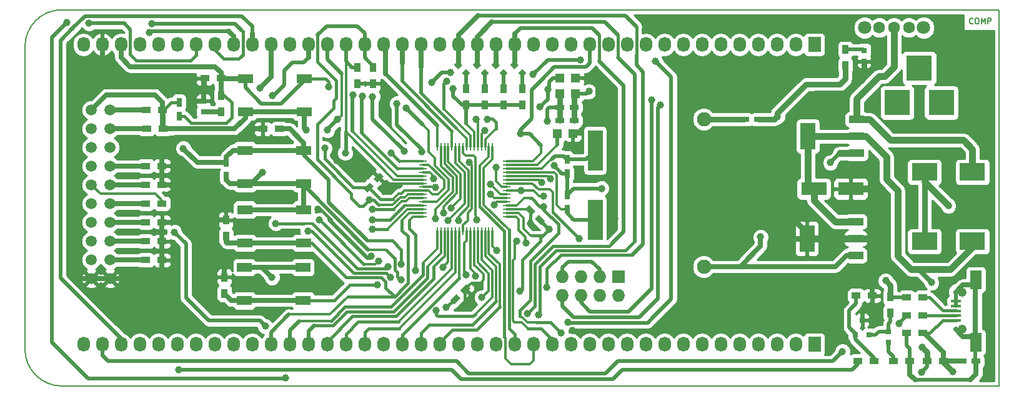
<source format=gbr>
G04 #@! TF.FileFunction,Copper,L1,Top,Signal*
%FSLAX46Y46*%
G04 Gerber Fmt 4.6, Leading zero omitted, Abs format (unit mm)*
G04 Created by KiCad (PCBNEW (2015-01-16 BZR 5376)-product) date 7/24/2015 3:20:05 PM*
%MOMM*%
G01*
G04 APERTURE LIST*
%ADD10C,0.100000*%
%ADD11C,0.190500*%
%ADD12C,0.150000*%
%ADD13C,1.000760*%
%ADD14C,1.948180*%
%ADD15R,1.200000X0.750000*%
%ADD16R,0.750000X1.200000*%
%ADD17R,3.500120X2.400300*%
%ADD18R,3.500120X3.500120*%
%ADD19R,2.032000X3.657600*%
%ADD20R,2.032000X1.016000*%
%ADD21R,1.198880X1.198880*%
%ADD22R,1.727200X2.032000*%
%ADD23O,1.727200X2.032000*%
%ADD24C,1.506220*%
%ADD25R,1.727200X1.727200*%
%ADD26O,1.727200X1.727200*%
%ADD27R,0.800100X0.800100*%
%ADD28R,1.200000X0.900000*%
%ADD29R,0.900000X1.200000*%
%ADD30R,0.250000X1.000000*%
%ADD31R,1.000000X0.250000*%
%ADD32R,1.998980X5.499100*%
%ADD33R,2.000000X1.300000*%
%ADD34R,3.500120X1.800860*%
%ADD35R,0.797560X0.797560*%
%ADD36C,1.600000*%
%ADD37C,1.800000*%
%ADD38R,1.350000X0.400000*%
%ADD39O,1.200000X1.250000*%
%ADD40R,1.550000X2.500000*%
%ADD41C,1.000000*%
%ADD42C,0.304800*%
%ADD43C,0.254000*%
%ADD44C,0.508000*%
%ADD45C,0.762000*%
%ADD46C,0.381000*%
%ADD47C,0.635000*%
%ADD48C,0.889000*%
G04 APERTURE END LIST*
D10*
D11*
X187488286Y-42817143D02*
X187452000Y-42853429D01*
X187343143Y-42889714D01*
X187270572Y-42889714D01*
X187161715Y-42853429D01*
X187089143Y-42780857D01*
X187052858Y-42708286D01*
X187016572Y-42563143D01*
X187016572Y-42454286D01*
X187052858Y-42309143D01*
X187089143Y-42236571D01*
X187161715Y-42164000D01*
X187270572Y-42127714D01*
X187343143Y-42127714D01*
X187452000Y-42164000D01*
X187488286Y-42200286D01*
X187960000Y-42127714D02*
X188105143Y-42127714D01*
X188177715Y-42164000D01*
X188250286Y-42236571D01*
X188286572Y-42381714D01*
X188286572Y-42635714D01*
X188250286Y-42780857D01*
X188177715Y-42853429D01*
X188105143Y-42889714D01*
X187960000Y-42889714D01*
X187887429Y-42853429D01*
X187814858Y-42780857D01*
X187778572Y-42635714D01*
X187778572Y-42381714D01*
X187814858Y-42236571D01*
X187887429Y-42164000D01*
X187960000Y-42127714D01*
X188613144Y-42889714D02*
X188613144Y-42127714D01*
X188867144Y-42672000D01*
X189121144Y-42127714D01*
X189121144Y-42889714D01*
X189484001Y-42889714D02*
X189484001Y-42127714D01*
X189774286Y-42127714D01*
X189846858Y-42164000D01*
X189883143Y-42200286D01*
X189919429Y-42272857D01*
X189919429Y-42381714D01*
X189883143Y-42454286D01*
X189846858Y-42490571D01*
X189774286Y-42526857D01*
X189484001Y-42526857D01*
D12*
X64000000Y-92000000D02*
X191000000Y-92000000D01*
X59000000Y-46000000D02*
X59000000Y-87000000D01*
X64000000Y-41000000D02*
X191000000Y-41000000D01*
X59000000Y-87000000D02*
G75*
G03X64000000Y-92000000I5000000J0D01*
G01*
X64000000Y-41000000D02*
G75*
G03X59000000Y-46000000I0J-5000000D01*
G01*
X191000000Y-41000000D02*
X191000000Y-92000000D01*
D13*
X121653300Y-55880000D03*
X120154700Y-55880000D03*
D14*
X151003000Y-55819040D03*
X151003000Y-75819000D03*
D15*
X131511000Y-54229000D03*
X133411000Y-54229000D03*
X131511000Y-56007000D03*
X133411000Y-56007000D03*
D10*
G36*
X105404650Y-65750180D02*
X104874320Y-65219850D01*
X105722848Y-64371322D01*
X106253178Y-64901652D01*
X105404650Y-65750180D01*
X105404650Y-65750180D01*
G37*
G36*
X106748152Y-64406678D02*
X106217822Y-63876348D01*
X107066350Y-63027820D01*
X107596680Y-63558150D01*
X106748152Y-64406678D01*
X106748152Y-64406678D01*
G37*
G36*
X117152150Y-80926680D02*
X116621820Y-80396350D01*
X117470348Y-79547822D01*
X118000678Y-80078152D01*
X117152150Y-80926680D01*
X117152150Y-80926680D01*
G37*
G36*
X118495652Y-79583178D02*
X117965322Y-79052848D01*
X118813850Y-78204320D01*
X119344180Y-78734650D01*
X118495652Y-79583178D01*
X118495652Y-79583178D01*
G37*
G36*
X129504180Y-69664850D02*
X128973850Y-70195180D01*
X128125322Y-69346652D01*
X128655652Y-68816322D01*
X129504180Y-69664850D01*
X129504180Y-69664850D01*
G37*
G36*
X128160678Y-68321348D02*
X127630348Y-68851678D01*
X126781820Y-68003150D01*
X127312150Y-67472820D01*
X128160678Y-68321348D01*
X128160678Y-68321348D01*
G37*
D15*
X156530000Y-55880000D03*
X158430000Y-55880000D03*
D16*
X132461000Y-61280000D03*
X132461000Y-63180000D03*
X132461000Y-66106000D03*
X132461000Y-68006000D03*
X79883000Y-53533000D03*
X79883000Y-55433000D03*
X86296500Y-63561000D03*
X86296500Y-61661000D03*
D15*
X185994000Y-88646000D03*
X187894000Y-88646000D03*
D17*
X187401200Y-62992000D03*
X180898800Y-62992000D03*
X187401200Y-72390000D03*
X180898800Y-72390000D03*
D18*
X177187860Y-53594000D03*
X183187340Y-53594000D03*
X180187600Y-48895000D03*
D19*
X165100000Y-58166000D03*
D20*
X171704000Y-58166000D03*
X171704000Y-55880000D03*
X171704000Y-60452000D03*
D19*
X164973000Y-72009000D03*
D20*
X171577000Y-72009000D03*
X171577000Y-69723000D03*
X171577000Y-74295000D03*
D21*
X133604000Y-50258980D03*
X133604000Y-52357020D03*
X131445000Y-50258980D03*
X131445000Y-52357020D03*
X131157980Y-57785000D03*
X133256020Y-57785000D03*
D22*
X165989000Y-86360000D03*
D23*
X163449000Y-86360000D03*
X160909000Y-86360000D03*
X158369000Y-86360000D03*
X155829000Y-86360000D03*
X153289000Y-86360000D03*
X150749000Y-86360000D03*
X148209000Y-86360000D03*
X145669000Y-86360000D03*
X143129000Y-86360000D03*
X140589000Y-86360000D03*
X138049000Y-86360000D03*
X135509000Y-86360000D03*
X132969000Y-86360000D03*
X130429000Y-86360000D03*
X127889000Y-86360000D03*
X125349000Y-86360000D03*
X122809000Y-86360000D03*
X120269000Y-86360000D03*
X117729000Y-86360000D03*
X115189000Y-86360000D03*
X112649000Y-86360000D03*
X110109000Y-86360000D03*
X107569000Y-86360000D03*
X105029000Y-86360000D03*
X102489000Y-86360000D03*
X99949000Y-86360000D03*
X97409000Y-86360000D03*
X94869000Y-86360000D03*
X92329000Y-86360000D03*
X89789000Y-86360000D03*
X87249000Y-86360000D03*
X84709000Y-86360000D03*
X82169000Y-86360000D03*
X79629000Y-86360000D03*
X77089000Y-86360000D03*
X74549000Y-86360000D03*
X72009000Y-86360000D03*
X69469000Y-86360000D03*
X66929000Y-86360000D03*
D24*
X70520000Y-77430000D03*
X67980000Y-77430000D03*
X70520000Y-74890000D03*
X67980000Y-74890000D03*
X70520000Y-72350000D03*
X67980000Y-72350000D03*
X70520000Y-69810000D03*
X67980000Y-69810000D03*
X70520000Y-67270000D03*
X67980000Y-67270000D03*
X70520000Y-64730000D03*
X67980000Y-64730000D03*
X70520000Y-62190000D03*
X67980000Y-62190000D03*
X70520000Y-59650000D03*
X67980000Y-59650000D03*
X70520000Y-57110000D03*
X67980000Y-57110000D03*
X70520000Y-54570000D03*
X67980000Y-54570000D03*
D22*
X165989000Y-45720000D03*
D23*
X163449000Y-45720000D03*
X160909000Y-45720000D03*
X158369000Y-45720000D03*
X155829000Y-45720000D03*
X153289000Y-45720000D03*
X150749000Y-45720000D03*
X148209000Y-45720000D03*
X145669000Y-45720000D03*
X143129000Y-45720000D03*
X140589000Y-45720000D03*
X138049000Y-45720000D03*
X135509000Y-45720000D03*
X132969000Y-45720000D03*
X130429000Y-45720000D03*
X127889000Y-45720000D03*
X125349000Y-45720000D03*
X122809000Y-45720000D03*
X120269000Y-45720000D03*
X117729000Y-45720000D03*
X115189000Y-45720000D03*
X112649000Y-45720000D03*
X110109000Y-45720000D03*
X107569000Y-45720000D03*
X105029000Y-45720000D03*
X102489000Y-45720000D03*
X99949000Y-45720000D03*
X97409000Y-45720000D03*
X94869000Y-45720000D03*
X92329000Y-45720000D03*
X89789000Y-45720000D03*
X87249000Y-45720000D03*
X84709000Y-45720000D03*
X82169000Y-45720000D03*
X79629000Y-45720000D03*
X77089000Y-45720000D03*
X74549000Y-45720000D03*
X72009000Y-45720000D03*
X69469000Y-45720000D03*
X66929000Y-45720000D03*
D25*
X139446000Y-77216000D03*
D26*
X139446000Y-79756000D03*
X136906000Y-77216000D03*
X136906000Y-79756000D03*
X134366000Y-77216000D03*
X134366000Y-79756000D03*
X131826000Y-77216000D03*
X131826000Y-79756000D03*
D27*
X171516000Y-85074760D03*
X173416000Y-85074760D03*
X172466000Y-83075780D03*
D28*
X75354000Y-74930000D03*
X77554000Y-74930000D03*
X75354000Y-72390000D03*
X77554000Y-72390000D03*
X75354000Y-69786500D03*
X77554000Y-69786500D03*
X75354000Y-67246500D03*
X77554000Y-67246500D03*
X75354000Y-64706500D03*
X77554000Y-64706500D03*
X75354000Y-62166500D03*
X77554000Y-62166500D03*
X75481000Y-57150000D03*
X77681000Y-57150000D03*
X75417500Y-54546500D03*
X77617500Y-54546500D03*
D29*
X106172000Y-48811000D03*
X106172000Y-51011000D03*
X104013000Y-48811000D03*
X104013000Y-51011000D03*
X85598000Y-54821000D03*
X85598000Y-52621000D03*
D28*
X85555000Y-50292000D03*
X83355000Y-50292000D03*
D29*
X126365000Y-51732000D03*
X126365000Y-53932000D03*
X123825000Y-51732000D03*
X123825000Y-53932000D03*
X121285000Y-51732000D03*
X121285000Y-53932000D03*
X118745000Y-51732000D03*
X118745000Y-53932000D03*
D28*
X93429000Y-57150000D03*
X91229000Y-57150000D03*
X180678000Y-84836000D03*
X178478000Y-84836000D03*
X178478000Y-82423000D03*
X180678000Y-82423000D03*
X178478000Y-80010000D03*
X180678000Y-80010000D03*
X181272000Y-88646000D03*
X183472000Y-88646000D03*
D29*
X176276000Y-79926000D03*
X176276000Y-82126000D03*
D28*
X178900000Y-88646000D03*
X176700000Y-88646000D03*
X171620000Y-79756000D03*
X173820000Y-79756000D03*
D29*
X86233000Y-71712000D03*
X86233000Y-69512000D03*
D28*
X174074000Y-88646000D03*
X171874000Y-88646000D03*
D29*
X170180000Y-48598000D03*
X170180000Y-46398000D03*
X86042500Y-79459000D03*
X86042500Y-77259000D03*
D30*
X122368000Y-59578000D03*
X121868000Y-59578000D03*
X121368000Y-59578000D03*
X120868000Y-59578000D03*
X120368000Y-59578000D03*
X119868000Y-59578000D03*
X119368000Y-59578000D03*
X118868000Y-59578000D03*
X118368000Y-59578000D03*
X117868000Y-59578000D03*
X117368000Y-59578000D03*
X116868000Y-59578000D03*
X116368000Y-59578000D03*
X115868000Y-59578000D03*
X115368000Y-59578000D03*
X114868000Y-59578000D03*
D31*
X112918000Y-61528000D03*
X112918000Y-62028000D03*
X112918000Y-62528000D03*
X112918000Y-63028000D03*
X112918000Y-63528000D03*
X112918000Y-64028000D03*
X112918000Y-64528000D03*
X112918000Y-65028000D03*
X112918000Y-65528000D03*
X112918000Y-66028000D03*
X112918000Y-66528000D03*
X112918000Y-67028000D03*
X112918000Y-67528000D03*
X112918000Y-68028000D03*
X112918000Y-68528000D03*
X112918000Y-69028000D03*
D30*
X114868000Y-70978000D03*
X115368000Y-70978000D03*
X115868000Y-70978000D03*
X116368000Y-70978000D03*
X116868000Y-70978000D03*
X117368000Y-70978000D03*
X117868000Y-70978000D03*
X118368000Y-70978000D03*
X118868000Y-70978000D03*
X119368000Y-70978000D03*
X119868000Y-70978000D03*
X120368000Y-70978000D03*
X120868000Y-70978000D03*
X121368000Y-70978000D03*
X121868000Y-70978000D03*
X122368000Y-70978000D03*
D31*
X124318000Y-69028000D03*
X124318000Y-68528000D03*
X124318000Y-68028000D03*
X124318000Y-67528000D03*
X124318000Y-67028000D03*
X124318000Y-66528000D03*
X124318000Y-66028000D03*
X124318000Y-65528000D03*
X124318000Y-65028000D03*
X124318000Y-64528000D03*
X124318000Y-64028000D03*
X124318000Y-63528000D03*
X124318000Y-63028000D03*
X124318000Y-62528000D03*
X124318000Y-62028000D03*
X124318000Y-61528000D03*
D32*
X136271000Y-60071000D03*
X136271000Y-69469000D03*
D33*
X96812000Y-50328000D03*
X96812000Y-54828000D03*
X88862000Y-54828000D03*
X88862000Y-50328000D03*
X96748500Y-60043500D03*
X96748500Y-64543500D03*
X88798500Y-64543500D03*
X88798500Y-60043500D03*
X88735000Y-80418500D03*
X88735000Y-75918500D03*
X96685000Y-75918500D03*
X96685000Y-80418500D03*
X88798500Y-72608000D03*
X88798500Y-68108000D03*
X96748500Y-68108000D03*
X96748500Y-72608000D03*
D34*
X165902640Y-65278000D03*
X170901360Y-65278000D03*
D35*
X83185000Y-53352700D03*
X83185000Y-54851300D03*
D10*
G36*
X124763205Y-48492165D02*
X125327165Y-47928205D01*
X125891125Y-48492165D01*
X125327165Y-49056125D01*
X124763205Y-48492165D01*
X124763205Y-48492165D01*
G37*
G36*
X125822875Y-49551835D02*
X126386835Y-48987875D01*
X126950795Y-49551835D01*
X126386835Y-50115795D01*
X125822875Y-49551835D01*
X125822875Y-49551835D01*
G37*
G36*
X122223205Y-48492165D02*
X122787165Y-47928205D01*
X123351125Y-48492165D01*
X122787165Y-49056125D01*
X122223205Y-48492165D01*
X122223205Y-48492165D01*
G37*
G36*
X123282875Y-49551835D02*
X123846835Y-48987875D01*
X124410795Y-49551835D01*
X123846835Y-50115795D01*
X123282875Y-49551835D01*
X123282875Y-49551835D01*
G37*
G36*
X119683205Y-48492165D02*
X120247165Y-47928205D01*
X120811125Y-48492165D01*
X120247165Y-49056125D01*
X119683205Y-48492165D01*
X119683205Y-48492165D01*
G37*
G36*
X120742875Y-49551835D02*
X121306835Y-48987875D01*
X121870795Y-49551835D01*
X121306835Y-50115795D01*
X120742875Y-49551835D01*
X120742875Y-49551835D01*
G37*
G36*
X117143205Y-48492165D02*
X117707165Y-47928205D01*
X118271125Y-48492165D01*
X117707165Y-49056125D01*
X117143205Y-48492165D01*
X117143205Y-48492165D01*
G37*
G36*
X118202875Y-49551835D02*
X118766835Y-48987875D01*
X119330795Y-49551835D01*
X118766835Y-50115795D01*
X118202875Y-49551835D01*
X118202875Y-49551835D01*
G37*
D35*
X176022000Y-84594700D03*
X176022000Y-86093300D03*
X172720000Y-47993300D03*
X172720000Y-46494700D03*
D36*
X178784000Y-43434000D03*
X176784000Y-43434000D03*
X174784000Y-43434000D03*
D37*
X172784000Y-43434000D03*
X180784000Y-43434000D03*
D38*
X185166000Y-83108800D03*
X185166000Y-82458800D03*
X185166000Y-81808800D03*
X185166000Y-81158800D03*
X185166000Y-80508800D03*
D39*
X186000000Y-84308800D03*
X186000000Y-79308800D03*
D40*
X187866000Y-86108800D03*
X187866000Y-77608800D03*
D41*
X126913640Y-72588120D03*
X158699200Y-71805800D03*
X128803400Y-54188360D03*
X130713480Y-62143640D03*
X137144760Y-65211960D03*
X184150000Y-67564000D03*
X168148000Y-61722000D03*
X160972500Y-55499000D03*
X117030500Y-51689000D03*
X92461080Y-77297280D03*
X97094040Y-57277000D03*
X91170760Y-63032640D03*
X99623880Y-59781440D03*
X116108480Y-81356200D03*
X109976920Y-77627480D03*
X129880360Y-51810920D03*
X130027680Y-70764400D03*
X120050560Y-77089000D03*
X126085600Y-79108300D03*
X129032000Y-64389000D03*
X129794000Y-56134000D03*
X135445500Y-52070000D03*
X134302500Y-47815500D03*
X127876300Y-49784000D03*
X116141500Y-50673000D03*
X98704400Y-68046600D03*
X105918000Y-74383900D03*
X118633240Y-81300320D03*
X133212840Y-84429600D03*
X138922760Y-69326760D03*
X159512000Y-70286880D03*
X138623040Y-57089040D03*
X127477520Y-70027800D03*
X81940400Y-51790600D03*
X108000800Y-51810920D03*
X101249480Y-61401960D03*
X85039200Y-59862720D03*
X122809000Y-62357000D03*
X100177600Y-51447700D03*
X110007400Y-75526900D03*
X80467200Y-59791600D03*
X118745000Y-76926440D03*
X181864000Y-77978000D03*
X184721500Y-90043000D03*
X169773600Y-87325200D03*
X127101600Y-82156300D03*
X115633500Y-75882500D03*
X112763300Y-60261500D03*
X119189500Y-61658500D03*
X109410500Y-53721000D03*
X128574800Y-82346800D03*
X120929400Y-79984600D03*
X122936000Y-73596500D03*
X129730500Y-78638400D03*
X114617500Y-69278500D03*
X115697000Y-68516500D03*
X116776500Y-67881500D03*
X125603000Y-72390000D03*
X120230900Y-69507100D03*
X122047000Y-64643000D03*
X90876120Y-51572160D03*
X99987100Y-57315100D03*
X122110500Y-66040000D03*
X101346000Y-55880000D03*
X122555000Y-67437000D03*
X92567760Y-52608480D03*
X110401100Y-60172600D03*
X106121200Y-52781200D03*
X134112000Y-72021700D03*
X180492400Y-90170000D03*
X180594000Y-86741000D03*
X94310200Y-90906600D03*
X67678300Y-42837100D03*
X64706500Y-42684700D03*
X76225400Y-42900600D03*
X106045000Y-70739000D03*
X106045000Y-69469000D03*
X106045000Y-68072000D03*
X105664000Y-66802000D03*
X108585000Y-60426600D03*
X79806800Y-89763600D03*
X102412800Y-60426600D03*
X75819000Y-44094400D03*
X103428800Y-52547520D03*
X104698800Y-52694840D03*
X97332800Y-71031100D03*
X108508800Y-77241400D03*
X114416840Y-63901320D03*
X130175000Y-63881000D03*
X131622800Y-84790280D03*
X79248000Y-71158100D03*
X91579700Y-83908900D03*
X129286000Y-67691000D03*
X98920300Y-69481700D03*
X129286000Y-66294000D03*
X106946700Y-75057000D03*
X126259400Y-65528000D03*
X92976700Y-69977000D03*
X114620040Y-65105280D03*
X108191300Y-75819000D03*
X126141480Y-57835800D03*
X110617000Y-54292500D03*
X114109500Y-50863500D03*
X116649500Y-49466500D03*
X132588000Y-83337400D03*
X144399000Y-47942500D03*
X111887000Y-76377800D03*
X121285000Y-57404000D03*
X143916400Y-53263800D03*
X145110200Y-53924200D03*
X116332000Y-69596000D03*
X177419000Y-83502500D03*
X117729000Y-69532500D03*
X175641000Y-77724000D03*
X114744500Y-81737200D03*
X106768900Y-78308200D03*
D42*
X126377700Y-71361300D02*
X126852680Y-71836280D01*
X126852680Y-72527160D02*
X126913640Y-72588120D01*
X126852680Y-71836280D02*
X126852680Y-72527160D01*
X124318000Y-69028000D02*
X125568400Y-69028000D01*
X125568400Y-69028000D02*
X125923040Y-69382640D01*
X125923040Y-69382640D02*
X125923040Y-70906640D01*
X125923040Y-70906640D02*
X126377700Y-71361300D01*
X126377700Y-71361300D02*
X126674880Y-71658480D01*
D43*
X125923040Y-70860920D02*
X126720600Y-71658480D01*
X125923040Y-69382640D02*
X125923040Y-70860920D01*
X125568400Y-69028000D02*
X125923040Y-69382640D01*
D44*
X156469040Y-55819040D02*
X156530000Y-55880000D01*
D45*
X151003000Y-55819040D02*
X156469040Y-55819040D01*
D42*
X105563749Y-65060751D02*
X105563749Y-65101549D01*
D46*
X105563749Y-65101549D02*
X107175300Y-66713100D01*
D42*
X109664500Y-65887600D02*
X110032800Y-65887600D01*
X108839000Y-66713100D02*
X109664500Y-65887600D01*
D46*
X107175300Y-66713100D02*
X108839000Y-66713100D01*
D42*
X112918000Y-65528000D02*
X110392400Y-65528000D01*
X106390598Y-65887600D02*
X105563749Y-65060751D01*
X110392400Y-65528000D02*
X110032800Y-65887600D01*
D47*
X171577000Y-74295000D02*
X170307000Y-74295000D01*
X170307000Y-74295000D02*
X168783000Y-75819000D01*
X168783000Y-75819000D02*
X151003000Y-75819000D01*
X152463500Y-75819000D02*
X155930600Y-75819000D01*
X158699200Y-73050400D02*
X158699200Y-71805800D01*
X155930600Y-75819000D02*
X158699200Y-73050400D01*
X170307000Y-74295000D02*
X168783000Y-75819000D01*
X168783000Y-75819000D02*
X152463500Y-75819000D01*
X152463500Y-75819000D02*
X151003000Y-75819000D01*
X151003000Y-75819000D02*
X155917900Y-75819000D01*
X155917900Y-75819000D02*
X158699200Y-73037700D01*
X158699200Y-73037700D02*
X158699200Y-71805800D01*
D44*
X129880360Y-53111400D02*
X129880360Y-51810920D01*
X128803400Y-54188360D02*
X129880360Y-53111400D01*
D42*
X132461000Y-63180000D02*
X131749840Y-63180000D01*
X119868000Y-59578000D02*
X119868000Y-57541480D01*
D44*
X118745000Y-56418480D02*
X118745000Y-53932000D01*
D42*
X119868000Y-57541480D02*
X118745000Y-56418480D01*
X118554500Y-54122500D02*
X118745000Y-53932000D01*
D46*
X132461000Y-66106000D02*
X132461000Y-65796160D01*
D42*
X126568200Y-70667880D02*
X127523240Y-71622920D01*
X127762000Y-71622920D02*
X128422400Y-71622920D01*
X127523240Y-71622920D02*
X127762000Y-71622920D01*
X129413000Y-71379080D02*
X130027680Y-70764400D01*
X125860880Y-68528000D02*
X126568200Y-69235320D01*
X124318000Y-68528000D02*
X125860880Y-68528000D01*
X126568200Y-69235320D02*
X126568200Y-70667880D01*
D47*
X187827460Y-85288900D02*
X187827460Y-78288900D01*
X187827460Y-78288900D02*
X186127460Y-78288900D01*
X186127460Y-78288900D02*
X185127460Y-79288900D01*
X178900000Y-88646000D02*
X178900000Y-90444500D01*
X187894000Y-90426500D02*
X187894000Y-88646000D01*
X187134500Y-91186000D02*
X187894000Y-90426500D01*
D44*
X179641500Y-91186000D02*
X187134500Y-91186000D01*
D47*
X178900000Y-90444500D02*
X179641500Y-91186000D01*
D44*
X187827460Y-85288900D02*
X187827460Y-88579460D01*
X187827460Y-88579460D02*
X187894000Y-88646000D01*
X185127460Y-84288900D02*
X185127460Y-84289460D01*
D47*
X185127460Y-84289460D02*
X186126900Y-85288900D01*
X186126900Y-85288900D02*
X187827460Y-85288900D01*
D44*
X178900000Y-88646000D02*
X178900000Y-86952000D01*
X178900000Y-86952000D02*
X178478000Y-86530000D01*
D48*
X184150000Y-67564000D02*
X180898800Y-64312800D01*
X171704000Y-60452000D02*
X169418000Y-60452000D01*
D44*
X168148000Y-61722000D02*
X169418000Y-60452000D01*
D45*
X180898800Y-62992000D02*
X180898800Y-72390000D01*
D47*
X88735000Y-75918500D02*
X96685000Y-75918500D01*
X88798500Y-68108000D02*
X96748500Y-68108000D01*
X88798500Y-64543500D02*
X96748500Y-64543500D01*
X96748500Y-64543500D02*
X96748500Y-68108000D01*
X95730500Y-75918500D02*
X96685000Y-75918500D01*
X96748500Y-68108000D02*
X95976000Y-68108000D01*
X86768500Y-64543500D02*
X88798500Y-64543500D01*
X86296500Y-64071500D02*
X86768500Y-64543500D01*
X86296500Y-63561000D02*
X86296500Y-64071500D01*
X96812000Y-54828000D02*
X88862000Y-54828000D01*
X77617500Y-57086500D02*
X77681000Y-57150000D01*
X77617500Y-54546500D02*
X77617500Y-57086500D01*
X88862000Y-55664000D02*
X87376000Y-57150000D01*
X87376000Y-57150000D02*
X77681000Y-57150000D01*
X88862000Y-54828000D02*
X88862000Y-55664000D01*
D44*
X185127460Y-81138900D02*
X185127460Y-80488900D01*
X185127460Y-80488900D02*
X185127460Y-79288900D01*
X178900000Y-86952000D02*
X178900000Y-88646000D01*
X178478000Y-86530000D02*
X178900000Y-86952000D01*
X178478000Y-84836000D02*
X178478000Y-86530000D01*
X170307000Y-74295000D02*
X168783000Y-75819000D01*
X168783000Y-75819000D02*
X151003000Y-75819000D01*
X160972500Y-55499000D02*
X160591500Y-55880000D01*
D45*
X160591500Y-55880000D02*
X158430000Y-55880000D01*
X160972500Y-54991000D02*
X164846000Y-51117500D01*
X164846000Y-51117500D02*
X169418000Y-51117500D01*
X169418000Y-51117500D02*
X170180000Y-50355500D01*
X170180000Y-50355500D02*
X170180000Y-48598000D01*
X160972500Y-55499000D02*
X160972500Y-54991000D01*
D44*
X169418000Y-60452000D02*
X171704000Y-60452000D01*
D45*
X180898800Y-64312800D02*
X184150000Y-67564000D01*
D44*
X180898800Y-62992000D02*
X180898800Y-64312800D01*
X132461000Y-66106000D02*
X132461000Y-63180000D01*
D42*
X118554500Y-54122500D02*
X118745000Y-53932000D01*
X118745000Y-53932000D02*
X118745000Y-53403500D01*
D47*
X70022800Y-52527200D02*
X67980000Y-54570000D01*
X76606400Y-52527200D02*
X70022800Y-52527200D01*
X77617500Y-53538300D02*
X76606400Y-52527200D01*
X77617500Y-54546500D02*
X77617500Y-53538300D01*
X77681000Y-54610000D02*
X77617500Y-54546500D01*
X77681000Y-57150000D02*
X77681000Y-54610000D01*
D42*
X69213800Y-65963800D02*
X67980000Y-64730000D01*
X76695300Y-65963800D02*
X69213800Y-65963800D01*
X77554000Y-66822500D02*
X76695300Y-65963800D01*
X77554000Y-67246500D02*
X77554000Y-66822500D01*
D47*
X92461080Y-77297280D02*
X91082300Y-75918500D01*
X91082300Y-75918500D02*
X88735000Y-75918500D01*
X89659900Y-64543500D02*
X88798500Y-64543500D01*
X96812000Y-56994960D02*
X97094040Y-57277000D01*
X91170760Y-63032640D02*
X89659900Y-64543500D01*
X96812000Y-54828000D02*
X96812000Y-56994960D01*
D46*
X103490951Y-65060751D02*
X99623880Y-61193680D01*
X99623880Y-61193680D02*
X99623880Y-59781440D01*
X105563749Y-65060751D02*
X103490951Y-65060751D01*
D42*
X114985800Y-65999360D02*
X115808760Y-65176400D01*
X115808760Y-64475360D02*
X115808760Y-64307720D01*
X115808760Y-65176400D02*
X115808760Y-64475360D01*
X112918000Y-65528000D02*
X113716880Y-65528000D01*
X113716880Y-65528000D02*
X114188240Y-65999360D01*
X114188240Y-65999360D02*
X114985800Y-65999360D01*
X113737320Y-62028000D02*
X115803680Y-64094360D01*
X115803680Y-64094360D02*
X115803680Y-64475360D01*
X115803680Y-64475360D02*
X115808760Y-64475360D01*
X112918000Y-62028000D02*
X113737320Y-62028000D01*
D46*
X117227429Y-80237251D02*
X116108480Y-81356200D01*
D42*
X117311249Y-80237251D02*
X117227429Y-80237251D01*
X96748500Y-64764820D02*
X96748500Y-64543500D01*
D44*
X96748500Y-64764820D02*
X105486200Y-73502520D01*
D42*
X107919520Y-73502520D02*
X105486200Y-73502520D01*
D46*
X109108240Y-74691240D02*
X107919520Y-73502520D01*
X109108240Y-76215240D02*
X109108240Y-74691240D01*
X109504480Y-76611480D02*
X109108240Y-76215240D01*
X109504480Y-77155040D02*
X109504480Y-76611480D01*
X109504480Y-77155040D02*
X109976920Y-77627480D01*
D44*
X129880360Y-51810920D02*
X130017520Y-51673760D01*
X130533140Y-50258980D02*
X131445000Y-50258980D01*
X130017520Y-50774600D02*
X130533140Y-50258980D01*
X130017520Y-51673760D02*
X130017520Y-50774600D01*
X126365000Y-53932000D02*
X123825000Y-53932000D01*
X123825000Y-53932000D02*
X121285000Y-53932000D01*
X121285000Y-53932000D02*
X118745000Y-53932000D01*
X118249880Y-53932000D02*
X117030500Y-52712620D01*
X117030500Y-52712620D02*
X117030500Y-51689000D01*
X118745000Y-53932000D02*
X118249880Y-53932000D01*
X128814751Y-69551471D02*
X130027680Y-70764400D01*
X128814751Y-69505751D02*
X128814751Y-69551471D01*
D42*
X119368000Y-76076240D02*
X120050560Y-76758800D01*
X120050560Y-76758800D02*
X120050560Y-77089000D01*
X119368000Y-70978000D02*
X119368000Y-76076240D01*
D44*
X131749840Y-63180000D02*
X132461000Y-63180000D01*
X130713480Y-62143640D02*
X131749840Y-63180000D01*
D46*
X129159000Y-71633080D02*
X130027680Y-70764400D01*
X128892300Y-71899780D02*
X129159000Y-71633080D01*
X126390400Y-74879200D02*
X128892300Y-72377300D01*
X126390400Y-78803500D02*
X126390400Y-74879200D01*
X126085600Y-79108300D02*
X126390400Y-78803500D01*
X128892300Y-72377300D02*
X128892300Y-71899780D01*
X129164080Y-71628000D02*
X129159000Y-71628000D01*
X129169160Y-71622920D02*
X129164080Y-71628000D01*
X129159000Y-71628000D02*
X129159000Y-71633080D01*
X127762000Y-71622920D02*
X129169160Y-71622920D01*
X130027680Y-70764400D02*
X129169160Y-71622920D01*
D44*
X133355040Y-65211960D02*
X132461000Y-66106000D01*
X137144760Y-65211960D02*
X133355040Y-65211960D01*
D46*
X78801000Y-53533000D02*
X79883000Y-53533000D01*
X77787500Y-54546500D02*
X78801000Y-53533000D01*
X77617500Y-54546500D02*
X77787500Y-54546500D01*
D42*
X121653300Y-55880000D02*
X122428000Y-55880000D01*
X122428000Y-55880000D02*
X122809000Y-56261000D01*
X121368000Y-59578000D02*
X121368000Y-58591000D01*
X121368000Y-58591000D02*
X122809000Y-57150000D01*
D46*
X122809000Y-57150000D02*
X122809000Y-56261000D01*
D42*
X122301000Y-55753000D02*
X121780300Y-55753000D01*
D46*
X122809000Y-56261000D02*
X122301000Y-55753000D01*
D42*
X121780300Y-55753000D02*
X121653300Y-55880000D01*
X120368000Y-59578000D02*
X120368000Y-57630000D01*
X120368000Y-56093300D02*
X120154700Y-55880000D01*
X120368000Y-59578000D02*
X120368000Y-56093300D01*
D45*
X131511000Y-54229000D02*
X131511000Y-56007000D01*
D44*
X131445000Y-52357020D02*
X131445000Y-54163000D01*
X131445000Y-54163000D02*
X131511000Y-54229000D01*
D42*
X131511000Y-52423020D02*
X131445000Y-52357020D01*
D45*
X131511000Y-54229000D02*
X131511000Y-52423020D01*
D42*
X128671000Y-64028000D02*
X129032000Y-64389000D01*
X124318000Y-64028000D02*
X128671000Y-64028000D01*
D44*
X129794000Y-56134000D02*
X129794000Y-54483000D01*
X129794000Y-54483000D02*
X130048000Y-54229000D01*
X130048000Y-54229000D02*
X131511000Y-54229000D01*
D42*
X119368000Y-59578000D02*
X119368000Y-58027000D01*
X119368000Y-58027000D02*
X115760500Y-54419500D01*
D44*
X135158480Y-52357020D02*
X133604000Y-52357020D01*
X135445500Y-52070000D02*
X135158480Y-52357020D01*
D45*
X133411000Y-56007000D02*
X133411000Y-54229000D01*
D42*
X133411000Y-52550020D02*
X133604000Y-52357020D01*
D45*
X133411000Y-54229000D02*
X133411000Y-52550020D01*
D44*
X127876300Y-49784000D02*
X129844800Y-47815500D01*
D46*
X115760500Y-51054000D02*
X116141500Y-50673000D01*
X115760500Y-54419500D02*
X115760500Y-51054000D01*
D42*
X132270500Y-47840900D02*
X132270500Y-47815500D01*
X132245100Y-47815500D02*
X132270500Y-47840900D01*
D44*
X129844800Y-47815500D02*
X132245100Y-47815500D01*
X132270500Y-47815500D02*
X134302500Y-47815500D01*
D46*
X100488750Y-69665850D02*
X100488750Y-69513450D01*
X99021900Y-68046600D02*
X98704400Y-68046600D01*
X100488750Y-69513450D02*
X99021900Y-68046600D01*
X105308400Y-74485500D02*
X100488750Y-69665850D01*
X100488750Y-69665850D02*
X100482400Y-69659500D01*
X105816400Y-74485500D02*
X105308400Y-74485500D01*
X105918000Y-74383900D02*
X105816400Y-74485500D01*
X118654751Y-81278809D02*
X118633240Y-81300320D01*
X118654751Y-78893749D02*
X118654751Y-81278809D01*
D45*
X153238200Y-70286880D02*
X159512000Y-70286880D01*
X147721320Y-75803760D02*
X153238200Y-70286880D01*
X147721320Y-82748120D02*
X147721320Y-75803760D01*
D47*
X146090640Y-84378800D02*
X147721320Y-82748120D01*
D46*
X133263640Y-84378800D02*
X146090640Y-84378800D01*
D42*
X133212840Y-84429600D02*
X133263640Y-84378800D01*
D44*
X138623040Y-57089040D02*
X138623040Y-69027040D01*
X138623040Y-69027040D02*
X138922760Y-69326760D01*
D45*
X161234120Y-72009000D02*
X164973000Y-72009000D01*
X159512000Y-70286880D02*
X161234120Y-72009000D01*
D42*
X136525000Y-54991000D02*
X136525000Y-54665880D01*
D44*
X138623040Y-57089040D02*
X136525000Y-54991000D01*
D46*
X127471249Y-68162249D02*
X127471249Y-70021529D01*
D42*
X127471249Y-70021529D02*
X127477520Y-70027800D01*
D44*
X164973000Y-72009000D02*
X164973000Y-71247000D01*
D45*
X164973000Y-71247000D02*
X162560000Y-68834000D01*
X172720000Y-49784000D02*
X172720000Y-47993300D01*
X170180000Y-52324000D02*
X172720000Y-49784000D01*
X166116000Y-52324000D02*
X170180000Y-52324000D01*
X162560000Y-55880000D02*
X166116000Y-52324000D01*
X162560000Y-68834000D02*
X162560000Y-55880000D01*
D44*
X173820000Y-79756000D02*
X173820000Y-80688000D01*
X172466000Y-82042000D02*
X172466000Y-83075780D01*
X173820000Y-80688000D02*
X172466000Y-82042000D01*
D48*
X175260000Y-71120000D02*
X174371000Y-72009000D01*
X174371000Y-72009000D02*
X171577000Y-72009000D01*
X175260000Y-70675500D02*
X175260000Y-71120000D01*
X175260000Y-66294000D02*
X175260000Y-70675500D01*
X170901360Y-65278000D02*
X174244000Y-65278000D01*
X174244000Y-65278000D02*
X175260000Y-66294000D01*
X171577000Y-72009000D02*
X164973000Y-72009000D01*
D42*
X127337000Y-68028000D02*
X127471249Y-68162249D01*
X124318000Y-68028000D02*
X127337000Y-68028000D01*
D47*
X83185000Y-50462000D02*
X83355000Y-50292000D01*
X83185000Y-53352700D02*
X83185000Y-50462000D01*
X77554000Y-62166500D02*
X77554000Y-64706500D01*
X77617500Y-69850000D02*
X77554000Y-69786500D01*
X78613000Y-64706500D02*
X80264000Y-66357500D01*
X80264000Y-66357500D02*
X80264000Y-69024500D01*
X80264000Y-69024500D02*
X79438500Y-69850000D01*
X79438500Y-69850000D02*
X77617500Y-69850000D01*
X77554000Y-64706500D02*
X78613000Y-64706500D01*
X77554000Y-69786500D02*
X77554000Y-72390000D01*
X77554000Y-72390000D02*
X77554000Y-74930000D01*
X82888000Y-69512000D02*
X82613500Y-69786500D01*
X82613500Y-69786500D02*
X77554000Y-69786500D01*
X84793000Y-69512000D02*
X82888000Y-69512000D01*
X86233000Y-69512000D02*
X84793000Y-69512000D01*
X86042500Y-75692000D02*
X84010500Y-73660000D01*
X84010500Y-73660000D02*
X84010500Y-70294500D01*
X84010500Y-70294500D02*
X84793000Y-69512000D01*
X86042500Y-77259000D02*
X86042500Y-75692000D01*
X77554000Y-76116000D02*
X76240000Y-77430000D01*
X76240000Y-77430000D02*
X70520000Y-77430000D01*
X77554000Y-74930000D02*
X77554000Y-76116000D01*
X70520000Y-77430000D02*
X67980000Y-77430000D01*
X89408000Y-57150000D02*
X88265000Y-58293000D01*
X82113120Y-58293000D02*
X79375000Y-58293000D01*
X88265000Y-58293000D02*
X82113120Y-58293000D01*
X79375000Y-58293000D02*
X77554000Y-60114000D01*
X77554000Y-60114000D02*
X77554000Y-62166500D01*
X91229000Y-57150000D02*
X89408000Y-57150000D01*
X66571500Y-77430000D02*
X65214500Y-76073000D01*
X65214500Y-76073000D02*
X65214500Y-53403500D01*
X65214500Y-53403500D02*
X69469000Y-49149000D01*
X69469000Y-49149000D02*
X69469000Y-45720000D01*
X67980000Y-77430000D02*
X66571500Y-77430000D01*
X81008220Y-52560220D02*
X81800700Y-53352700D01*
X81800700Y-53352700D02*
X83185000Y-53352700D01*
X79692500Y-51244500D02*
X81008220Y-52560220D01*
X72263000Y-51244500D02*
X79692500Y-51244500D01*
X69469000Y-48450500D02*
X72263000Y-51244500D01*
X69469000Y-45720000D02*
X69469000Y-48450500D01*
X173820000Y-76624000D02*
X175196500Y-75247500D01*
X175196500Y-75247500D02*
X175196500Y-70675500D01*
X175196500Y-70675500D02*
X175260000Y-70675500D01*
X173820000Y-79756000D02*
X173820000Y-76624000D01*
D42*
X133794500Y-57785000D02*
X133256020Y-57785000D01*
D44*
X135666480Y-50258980D02*
X136525000Y-51117500D01*
X133604000Y-50258980D02*
X135666480Y-50258980D01*
X136525000Y-54356000D02*
X136525000Y-54630320D01*
X136525000Y-51117500D02*
X136525000Y-54356000D01*
D42*
X136525000Y-54630320D02*
X136525000Y-55054500D01*
D44*
X136525000Y-55054500D02*
X133794500Y-57785000D01*
D42*
X119868000Y-70978000D02*
X119868000Y-75392280D01*
X107718002Y-64528000D02*
X106907251Y-63717249D01*
X112918000Y-64528000D02*
X107718002Y-64528000D01*
D46*
X81170780Y-52560220D02*
X81008220Y-52560220D01*
D44*
X81940400Y-51790600D02*
X81170780Y-52560220D01*
D46*
X106172000Y-51011000D02*
X107200880Y-51011000D01*
X105318560Y-62133480D02*
X101981000Y-62133480D01*
X106902329Y-63717249D02*
X105318560Y-62133480D01*
X101981000Y-62133480D02*
X101249480Y-61401960D01*
X82113120Y-58247280D02*
X82113120Y-58293000D01*
X82158840Y-58293000D02*
X82113120Y-58247280D01*
X83469480Y-58293000D02*
X82158840Y-58293000D01*
D44*
X85039200Y-59862720D02*
X83469480Y-58293000D01*
D42*
X119868000Y-75631360D02*
X120022620Y-75785980D01*
X119868000Y-75392280D02*
X119868000Y-75631360D01*
X120027700Y-75785980D02*
X121127520Y-76885800D01*
X121127520Y-76885800D02*
X121127520Y-77602080D01*
X121127520Y-77602080D02*
X120741440Y-77988160D01*
X120741440Y-77988160D02*
X119560340Y-77988160D01*
X119560340Y-77988160D02*
X118654751Y-78893749D01*
X120022620Y-75785980D02*
X120027700Y-75785980D01*
D44*
X136525000Y-54991000D02*
X138623040Y-57089040D01*
X136525000Y-54356000D02*
X136525000Y-54991000D01*
X104013000Y-51011000D02*
X106172000Y-51011000D01*
X107200880Y-51011000D02*
X106172000Y-51011000D01*
X108000800Y-51810920D02*
X107200880Y-51011000D01*
X105288080Y-62103000D02*
X101950520Y-62103000D01*
X101950520Y-62103000D02*
X101249480Y-61401960D01*
X106902329Y-63717249D02*
X105288080Y-62103000D01*
X106907251Y-63717249D02*
X106902329Y-63717249D01*
D42*
X129059120Y-62528000D02*
X130307120Y-61280000D01*
X130307120Y-61280000D02*
X130363000Y-61280000D01*
X124318000Y-62528000D02*
X129059120Y-62528000D01*
D44*
X135062000Y-61280000D02*
X136271000Y-60071000D01*
X132461000Y-61280000D02*
X135062000Y-61280000D01*
X131953000Y-60833000D02*
X130810000Y-60833000D01*
X130810000Y-60833000D02*
X130363000Y-61280000D01*
X132400000Y-61280000D02*
X131953000Y-60833000D01*
X132461000Y-61280000D02*
X132400000Y-61280000D01*
D42*
X130683000Y-63028000D02*
X131064000Y-63409000D01*
X131064000Y-63409000D02*
X131064000Y-67437000D01*
X131064000Y-67437000D02*
X131633000Y-68006000D01*
X131633000Y-68006000D02*
X132461000Y-68006000D01*
X124318000Y-63028000D02*
X130683000Y-63028000D01*
X133350000Y-69469000D02*
X136271000Y-69469000D01*
X132461000Y-68580000D02*
X133350000Y-69469000D01*
D44*
X133350000Y-69469000D02*
X136271000Y-69469000D01*
X132461000Y-68580000D02*
X133350000Y-69469000D01*
X132461000Y-68006000D02*
X132461000Y-68580000D01*
D42*
X123575000Y-65028000D02*
X122809000Y-64262000D01*
X122809000Y-64262000D02*
X122809000Y-62357000D01*
X124318000Y-65028000D02*
X123575000Y-65028000D01*
D47*
X85591000Y-50328000D02*
X85555000Y-50292000D01*
X88862000Y-50328000D02*
X85591000Y-50328000D01*
X85555000Y-52578000D02*
X85598000Y-52621000D01*
X85555000Y-50292000D02*
X85555000Y-52578000D01*
X85555000Y-49537800D02*
X84734400Y-48717200D01*
X84734400Y-48717200D02*
X73253600Y-48717200D01*
X73253600Y-48717200D02*
X72009000Y-47472600D01*
X72009000Y-47472600D02*
X72009000Y-45720000D01*
X85555000Y-50292000D02*
X85555000Y-49537800D01*
D44*
X93695520Y-53705760D02*
X90998040Y-53705760D01*
X90998040Y-53705760D02*
X88862000Y-51569720D01*
X88862000Y-51569720D02*
X88862000Y-50328000D01*
X96812000Y-50589280D02*
X93695520Y-53705760D01*
X96812000Y-50328000D02*
X96812000Y-50589280D01*
D42*
X100177600Y-51447700D02*
X100124300Y-51501000D01*
D46*
X100177600Y-50774600D02*
X99731000Y-50328000D01*
X99731000Y-50328000D02*
X96812000Y-50328000D01*
X100177600Y-51447700D02*
X100177600Y-50774600D01*
X86022000Y-52621000D02*
X85598000Y-52621000D01*
X80579000Y-55433000D02*
X81534000Y-56388000D01*
X81534000Y-56388000D02*
X86233000Y-56388000D01*
X86233000Y-56388000D02*
X86995000Y-55626000D01*
X86995000Y-55626000D02*
X86995000Y-53594000D01*
X86995000Y-53594000D02*
X86022000Y-52621000D01*
X79883000Y-55433000D02*
X80579000Y-55433000D01*
D47*
X96748500Y-60043500D02*
X88798500Y-60043500D01*
X87213000Y-60043500D02*
X86296500Y-60960000D01*
X86296500Y-60960000D02*
X86296500Y-61661000D01*
X88798500Y-60043500D02*
X87213000Y-60043500D01*
X94869000Y-57150000D02*
X96748500Y-59029500D01*
X96748500Y-59029500D02*
X96748500Y-60043500D01*
X93429000Y-57150000D02*
X94869000Y-57150000D01*
X82336600Y-61661000D02*
X80467200Y-59791600D01*
X86296500Y-61661000D02*
X82336600Y-61661000D01*
D42*
X118868000Y-70978000D02*
X118868000Y-71506080D01*
X96748500Y-60043500D02*
X97610100Y-60043500D01*
D44*
X100177600Y-64089280D02*
X100177600Y-64800480D01*
X96748500Y-60660180D02*
X100177600Y-64089280D01*
D46*
X96748500Y-60043500D02*
X96748500Y-60660180D01*
X110007400Y-73522840D02*
X108778040Y-72293480D01*
X108778040Y-72293480D02*
X105308400Y-72293480D01*
X110007400Y-75526900D02*
X110007400Y-73522840D01*
D44*
X105308400Y-72222360D02*
X100172520Y-67086480D01*
X100172520Y-67086480D02*
X100172520Y-64800480D01*
D42*
X100172520Y-64800480D02*
X100177600Y-64800480D01*
X105308400Y-72293480D02*
X105308400Y-72222360D01*
X118868000Y-72282240D02*
X118501160Y-72649080D01*
X118501160Y-75432920D02*
X118501160Y-75570080D01*
X118501160Y-72649080D02*
X118501160Y-75432920D01*
X118868000Y-71506080D02*
X118868000Y-72282240D01*
X118501160Y-76682600D02*
X118745000Y-76926440D01*
X118501160Y-75432920D02*
X118501160Y-76682600D01*
D47*
X183472000Y-88646000D02*
X185994000Y-88646000D01*
X180678000Y-84836000D02*
X180848000Y-84836000D01*
X180848000Y-84836000D02*
X183472000Y-87460000D01*
X183472000Y-87460000D02*
X183472000Y-88646000D01*
D46*
X185127460Y-83088900D02*
X183357100Y-83088900D01*
X181610000Y-84836000D02*
X180678000Y-84836000D01*
X183357100Y-83088900D02*
X181610000Y-84836000D01*
D48*
X187401200Y-72390000D02*
X187401200Y-73202800D01*
X187401200Y-73202800D02*
X184404000Y-76200000D01*
X175768000Y-64008000D02*
X175768000Y-60960000D01*
X175768000Y-60960000D02*
X172974000Y-58166000D01*
X172974000Y-58166000D02*
X171704000Y-58166000D01*
X184404000Y-76200000D02*
X179070000Y-76200000D01*
X179070000Y-76200000D02*
X177292000Y-74422000D01*
X177292000Y-74422000D02*
X177292000Y-65532000D01*
X177292000Y-65532000D02*
X176276000Y-64516000D01*
X176276000Y-64516000D02*
X175768000Y-64008000D01*
X165902640Y-65278000D02*
X165902640Y-66842640D01*
X168783000Y-69723000D02*
X171577000Y-69723000D01*
X165902640Y-66842640D02*
X168783000Y-69723000D01*
X165100000Y-58166000D02*
X165100000Y-64475360D01*
X165100000Y-64475360D02*
X165902640Y-65278000D01*
X171704000Y-58166000D02*
X165100000Y-58166000D01*
D47*
X181864000Y-77978000D02*
X180086000Y-76200000D01*
X180086000Y-76200000D02*
X179070000Y-76200000D01*
D45*
X183472000Y-88793500D02*
X184721500Y-90043000D01*
D47*
X183472000Y-88646000D02*
X183472000Y-88793500D01*
D44*
X167741600Y-88646000D02*
X167792400Y-88646000D01*
X139700000Y-88646000D02*
X167741600Y-88646000D01*
X70256400Y-88646000D02*
X117475000Y-88646000D01*
X69469000Y-87858600D02*
X70256400Y-88646000D01*
X69469000Y-86360000D02*
X69469000Y-87858600D01*
X168452800Y-88646000D02*
X169773600Y-87325200D01*
X167741600Y-88646000D02*
X168452800Y-88646000D01*
X139319000Y-88646000D02*
X137668000Y-90297000D01*
X137668000Y-90297000D02*
X119126000Y-90297000D01*
X119126000Y-90297000D02*
X117475000Y-88646000D01*
X139700000Y-88646000D02*
X139319000Y-88646000D01*
D48*
X187401200Y-62992000D02*
X187401200Y-59893200D01*
X173482000Y-55880000D02*
X171704000Y-55880000D01*
X176276000Y-58674000D02*
X173482000Y-55880000D01*
X186182000Y-58674000D02*
X176276000Y-58674000D01*
X187401200Y-59893200D02*
X186182000Y-58674000D01*
X176784000Y-43434000D02*
X176784000Y-48768000D01*
X171704000Y-53086000D02*
X171704000Y-55880000D01*
X174752000Y-50038000D02*
X171704000Y-53086000D01*
X175514000Y-50038000D02*
X174752000Y-50038000D01*
X176784000Y-48768000D02*
X175514000Y-50038000D01*
D46*
X185127460Y-82438900D02*
X180693900Y-82438900D01*
X180693900Y-82438900D02*
X180678000Y-82423000D01*
X185127460Y-81788900D02*
X183388900Y-81788900D01*
X183388900Y-81788900D02*
X181610000Y-80010000D01*
X181610000Y-80010000D02*
X180678000Y-80010000D01*
D47*
X83215300Y-54821000D02*
X83185000Y-54851300D01*
X85598000Y-54821000D02*
X83215300Y-54821000D01*
D42*
X126365000Y-49573670D02*
X126386835Y-49551835D01*
D44*
X126365000Y-51732000D02*
X126365000Y-49573670D01*
D42*
X127063500Y-82118200D02*
X127101600Y-82156300D01*
X125349000Y-48470330D02*
X125327165Y-48492165D01*
D47*
X125349000Y-45720000D02*
X125349000Y-48470330D01*
D44*
X138620500Y-72580500D02*
X140081000Y-71120000D01*
X140081000Y-71120000D02*
X140081000Y-51244500D01*
X140081000Y-51244500D02*
X136779000Y-47942500D01*
D46*
X136779000Y-47942500D02*
X136779000Y-44386500D01*
D44*
X136779000Y-44386500D02*
X135890000Y-43497500D01*
X135890000Y-43497500D02*
X126111000Y-43497500D01*
X126111000Y-43497500D02*
X125349000Y-44259500D01*
D47*
X125349000Y-44259500D02*
X125349000Y-45720000D01*
D42*
X116368000Y-70978000D02*
X116368000Y-75148000D01*
X116368000Y-75148000D02*
X115633500Y-75882500D01*
D46*
X131902200Y-73025000D02*
X138176000Y-73025000D01*
X138176000Y-73025000D02*
X138620500Y-72580500D01*
X130556000Y-73025000D02*
X128117600Y-75463400D01*
X128117600Y-75463400D02*
X128117600Y-81140300D01*
X128117600Y-81140300D02*
X127101600Y-82156300D01*
X131902200Y-73025000D02*
X130556000Y-73025000D01*
D42*
X123825000Y-49573670D02*
X123846835Y-49551835D01*
D44*
X123825000Y-51732000D02*
X123825000Y-49573670D01*
D42*
X122809000Y-48470330D02*
X122787165Y-48492165D01*
D47*
X122809000Y-45720000D02*
X122809000Y-48470330D01*
D42*
X118368000Y-70163500D02*
X118368000Y-70978000D01*
X119583204Y-67932296D02*
X119583204Y-67183000D01*
X118999000Y-68516500D02*
X119583204Y-67932296D01*
X118999000Y-69532500D02*
X118999000Y-68516500D01*
X118368000Y-70163500D02*
X118999000Y-69532500D01*
X119583204Y-62992000D02*
X119583204Y-67183000D01*
X119583204Y-62865000D02*
X119583204Y-62992000D01*
X119583204Y-62052204D02*
X119189500Y-61658500D01*
D44*
X109410500Y-56261000D02*
X109410500Y-53721000D01*
D42*
X119583204Y-62992000D02*
X119583204Y-62052204D01*
D44*
X112763300Y-59931300D02*
X109410500Y-56578500D01*
X109410500Y-56578500D02*
X109410500Y-56261000D01*
X112763300Y-60261500D02*
X112763300Y-59931300D01*
D42*
X121285000Y-49573670D02*
X121306835Y-49551835D01*
D44*
X121285000Y-51732000D02*
X121285000Y-49573670D01*
D42*
X120269000Y-48470330D02*
X120247165Y-48492165D01*
D47*
X120269000Y-45720000D02*
X120269000Y-48470330D01*
D42*
X120368000Y-70978000D02*
X120368000Y-74808080D01*
X120368000Y-75277920D02*
X121808240Y-76718160D01*
X121808240Y-77327760D02*
X121808240Y-77724000D01*
X121808240Y-76718160D02*
X121808240Y-77327760D01*
X120368000Y-74808080D02*
X120368000Y-75277920D01*
X121808240Y-78130400D02*
X121808240Y-78150720D01*
X121808240Y-77327760D02*
X121808240Y-78130400D01*
D46*
X132740400Y-73660000D02*
X140335000Y-73660000D01*
X140335000Y-73660000D02*
X141605000Y-72390000D01*
D44*
X141605000Y-72390000D02*
X141605000Y-49784000D01*
X141605000Y-49784000D02*
X139319000Y-47498000D01*
D46*
X139319000Y-47498000D02*
X139319000Y-44386500D01*
D44*
X139319000Y-44386500D02*
X137591800Y-42659300D01*
X137591800Y-42659300D02*
X122250200Y-42659300D01*
D47*
X122250200Y-42659300D02*
X120269000Y-44640500D01*
X120269000Y-44640500D02*
X120269000Y-45720000D01*
D46*
X130937000Y-73660000D02*
X128790700Y-75806300D01*
X128790700Y-75806300D02*
X128790700Y-82130900D01*
D42*
X128790700Y-82130900D02*
X128574800Y-82346800D01*
D46*
X132740400Y-73660000D02*
X130937000Y-73660000D01*
D42*
X121808240Y-79105760D02*
X120929400Y-79984600D01*
X121808240Y-78130400D02*
X121808240Y-79105760D01*
X118745000Y-49573670D02*
X118766835Y-49551835D01*
D44*
X118745000Y-51732000D02*
X118745000Y-49573670D01*
D42*
X117729000Y-48470330D02*
X117707165Y-48492165D01*
D47*
X117729000Y-45720000D02*
X117729000Y-48470330D01*
D42*
X122368000Y-73028500D02*
X122368000Y-70978000D01*
X122368000Y-73028500D02*
X122936000Y-73596500D01*
D46*
X141287500Y-74231500D02*
X139065000Y-74231500D01*
D44*
X142748000Y-72771000D02*
X141287500Y-74231500D01*
X142748000Y-49403000D02*
X142748000Y-72771000D01*
X141859000Y-48514000D02*
X142748000Y-49403000D01*
D46*
X133019800Y-74231500D02*
X131622800Y-74231500D01*
X129730500Y-76123800D02*
X129730500Y-78638400D01*
X131622800Y-74231500D02*
X129730500Y-76123800D01*
D47*
X117729000Y-44450000D02*
X117729000Y-45720000D01*
X120370600Y-41808400D02*
X117729000Y-44450000D01*
D44*
X140360400Y-41808400D02*
X120370600Y-41808400D01*
X141859000Y-43307000D02*
X140360400Y-41808400D01*
D46*
X141859000Y-47117000D02*
X141859000Y-43307000D01*
X133019800Y-74231500D02*
X139065000Y-74231500D01*
D44*
X141859000Y-47117000D02*
X141859000Y-48514000D01*
X176700000Y-88646000D02*
X176700000Y-88054000D01*
X176022000Y-87376000D02*
X176022000Y-86093300D01*
X176700000Y-88054000D02*
X176022000Y-87376000D01*
X176276000Y-82126000D02*
X176276000Y-83312000D01*
X176022000Y-83566000D02*
X176022000Y-84594700D01*
X176276000Y-83312000D02*
X176022000Y-83566000D01*
X173416000Y-85074760D02*
X174259240Y-85074760D01*
X174739300Y-84594700D02*
X176022000Y-84594700D01*
X174259240Y-85074760D02*
X174739300Y-84594700D01*
X170180000Y-46398000D02*
X172623300Y-46398000D01*
X172623300Y-46398000D02*
X172720000Y-46494700D01*
D42*
X128472000Y-62028000D02*
X131157980Y-59342020D01*
D44*
X131157980Y-59342020D02*
X131157980Y-57785000D01*
D42*
X124318000Y-62028000D02*
X128472000Y-62028000D01*
X115368000Y-59578000D02*
X115368000Y-60948500D01*
X116967000Y-65468500D02*
X116967000Y-65659000D01*
X114617500Y-68008500D02*
X114617500Y-69278500D01*
X116967000Y-65659000D02*
X114617500Y-68008500D01*
X116967000Y-63754000D02*
X116967000Y-65468500D01*
X115368000Y-62155000D02*
X116967000Y-63754000D01*
X115368000Y-62155000D02*
X115368000Y-59578000D01*
X115697000Y-68262500D02*
X115697000Y-68516500D01*
X115868000Y-61893000D02*
X117348000Y-63373000D01*
X115868000Y-59578000D02*
X115868000Y-61893000D01*
X117538500Y-63563500D02*
X117538500Y-65532000D01*
X117348000Y-63373000D02*
X117538500Y-63563500D01*
X115697000Y-67691000D02*
X117538500Y-65849500D01*
X117538500Y-65849500D02*
X117538500Y-65532000D01*
X115697000Y-68516500D02*
X115697000Y-67691000D01*
X116368000Y-59578000D02*
X116368000Y-61631000D01*
X116368000Y-61631000D02*
X118046500Y-63309500D01*
X118046500Y-66611500D02*
X116776500Y-67881500D01*
X118046500Y-63309500D02*
X118046500Y-66611500D01*
X130429000Y-85725000D02*
X130429000Y-86360000D01*
X130429000Y-85725000D02*
X130429000Y-86360000D01*
X118368000Y-59578000D02*
X118368000Y-60456000D01*
X120078500Y-61023500D02*
X120078500Y-61785500D01*
X119824500Y-60769500D02*
X120078500Y-61023500D01*
X118681500Y-60769500D02*
X119824500Y-60769500D01*
X118368000Y-60456000D02*
X118681500Y-60769500D01*
X120078500Y-63055500D02*
X120078500Y-61785500D01*
X120078500Y-68770500D02*
X120078500Y-68834000D01*
X120078500Y-63055500D02*
X120078500Y-68770500D01*
D46*
X127190500Y-84201000D02*
X128905000Y-84201000D01*
D42*
X126345950Y-83356450D02*
X127190500Y-84201000D01*
X125412500Y-72580500D02*
X125412500Y-73952100D01*
X125603000Y-72390000D02*
X125412500Y-72580500D01*
X125342650Y-83356450D02*
X125120400Y-83134200D01*
X125120400Y-83134200D02*
X125120400Y-75006200D01*
X125120400Y-75006200D02*
X125412500Y-74714100D01*
X125412500Y-74714100D02*
X125412500Y-73952100D01*
X126345950Y-83356450D02*
X125342650Y-83356450D01*
D46*
X128905000Y-84201000D02*
X130429000Y-85725000D01*
D43*
X120078500Y-69354700D02*
X120230900Y-69507100D01*
X120078500Y-68770500D02*
X120078500Y-69354700D01*
D42*
X127889000Y-86042500D02*
X127889000Y-86360000D01*
X121868000Y-60885000D02*
X120650000Y-62103000D01*
X120650000Y-62103000D02*
X120650000Y-67691000D01*
D46*
X120650000Y-67691000D02*
X123952000Y-70993000D01*
D42*
X123952000Y-83693000D02*
X123952000Y-83566000D01*
D46*
X123952000Y-70993000D02*
X123952000Y-83693000D01*
D42*
X121868000Y-59578000D02*
X121868000Y-60885000D01*
X123952000Y-85344000D02*
X124079000Y-85471000D01*
X124079000Y-85471000D02*
X124079000Y-88265000D01*
X124079000Y-88265000D02*
X124841000Y-89027000D01*
X124841000Y-89027000D02*
X127381000Y-89027000D01*
X127381000Y-89027000D02*
X127889000Y-88519000D01*
X127889000Y-88519000D02*
X127889000Y-86360000D01*
D46*
X123952000Y-83693000D02*
X123952000Y-85344000D01*
D42*
X124318000Y-66028000D02*
X123432000Y-66028000D01*
X123432000Y-66028000D02*
X122047000Y-64643000D01*
D47*
X90876120Y-51572160D02*
X92329000Y-50119280D01*
D44*
X92329000Y-50119280D02*
X90876120Y-51572160D01*
D47*
X92329000Y-45720000D02*
X92329000Y-50119280D01*
D42*
X124318000Y-66528000D02*
X122598500Y-66528000D01*
X122598500Y-66528000D02*
X122110500Y-66040000D01*
D44*
X101892100Y-49695100D02*
X99949000Y-47752000D01*
D42*
X101892100Y-55333900D02*
X101892100Y-49695100D01*
X101346000Y-55880000D02*
X101892100Y-55333900D01*
D44*
X99949000Y-47752000D02*
X99949000Y-45720000D01*
X99987100Y-57238900D02*
X101346000Y-55880000D01*
X99987100Y-57315100D02*
X99987100Y-57238900D01*
D42*
X122964000Y-67028000D02*
X122555000Y-67437000D01*
X124318000Y-67028000D02*
X122964000Y-67028000D01*
D44*
X92679520Y-52608480D02*
X94107000Y-51181000D01*
X94107000Y-51181000D02*
X94107000Y-49276000D01*
X94107000Y-49276000D02*
X95250000Y-48133000D01*
X95250000Y-48133000D02*
X96774000Y-48133000D01*
X96774000Y-48133000D02*
X97409000Y-47498000D01*
D47*
X97409000Y-47498000D02*
X97409000Y-45720000D01*
D44*
X92567760Y-52608480D02*
X92679520Y-52608480D01*
D42*
X121868000Y-70978000D02*
X121868000Y-73654920D01*
X115189000Y-86106000D02*
X115189000Y-86360000D01*
D46*
X116941600Y-84353400D02*
X115189000Y-86106000D01*
D42*
X121868000Y-74009320D02*
X123347480Y-75488800D01*
X123347480Y-75488800D02*
X123347480Y-81234280D01*
D46*
X123347480Y-81234280D02*
X120228360Y-84353400D01*
X120228360Y-84353400D02*
X116941600Y-84353400D01*
D42*
X121868000Y-73654920D02*
X121868000Y-74009320D01*
D44*
X110401100Y-60109100D02*
X106121200Y-55829200D01*
X106121200Y-55829200D02*
X106121200Y-52781200D01*
X110401100Y-60172600D02*
X110401100Y-60109100D01*
D42*
X121368000Y-70978000D02*
X121368000Y-74310240D01*
X112649000Y-85090000D02*
X112649000Y-86360000D01*
X112649000Y-85090000D02*
X112649000Y-86360000D01*
X121368000Y-74367840D02*
X122819160Y-75819000D01*
X122819160Y-75819000D02*
X122819160Y-80482440D01*
D46*
X122819160Y-80482440D02*
X119603520Y-83698080D01*
X116205000Y-83698080D02*
X115846860Y-83698080D01*
X119603520Y-83698080D02*
X116205000Y-83698080D01*
D42*
X121368000Y-74310240D02*
X121368000Y-74367840D01*
D46*
X113786920Y-83698080D02*
X112649000Y-84836000D01*
X112649000Y-84836000D02*
X112649000Y-86360000D01*
X116205000Y-83698080D02*
X113786920Y-83698080D01*
D42*
X117868000Y-70978000D02*
X117868000Y-77331000D01*
D46*
X110109000Y-85090000D02*
X110109000Y-86360000D01*
X117868000Y-77331000D02*
X110109000Y-85090000D01*
D42*
X132822950Y-70719950D02*
X132822950Y-70732650D01*
D46*
X132822950Y-70732650D02*
X134112000Y-72021700D01*
D44*
X181272000Y-89390400D02*
X181272000Y-88646000D01*
X181272000Y-89390400D02*
X180492400Y-90170000D01*
D45*
X181272000Y-87419000D02*
X181272000Y-88646000D01*
X180594000Y-86741000D02*
X181272000Y-87419000D01*
D42*
X127774000Y-64528000D02*
X128587500Y-65341500D01*
X124318000Y-64528000D02*
X127774000Y-64528000D01*
X130136898Y-65341500D02*
X130556000Y-65760602D01*
X130556000Y-65760602D02*
X130556000Y-68326000D01*
X128587500Y-65341500D02*
X130136898Y-65341500D01*
D46*
X130556000Y-68453000D02*
X132822950Y-70719950D01*
D42*
X132822950Y-70719950D02*
X132842000Y-70739000D01*
X130556000Y-68326000D02*
X130556000Y-68453000D01*
X117368000Y-70978000D02*
X117368000Y-76561000D01*
D46*
X105029000Y-84709000D02*
X105029000Y-86360000D01*
X105537000Y-84201000D02*
X105029000Y-84709000D01*
X109728000Y-84201000D02*
X105537000Y-84201000D01*
D42*
X117368000Y-76561000D02*
X109728000Y-84201000D01*
X116868000Y-70978000D02*
X116868000Y-76045000D01*
D46*
X102489000Y-84963000D02*
X102489000Y-86360000D01*
X104140000Y-83312000D02*
X102489000Y-84963000D01*
D42*
X116868000Y-76045000D02*
X109601000Y-83312000D01*
D46*
X109601000Y-83312000D02*
X104140000Y-83312000D01*
D42*
X115868000Y-70978000D02*
X115868000Y-74378000D01*
X115868000Y-74378000D02*
X114406680Y-75839320D01*
D46*
X114406680Y-77454760D02*
X109311440Y-82550000D01*
X109311440Y-82550000D02*
X103759000Y-82550000D01*
X114406680Y-75839320D02*
X114406680Y-77454760D01*
X99949000Y-85598000D02*
X99949000Y-86360000D01*
X103378000Y-82550000D02*
X103759000Y-82550000D01*
X99949000Y-85979000D02*
X103378000Y-82550000D01*
X99949000Y-86360000D02*
X99949000Y-85979000D01*
D42*
X115368000Y-70978000D02*
X115368000Y-73989000D01*
D44*
X97409000Y-84582000D02*
X97409000Y-86360000D01*
X98171000Y-83820000D02*
X97409000Y-84582000D01*
D46*
X100711000Y-83820000D02*
X98171000Y-83820000D01*
X102616000Y-81915000D02*
X100711000Y-83820000D01*
D42*
X115368000Y-73989000D02*
X113515140Y-75841860D01*
D46*
X94310200Y-90906600D02*
X94234000Y-90982800D01*
D44*
X94234000Y-90982800D02*
X67538600Y-90982800D01*
X67538600Y-90982800D02*
X62611000Y-86055200D01*
X62611000Y-86055200D02*
X62611000Y-45339000D01*
D46*
X82169000Y-47167800D02*
X81457800Y-47879000D01*
X81457800Y-47879000D02*
X74066400Y-47879000D01*
X74066400Y-47879000D02*
X73253600Y-47066200D01*
X73253600Y-44450000D02*
X73253600Y-43865800D01*
X73253600Y-44678600D02*
X73253600Y-44450000D01*
X73253600Y-47066200D02*
X73253600Y-44678600D01*
X82169000Y-45720000D02*
X82169000Y-47167800D01*
X73253600Y-44119800D02*
X73253600Y-43688000D01*
X73253600Y-44450000D02*
X73253600Y-44119800D01*
X73253600Y-44119800D02*
X73253600Y-43649900D01*
D44*
X72440800Y-42837100D02*
X67678300Y-42837100D01*
X64706500Y-42684700D02*
X62611000Y-44780200D01*
X62611000Y-44780200D02*
X62611000Y-45339000D01*
X73253600Y-43649900D02*
X72440800Y-42837100D01*
D46*
X73253600Y-44678600D02*
X73253600Y-43649900D01*
X113515140Y-77365860D02*
X108966000Y-81915000D01*
X108966000Y-81915000D02*
X102616000Y-81915000D01*
X113515140Y-75841860D02*
X113515140Y-77365860D01*
D42*
X114868000Y-70978000D02*
X114868000Y-73219000D01*
X84709000Y-46431200D02*
X84709000Y-45720000D01*
D46*
X88569800Y-47040800D02*
X87960200Y-47650400D01*
X87960200Y-47650400D02*
X85928200Y-47650400D01*
X85928200Y-47650400D02*
X84709000Y-46431200D01*
X112913160Y-75300840D02*
X112913160Y-76967080D01*
X108600240Y-81280000D02*
X102362000Y-81280000D01*
X112913160Y-76967080D02*
X108600240Y-81280000D01*
D42*
X114868000Y-73346000D02*
X112913160Y-75300840D01*
D44*
X96139000Y-83185000D02*
X94869000Y-84455000D01*
D42*
X100457000Y-83185000D02*
X96139000Y-83185000D01*
D44*
X94869000Y-84455000D02*
X94869000Y-86360000D01*
D42*
X114868000Y-70978000D02*
X114868000Y-73346000D01*
D46*
X100457000Y-83185000D02*
X102362000Y-81280000D01*
X88519000Y-43942000D02*
X88519000Y-47091600D01*
X88519000Y-47091600D02*
X87960200Y-47650400D01*
X76225400Y-42900600D02*
X76250800Y-42875200D01*
D44*
X76250800Y-42875200D02*
X87452200Y-42875200D01*
X87452200Y-42875200D02*
X88366600Y-43789600D01*
D46*
X88366600Y-43789600D02*
X88519000Y-43942000D01*
X110096300Y-70586600D02*
X110096300Y-70891400D01*
D42*
X110909100Y-75133200D02*
X110909100Y-76136500D01*
D46*
X110909100Y-71704200D02*
X110909100Y-75133200D01*
X110096300Y-70891400D02*
X110909100Y-71704200D01*
X110096300Y-69545200D02*
X110096300Y-70586600D01*
D42*
X111113500Y-68528000D02*
X110096300Y-69545200D01*
X112918000Y-68528000D02*
X111113500Y-68528000D01*
D47*
X86233000Y-72453500D02*
X86387500Y-72608000D01*
X86233000Y-71712000D02*
X86233000Y-72453500D01*
X86387500Y-72608000D02*
X86233000Y-72453500D01*
X88798500Y-72608000D02*
X86387500Y-72608000D01*
X86387500Y-72608000D02*
X88798500Y-72608000D01*
X86233000Y-72453500D02*
X86387500Y-72608000D01*
X86233000Y-71712000D02*
X86233000Y-72453500D01*
X88798500Y-72608000D02*
X96748500Y-72608000D01*
D46*
X110909100Y-78021180D02*
X109773720Y-79156560D01*
X110909100Y-75133200D02*
X110909100Y-78021180D01*
X109773720Y-79202280D02*
X109093000Y-79883000D01*
D44*
X92329000Y-84709000D02*
X92329000Y-86360000D01*
D42*
X102743000Y-79883000D02*
X100330000Y-82296000D01*
X100330000Y-82296000D02*
X94742000Y-82296000D01*
D44*
X94742000Y-82296000D02*
X92329000Y-84709000D01*
D46*
X109093000Y-79883000D02*
X102743000Y-79883000D01*
X107886500Y-78676500D02*
X109093000Y-79883000D01*
D43*
X96748500Y-72608000D02*
X97842900Y-72608000D01*
D46*
X107289600Y-77304900D02*
X107886500Y-77901800D01*
X102539800Y-77304900D02*
X107289600Y-77304900D01*
X97842900Y-72608000D02*
X102539800Y-77304900D01*
X107886500Y-77901800D02*
X107886500Y-78676500D01*
D42*
X110788000Y-68028000D02*
X108077000Y-70739000D01*
D46*
X108077000Y-70739000D02*
X106045000Y-70739000D01*
D42*
X112918000Y-68028000D02*
X110788000Y-68028000D01*
D46*
X110399000Y-67528000D02*
X108458000Y-69469000D01*
X108458000Y-69469000D02*
X106045000Y-69469000D01*
D42*
X112918000Y-67528000D02*
X110399000Y-67528000D01*
D46*
X106045000Y-68072000D02*
X108927900Y-68072000D01*
D42*
X110032800Y-66967100D02*
X110261400Y-66967100D01*
X108927900Y-68072000D02*
X110032800Y-66967100D01*
X112918000Y-66528000D02*
X111094200Y-66528000D01*
X111094200Y-66528000D02*
X110655100Y-66967100D01*
X110655100Y-66967100D02*
X110261400Y-66967100D01*
D46*
X105664000Y-66802000D02*
X106260900Y-66802000D01*
D42*
X108813600Y-67487800D02*
X109855000Y-66446400D01*
X106946700Y-67487800D02*
X108813600Y-67487800D01*
D46*
X106260900Y-66802000D02*
X106946700Y-67487800D01*
D42*
X112918000Y-66028000D02*
X110870300Y-66028000D01*
X110870300Y-66028000D02*
X110451900Y-66446400D01*
X110451900Y-66446400D02*
X109855000Y-66446400D01*
D46*
X100647500Y-54483000D02*
X100825300Y-54305200D01*
X100825300Y-54305200D02*
X100825300Y-53327300D01*
X100825300Y-53327300D02*
X101180900Y-52971700D01*
X101180900Y-52971700D02*
X101180900Y-50584100D01*
X101180900Y-50584100D02*
X98653600Y-48056800D01*
X98653600Y-48056800D02*
X98653600Y-44424600D01*
D44*
X98653600Y-44424600D02*
X99860100Y-43218100D01*
X99860100Y-43218100D02*
X104076500Y-43218100D01*
X104076500Y-43218100D02*
X105029000Y-44170600D01*
X105029000Y-44170600D02*
X105029000Y-45720000D01*
D46*
X105664000Y-66802000D02*
X104825800Y-67640200D01*
X98590100Y-56540400D02*
X100647500Y-54483000D01*
X98590100Y-61282580D02*
X98590100Y-56540400D01*
X103225600Y-65918080D02*
X98590100Y-61282580D01*
X103225600Y-66535300D02*
X103225600Y-65918080D01*
X104330500Y-67640200D02*
X103225600Y-66535300D01*
X104825800Y-67640200D02*
X104330500Y-67640200D01*
D42*
X105029000Y-46990000D02*
X105029000Y-45720000D01*
D44*
X105029000Y-47498000D02*
X105029000Y-45720000D01*
X106172000Y-48641000D02*
X105029000Y-47498000D01*
X106172000Y-48811000D02*
X106172000Y-48641000D01*
D42*
X109804200Y-61528000D02*
X109686400Y-61528000D01*
D46*
X109686400Y-61528000D02*
X108585000Y-60426600D01*
D42*
X112918000Y-61528000D02*
X109804200Y-61528000D01*
X109804200Y-61528000D02*
X109788000Y-61528000D01*
D44*
X79857600Y-89814400D02*
X79806800Y-89763600D01*
X116865400Y-89814400D02*
X79857600Y-89814400D01*
X171094400Y-89814400D02*
X143637000Y-89814400D01*
X171874000Y-89034800D02*
X171094400Y-89814400D01*
X171874000Y-88646000D02*
X171874000Y-89034800D01*
X139928600Y-89814400D02*
X138684000Y-91059000D01*
X138684000Y-91059000D02*
X118110000Y-91059000D01*
X118110000Y-91059000D02*
X116865400Y-89814400D01*
X143637000Y-89814400D02*
X139928600Y-89814400D01*
D42*
X104013000Y-48811000D02*
X103675000Y-48811000D01*
X102489000Y-47625000D02*
X102489000Y-45720000D01*
X112918000Y-64028000D02*
X108986000Y-64028000D01*
X102489000Y-57531000D02*
X102489000Y-45720000D01*
X108986000Y-64028000D02*
X102489000Y-57531000D01*
D44*
X102489000Y-60350400D02*
X102489000Y-57531000D01*
X102412800Y-60426600D02*
X102489000Y-60350400D01*
X102489000Y-48006000D02*
X103294000Y-48811000D01*
X103294000Y-48811000D02*
X104013000Y-48811000D01*
X102489000Y-45720000D02*
X102489000Y-48006000D01*
D47*
X87249000Y-44958000D02*
X87249000Y-45720000D01*
D46*
X87325200Y-45643800D02*
X87249000Y-45720000D01*
X75819000Y-44094400D02*
X75996800Y-43916600D01*
D44*
X75996800Y-43916600D02*
X85445600Y-43916600D01*
X85445600Y-43916600D02*
X86639400Y-43916600D01*
D47*
X86639400Y-43916600D02*
X87325200Y-44602400D01*
D44*
X87325200Y-44602400D02*
X87325200Y-45643800D01*
D42*
X103378000Y-52598320D02*
X103428800Y-52547520D01*
X109438500Y-63528000D02*
X103378000Y-57467500D01*
D44*
X103378000Y-57467500D02*
X103378000Y-53594000D01*
D42*
X112918000Y-63528000D02*
X109438500Y-63528000D01*
D44*
X103378000Y-53594000D02*
X103378000Y-52598320D01*
D42*
X112918000Y-62528000D02*
X109454500Y-62528000D01*
X104648000Y-53609240D02*
X104648000Y-53594000D01*
D44*
X104648000Y-57721500D02*
X104648000Y-53609240D01*
D46*
X109454500Y-62528000D02*
X104648000Y-57721500D01*
D44*
X72009000Y-86360000D02*
X72009000Y-85572600D01*
D47*
X89789000Y-44221400D02*
X89789000Y-45720000D01*
D46*
X65455800Y-43510200D02*
X65430400Y-43535600D01*
D44*
X89789000Y-43256200D02*
X88392000Y-41859200D01*
X88392000Y-41859200D02*
X67106800Y-41859200D01*
X67106800Y-41859200D02*
X65455800Y-43510200D01*
X89789000Y-45720000D02*
X89789000Y-43256200D01*
X63804800Y-77368400D02*
X63804800Y-45161200D01*
X63804800Y-77368400D02*
X72009000Y-85572600D01*
X65455800Y-43510200D02*
X63804800Y-45161200D01*
D42*
X104648000Y-52745640D02*
X104698800Y-52694840D01*
D44*
X104648000Y-53609240D02*
X104648000Y-52745640D01*
D47*
X70560000Y-74930000D02*
X70520000Y-74890000D01*
X75354000Y-74930000D02*
X70560000Y-74930000D01*
D46*
X108508800Y-77241400D02*
X107950000Y-76682600D01*
X107950000Y-76682600D02*
X103530400Y-76682600D01*
X103530400Y-76682600D02*
X97878900Y-71031100D01*
D43*
X97878900Y-71031100D02*
X97332800Y-71031100D01*
D42*
X112918000Y-63028000D02*
X113891500Y-63028000D01*
X113853400Y-63028000D02*
X114416840Y-63591440D01*
X114416840Y-63591440D02*
X114416840Y-63901320D01*
X112918000Y-63028000D02*
X113853400Y-63028000D01*
X128270000Y-63528000D02*
X128425000Y-63528000D01*
X124318000Y-63528000D02*
X128270000Y-63528000D01*
X129822000Y-63528000D02*
X130175000Y-63881000D01*
X128270000Y-63528000D02*
X129822000Y-63528000D01*
D47*
X70560000Y-72390000D02*
X70520000Y-72350000D01*
X75354000Y-72390000D02*
X70560000Y-72390000D01*
D42*
X129822000Y-63528000D02*
X130175000Y-63881000D01*
X124318000Y-63528000D02*
X129822000Y-63528000D01*
X129418080Y-83375500D02*
X128252220Y-83375500D01*
D46*
X130208020Y-83375500D02*
X129418080Y-83375500D01*
X129418080Y-83375500D02*
X128653540Y-83375500D01*
X131622800Y-84790280D02*
X130208020Y-83375500D01*
D44*
X80810100Y-72720200D02*
X79248000Y-71158100D01*
X80810100Y-80035400D02*
X80810100Y-72720200D01*
X83921600Y-83146900D02*
X80810100Y-80035400D01*
X90817700Y-83146900D02*
X83921600Y-83146900D01*
X91579700Y-83908900D02*
X90817700Y-83146900D01*
D46*
X128252220Y-83375500D02*
X128503680Y-83375500D01*
D42*
X126619000Y-66548000D02*
X127381000Y-66548000D01*
X125639000Y-67528000D02*
X126619000Y-66548000D01*
X124318000Y-67528000D02*
X125639000Y-67528000D01*
D47*
X75314000Y-69810000D02*
X75354000Y-69850000D01*
X70520000Y-69810000D02*
X75314000Y-69810000D01*
D46*
X126053850Y-81756250D02*
X126288800Y-81521300D01*
X127520700Y-75069700D02*
X127520700Y-80289400D01*
X127520700Y-80289400D02*
X126288800Y-81521300D01*
X129286000Y-68110100D02*
X131272280Y-70096380D01*
X130314700Y-72275700D02*
X127520700Y-75069700D01*
D42*
X129286000Y-67691000D02*
X129286000Y-68110100D01*
X126441200Y-82727800D02*
X127088900Y-83375500D01*
X127088900Y-83375500D02*
X128252220Y-83375500D01*
X126053850Y-82492850D02*
X126288800Y-82727800D01*
X126288800Y-82727800D02*
X126441200Y-82727800D01*
D46*
X126053850Y-82492850D02*
X126053850Y-81756250D01*
X130208020Y-83375500D02*
X128252220Y-83375500D01*
X130314700Y-72250300D02*
X131272280Y-71292720D01*
X131272280Y-71292720D02*
X131272280Y-70096380D01*
X130314700Y-72275700D02*
X130314700Y-72250300D01*
X128778000Y-67691000D02*
X127635000Y-66548000D01*
X127635000Y-66548000D02*
X127381000Y-66548000D01*
X129286000Y-67691000D02*
X128778000Y-67691000D01*
D42*
X99377500Y-69938900D02*
X98920300Y-69481700D01*
X127127000Y-65528000D02*
X127377000Y-65528000D01*
X124318000Y-65528000D02*
X127127000Y-65528000D01*
X127885000Y-65528000D02*
X128651000Y-66294000D01*
X128651000Y-66294000D02*
X129286000Y-66294000D01*
X127127000Y-65528000D02*
X127885000Y-65528000D01*
D47*
X75267000Y-67270000D02*
X75354000Y-67183000D01*
X70520000Y-67270000D02*
X75267000Y-67270000D01*
D43*
X124318000Y-65528000D02*
X126259400Y-65528000D01*
X99377500Y-69938900D02*
X99364800Y-69938900D01*
D46*
X104914700Y-75476100D02*
X99377500Y-69938900D01*
D42*
X106527600Y-75476100D02*
X104914700Y-75476100D01*
X106946700Y-75057000D02*
X106527600Y-75476100D01*
D47*
X75267000Y-64730000D02*
X75354000Y-64643000D01*
X70520000Y-64730000D02*
X75267000Y-64730000D01*
D42*
X96748600Y-69964300D02*
X96697800Y-69964300D01*
D46*
X92989400Y-69964300D02*
X92976700Y-69977000D01*
X96748600Y-69964300D02*
X92989400Y-69964300D01*
D42*
X114542760Y-65028000D02*
X114620040Y-65105280D01*
X112918000Y-65028000D02*
X114542760Y-65028000D01*
X97993200Y-69964300D02*
X96748600Y-69964300D01*
D46*
X104076500Y-76047600D02*
X97993200Y-69964300D01*
X107962700Y-76047600D02*
X104076500Y-76047600D01*
X108191300Y-75819000D02*
X107962700Y-76047600D01*
D44*
X126141480Y-57835800D02*
X126141480Y-57327800D01*
X130746500Y-48768000D02*
X135001000Y-48768000D01*
X135001000Y-48768000D02*
X135509000Y-48260000D01*
X135509000Y-48260000D02*
X135509000Y-45720000D01*
X128905000Y-50609500D02*
X130746500Y-48768000D01*
X127665480Y-55234840D02*
X127665480Y-51849020D01*
X127665480Y-51849020D02*
X128905000Y-50609500D01*
X127665480Y-55803800D02*
X127665480Y-55234840D01*
X126141480Y-57327800D02*
X127665480Y-55803800D01*
D42*
X128905000Y-59481720D02*
X128905000Y-59364880D01*
D44*
X127375920Y-57835800D02*
X126141480Y-57835800D01*
X128905000Y-59364880D02*
X127375920Y-57835800D01*
D42*
X128905000Y-60452000D02*
X128905000Y-59481720D01*
X128905000Y-59481720D02*
X128905000Y-59461400D01*
X135636000Y-45847000D02*
X135509000Y-45720000D01*
X127829000Y-61528000D02*
X128905000Y-60452000D01*
X124318000Y-61528000D02*
X127829000Y-61528000D01*
D47*
X70520000Y-62190000D02*
X75140000Y-62190000D01*
X75441000Y-57110000D02*
X75481000Y-57150000D01*
X70520000Y-57110000D02*
X75441000Y-57110000D01*
X75394000Y-54570000D02*
X75417500Y-54546500D01*
X70520000Y-54570000D02*
X75394000Y-54570000D01*
D42*
X113722150Y-60255150D02*
X113722150Y-57372250D01*
X112966500Y-56616600D02*
X112966500Y-56642000D01*
X113722150Y-57372250D02*
X112966500Y-56616600D01*
X114772500Y-67028000D02*
X116395500Y-65405000D01*
X116395500Y-65405000D02*
X116395500Y-63944500D01*
X116395500Y-63944500D02*
X114554000Y-62103000D01*
X114554000Y-62103000D02*
X114554000Y-61087000D01*
X114554000Y-61087000D02*
X113722150Y-60255150D01*
X112918000Y-67028000D02*
X114772500Y-67028000D01*
X113474500Y-57150000D02*
X112966500Y-56642000D01*
D44*
X112966500Y-56642000D02*
X110617000Y-54292500D01*
X114109500Y-50863500D02*
X115506500Y-49466500D01*
X115506500Y-49466500D02*
X116649500Y-49466500D01*
D42*
X132588000Y-83337400D02*
X132659120Y-83408520D01*
D44*
X132659120Y-83408520D02*
X133913880Y-83408520D01*
D42*
X133913880Y-83408520D02*
X133949440Y-83372960D01*
X133949440Y-83372960D02*
X133949440Y-83408520D01*
X144119600Y-82671920D02*
X144119600Y-82677000D01*
D44*
X143383000Y-83408520D02*
X144119600Y-82671920D01*
X133949440Y-83408520D02*
X143383000Y-83408520D01*
X146583400Y-50126900D02*
X144399000Y-47942500D01*
X146583400Y-80213200D02*
X146583400Y-50126900D01*
X144119600Y-82677000D02*
X146583400Y-80213200D01*
D42*
X133761480Y-83408520D02*
X133949440Y-83408520D01*
D46*
X111899700Y-74742040D02*
X111899700Y-71501000D01*
D42*
X111899700Y-74764900D02*
X111899700Y-74742040D01*
D46*
X111899700Y-71501000D02*
X111042450Y-70643750D01*
D42*
X111616800Y-69028000D02*
X111042450Y-69602350D01*
X111616800Y-69028000D02*
X112918000Y-69028000D01*
D46*
X111042450Y-70643750D02*
X111042450Y-69602350D01*
D42*
X111899700Y-76365100D02*
X111887000Y-76377800D01*
D46*
X111899700Y-74742040D02*
X111899700Y-76365100D01*
D42*
X120868000Y-59578000D02*
X120868000Y-57821000D01*
X120868000Y-57821000D02*
X121285000Y-57404000D01*
D47*
X112649000Y-45720000D02*
X112649000Y-48768000D01*
D46*
X117411500Y-57023000D02*
X112649000Y-52260500D01*
D44*
X112649000Y-52260500D02*
X112649000Y-48768000D01*
D42*
X118868000Y-58479500D02*
X117411500Y-57023000D01*
X118868000Y-59578000D02*
X118868000Y-58479500D01*
D44*
X112649000Y-48768000D02*
X112649000Y-45720000D01*
D47*
X110109000Y-45720000D02*
X110109000Y-48260000D01*
D42*
X116868000Y-59578000D02*
X116868000Y-57432000D01*
D44*
X110109000Y-50673000D02*
X110109000Y-48260000D01*
D46*
X116868000Y-57432000D02*
X110109000Y-50673000D01*
D44*
X110109000Y-48260000D02*
X110109000Y-45720000D01*
D42*
X107823000Y-45974000D02*
X107569000Y-45720000D01*
X107823000Y-45974000D02*
X107569000Y-45720000D01*
D44*
X114868000Y-56702000D02*
X107823000Y-49657000D01*
D47*
X107823000Y-49657000D02*
X107823000Y-45974000D01*
D42*
X114868000Y-59578000D02*
X114868000Y-56702000D01*
D44*
X134366000Y-80695800D02*
X135585200Y-81915000D01*
D42*
X140284200Y-81915000D02*
X140436600Y-81915000D01*
D44*
X135585200Y-81915000D02*
X140284200Y-81915000D01*
X134366000Y-79756000D02*
X134366000Y-80695800D01*
X140817600Y-81915000D02*
X140284200Y-81915000D01*
X143916400Y-78816200D02*
X143916400Y-53263800D01*
X140817600Y-81915000D02*
X143916400Y-78816200D01*
D46*
X131826000Y-81203800D02*
X131826000Y-79756000D01*
D42*
X144805400Y-54229000D02*
X145110200Y-53924200D01*
D44*
X144805400Y-80111600D02*
X144805400Y-54229000D01*
X142204440Y-82712560D02*
X144805400Y-80111600D01*
X133334760Y-82712560D02*
X142204440Y-82712560D01*
X131826000Y-81203800D02*
X133334760Y-82712560D01*
X131826000Y-79756000D02*
X131826000Y-81203800D01*
D42*
X117368000Y-59578000D02*
X117368000Y-61805500D01*
X118618000Y-67310000D02*
X116776500Y-69151500D01*
X118618000Y-63055500D02*
X118618000Y-67310000D01*
X117368000Y-61805500D02*
X118618000Y-63055500D01*
X116776500Y-69151500D02*
X116332000Y-69596000D01*
D44*
X178478000Y-82423000D02*
X178478000Y-82443500D01*
X178478000Y-82443500D02*
X177419000Y-83502500D01*
D42*
X117868000Y-61543500D02*
X119100602Y-62776102D01*
X119100602Y-62776102D02*
X119100602Y-64325500D01*
X117868000Y-59578000D02*
X117868000Y-61543500D01*
X119100602Y-64325500D02*
X119100602Y-67183000D01*
X117729000Y-69024500D02*
X119100602Y-67652898D01*
X119100602Y-67652898D02*
X119100602Y-67183000D01*
X117729000Y-69532500D02*
X117729000Y-69024500D01*
D44*
X136906000Y-76200000D02*
X136906000Y-77216000D01*
X135826500Y-75120500D02*
X136906000Y-76200000D01*
X132651500Y-75120500D02*
X135826500Y-75120500D01*
X131826000Y-75946000D02*
X132651500Y-75120500D01*
X131826000Y-77216000D02*
X131826000Y-75946000D01*
X178478000Y-80010000D02*
X176360000Y-80010000D01*
X176360000Y-80010000D02*
X176276000Y-79926000D01*
D45*
X176276000Y-78359000D02*
X175641000Y-77724000D01*
X176276000Y-79926000D02*
X176276000Y-78359000D01*
D44*
X174074000Y-88646000D02*
X174074000Y-88222000D01*
X174074000Y-88222000D02*
X171516000Y-85664000D01*
X171516000Y-85664000D02*
X171516000Y-85074760D01*
X171516000Y-85074760D02*
X171516000Y-84902000D01*
X171516000Y-84902000D02*
X170688000Y-84074000D01*
X170688000Y-84074000D02*
X170688000Y-81788000D01*
X170688000Y-81788000D02*
X171620000Y-80856000D01*
X171620000Y-80856000D02*
X171620000Y-79756000D01*
D42*
X120868000Y-70978000D02*
X120868000Y-74594720D01*
D47*
X86959000Y-80418500D02*
X88735000Y-80418500D01*
X86042500Y-79502000D02*
X86959000Y-80418500D01*
X86042500Y-79459000D02*
X86042500Y-79502000D01*
X96685000Y-80418500D02*
X88735000Y-80418500D01*
D43*
X106768900Y-78308200D02*
X106546650Y-78530450D01*
D42*
X100810500Y-80418500D02*
X96685000Y-80418500D01*
X120868000Y-74909240D02*
X122316240Y-76357480D01*
X122316240Y-76357480D02*
X122316240Y-79964280D01*
X122316240Y-79964280D02*
X120030240Y-82250280D01*
X120868000Y-74594720D02*
X120868000Y-74909240D01*
D46*
X114744500Y-82359500D02*
X114935000Y-82550000D01*
X114935000Y-82550000D02*
X119730520Y-82550000D01*
X119730520Y-82550000D02*
X120030240Y-82250280D01*
X114744500Y-81737200D02*
X114744500Y-82359500D01*
X103047800Y-78308200D02*
X100937500Y-80418500D01*
X100937500Y-80418500D02*
X96685000Y-80418500D01*
X106768900Y-78308200D02*
X103047800Y-78308200D01*
D42*
X122368000Y-61274000D02*
X121158000Y-62484000D01*
X121158000Y-62484000D02*
X121158000Y-67437000D01*
X121158000Y-67437000D02*
X124587000Y-70866000D01*
D46*
X124587000Y-70866000D02*
X124587000Y-84201000D01*
X124587000Y-84201000D02*
X125349000Y-84963000D01*
X125349000Y-84963000D02*
X125349000Y-86360000D01*
D42*
X122368000Y-59578000D02*
X122368000Y-61274000D01*
D43*
G36*
X99073276Y-68346832D02*
X98695525Y-68346503D01*
X98395940Y-68470289D01*
X98395940Y-67669496D01*
X99073276Y-68346832D01*
X99073276Y-68346832D01*
G37*
X99073276Y-68346832D02*
X98695525Y-68346503D01*
X98395940Y-68470289D01*
X98395940Y-67669496D01*
X99073276Y-68346832D01*
G36*
X102162215Y-78026350D02*
X100595566Y-79593000D01*
X98332440Y-79593000D01*
X98332440Y-76568500D01*
X98332440Y-75268500D01*
X98285463Y-75026377D01*
X98145673Y-74813573D01*
X97934640Y-74671123D01*
X97685000Y-74621060D01*
X95685000Y-74621060D01*
X95442877Y-74668037D01*
X95230073Y-74807827D01*
X95123304Y-74966000D01*
X91082300Y-74966000D01*
X90295801Y-74966000D01*
X90195673Y-74813573D01*
X89984640Y-74671123D01*
X89735000Y-74621060D01*
X87735000Y-74621060D01*
X87492877Y-74668037D01*
X87280073Y-74807827D01*
X87137623Y-75018860D01*
X87087560Y-75268500D01*
X87087560Y-76436267D01*
X87030827Y-76299302D01*
X86852199Y-76120673D01*
X86618810Y-76024000D01*
X86366191Y-76024000D01*
X86328250Y-76024000D01*
X86169500Y-76182750D01*
X86169500Y-77132000D01*
X86968750Y-77132000D01*
X87127500Y-76973250D01*
X87127500Y-76774353D01*
X87134537Y-76810623D01*
X87274327Y-77023427D01*
X87485360Y-77165877D01*
X87735000Y-77215940D01*
X89735000Y-77215940D01*
X89977123Y-77168963D01*
X90189927Y-77029173D01*
X90296695Y-76871000D01*
X90687762Y-76871000D01*
X91325894Y-77509132D01*
X91325883Y-77522055D01*
X91498313Y-77939366D01*
X91817315Y-78258925D01*
X92234324Y-78432083D01*
X92685855Y-78432477D01*
X93103166Y-78260047D01*
X93422725Y-77941045D01*
X93595883Y-77524036D01*
X93596277Y-77072505D01*
X93513016Y-76871000D01*
X95124198Y-76871000D01*
X95224327Y-77023427D01*
X95435360Y-77165877D01*
X95685000Y-77215940D01*
X97685000Y-77215940D01*
X97927123Y-77168963D01*
X98139927Y-77029173D01*
X98282377Y-76818140D01*
X98332440Y-76568500D01*
X98332440Y-79593000D01*
X98298389Y-79593000D01*
X98285463Y-79526377D01*
X98145673Y-79313573D01*
X97934640Y-79171123D01*
X97685000Y-79121060D01*
X95685000Y-79121060D01*
X95442877Y-79168037D01*
X95230073Y-79307827D01*
X95123304Y-79466000D01*
X90295801Y-79466000D01*
X90195673Y-79313573D01*
X89984640Y-79171123D01*
X89735000Y-79121060D01*
X87735000Y-79121060D01*
X87492877Y-79168037D01*
X87280073Y-79307827D01*
X87245936Y-79358398D01*
X87139940Y-79252402D01*
X87139940Y-78859000D01*
X87092963Y-78616877D01*
X86953173Y-78404073D01*
X86888862Y-78360662D01*
X87030827Y-78218698D01*
X87127500Y-77985309D01*
X87127500Y-77544750D01*
X86968750Y-77386000D01*
X86169500Y-77386000D01*
X86169500Y-77406000D01*
X85915500Y-77406000D01*
X85915500Y-77386000D01*
X85915500Y-77132000D01*
X85915500Y-76182750D01*
X85756750Y-76024000D01*
X85718809Y-76024000D01*
X85466190Y-76024000D01*
X85232801Y-76120673D01*
X85054173Y-76299302D01*
X84957500Y-76532691D01*
X84957500Y-76973250D01*
X85116250Y-77132000D01*
X85915500Y-77132000D01*
X85915500Y-77386000D01*
X85116250Y-77386000D01*
X84957500Y-77544750D01*
X84957500Y-77985309D01*
X85054173Y-78218698D01*
X85195650Y-78360176D01*
X85137573Y-78398327D01*
X84995123Y-78609360D01*
X84945060Y-78859000D01*
X84945060Y-80059000D01*
X84992037Y-80301123D01*
X85131827Y-80513927D01*
X85342860Y-80656377D01*
X85592500Y-80706440D01*
X85899902Y-80706440D01*
X86285481Y-81092019D01*
X86594494Y-81298495D01*
X86959000Y-81371000D01*
X87174198Y-81371000D01*
X87274327Y-81523427D01*
X87485360Y-81665877D01*
X87735000Y-81715940D01*
X89735000Y-81715940D01*
X89977123Y-81668963D01*
X90189927Y-81529173D01*
X90296695Y-81371000D01*
X95124198Y-81371000D01*
X95214587Y-81508600D01*
X95132983Y-81508600D01*
X95082205Y-81474671D01*
X94742000Y-81407000D01*
X94401794Y-81474671D01*
X94113382Y-81667382D01*
X92528220Y-83252543D01*
X92223465Y-82947255D01*
X91806456Y-82774097D01*
X91702041Y-82774005D01*
X91446318Y-82518282D01*
X91157906Y-82325571D01*
X90817700Y-82257900D01*
X84289835Y-82257900D01*
X81699100Y-79667164D01*
X81699100Y-72720200D01*
X81631429Y-72379995D01*
X81631429Y-72379994D01*
X81438718Y-72091582D01*
X80383107Y-71035971D01*
X80383197Y-70933325D01*
X80210767Y-70516014D01*
X79891765Y-70196455D01*
X79474756Y-70023297D01*
X79023225Y-70022903D01*
X78789000Y-70119683D01*
X78789000Y-70110191D01*
X78789000Y-70072250D01*
X78789000Y-69500750D01*
X78789000Y-69462809D01*
X78789000Y-69210190D01*
X78692327Y-68976801D01*
X78513698Y-68798173D01*
X78280309Y-68701500D01*
X77839750Y-68701500D01*
X77681000Y-68860250D01*
X77681000Y-69659500D01*
X78630250Y-69659500D01*
X78789000Y-69500750D01*
X78789000Y-70072250D01*
X78630250Y-69913500D01*
X77681000Y-69913500D01*
X77681000Y-70712750D01*
X77839750Y-70871500D01*
X78138046Y-70871500D01*
X78113197Y-70931344D01*
X78112870Y-71305000D01*
X77839750Y-71305000D01*
X77681000Y-71463750D01*
X77681000Y-72263000D01*
X78630250Y-72263000D01*
X78723840Y-72169409D01*
X79021244Y-72292903D01*
X79125658Y-72292994D01*
X79921100Y-73088436D01*
X79921100Y-80035400D01*
X79988771Y-80375606D01*
X80181482Y-80664018D01*
X83292982Y-83775518D01*
X83581394Y-83968229D01*
X83921600Y-84035900D01*
X90444588Y-84035900D01*
X90444503Y-84133675D01*
X90616933Y-84550986D01*
X90935935Y-84870545D01*
X91352944Y-85043703D01*
X91376877Y-85043723D01*
X91269330Y-85115585D01*
X91059000Y-85430365D01*
X90848670Y-85115585D01*
X90362489Y-84790729D01*
X89789000Y-84676655D01*
X89215511Y-84790729D01*
X88729330Y-85115585D01*
X88519000Y-85430365D01*
X88308670Y-85115585D01*
X87822489Y-84790729D01*
X87249000Y-84676655D01*
X86675511Y-84790729D01*
X86189330Y-85115585D01*
X85979000Y-85430365D01*
X85768670Y-85115585D01*
X85282489Y-84790729D01*
X84709000Y-84676655D01*
X84135511Y-84790729D01*
X83649330Y-85115585D01*
X83439000Y-85430365D01*
X83228670Y-85115585D01*
X82742489Y-84790729D01*
X82169000Y-84676655D01*
X81595511Y-84790729D01*
X81109330Y-85115585D01*
X80899000Y-85430365D01*
X80688670Y-85115585D01*
X80202489Y-84790729D01*
X79629000Y-84676655D01*
X79055511Y-84790729D01*
X78789000Y-84968806D01*
X78789000Y-75506310D01*
X78789000Y-75253691D01*
X78789000Y-75215750D01*
X78789000Y-74644250D01*
X78789000Y-74606309D01*
X78789000Y-74353690D01*
X78789000Y-72966310D01*
X78789000Y-72713691D01*
X78789000Y-72675750D01*
X78630250Y-72517000D01*
X77681000Y-72517000D01*
X77681000Y-73316250D01*
X77839750Y-73475000D01*
X78280309Y-73475000D01*
X78513698Y-73378327D01*
X78692327Y-73199699D01*
X78789000Y-72966310D01*
X78789000Y-74353690D01*
X78692327Y-74120301D01*
X78513698Y-73941673D01*
X78280309Y-73845000D01*
X77839750Y-73845000D01*
X77681000Y-74003750D01*
X77681000Y-74803000D01*
X78630250Y-74803000D01*
X78789000Y-74644250D01*
X78789000Y-75215750D01*
X78630250Y-75057000D01*
X77681000Y-75057000D01*
X77681000Y-75856250D01*
X77839750Y-76015000D01*
X78280309Y-76015000D01*
X78513698Y-75918327D01*
X78692327Y-75739699D01*
X78789000Y-75506310D01*
X78789000Y-84968806D01*
X78569330Y-85115585D01*
X78359000Y-85430365D01*
X78148670Y-85115585D01*
X77662489Y-84790729D01*
X77089000Y-84676655D01*
X76515511Y-84790729D01*
X76029330Y-85115585D01*
X75819000Y-85430365D01*
X75608670Y-85115585D01*
X75122489Y-84790729D01*
X74549000Y-84676655D01*
X73975511Y-84790729D01*
X73489330Y-85115585D01*
X73279000Y-85430365D01*
X73068670Y-85115585D01*
X72582489Y-84790729D01*
X72460000Y-84766364D01*
X71920296Y-84226660D01*
X71920296Y-77635572D01*
X71892373Y-77084054D01*
X71735035Y-76704207D01*
X71493772Y-76635834D01*
X70699605Y-77430000D01*
X71493772Y-78224166D01*
X71735035Y-78155793D01*
X71920296Y-77635572D01*
X71920296Y-84226660D01*
X71314166Y-83620530D01*
X71314166Y-78403772D01*
X70520000Y-77609605D01*
X70340395Y-77789210D01*
X70340395Y-77430000D01*
X69546228Y-76635834D01*
X69304965Y-76704207D01*
X69254145Y-76846911D01*
X69195035Y-76704207D01*
X68953772Y-76635834D01*
X68159605Y-77430000D01*
X68953772Y-78224166D01*
X69195035Y-78155793D01*
X69245854Y-78013088D01*
X69304965Y-78155793D01*
X69546228Y-78224166D01*
X70340395Y-77430000D01*
X70340395Y-77789210D01*
X69725834Y-78403772D01*
X69794207Y-78645035D01*
X70314428Y-78830296D01*
X70865946Y-78802373D01*
X71245793Y-78645035D01*
X71314166Y-78403772D01*
X71314166Y-83620530D01*
X68774166Y-81080530D01*
X68774166Y-78403772D01*
X67980000Y-77609605D01*
X67800395Y-77789210D01*
X67800395Y-77430000D01*
X67006228Y-76635834D01*
X66764965Y-76704207D01*
X66579704Y-77224428D01*
X66607627Y-77775946D01*
X66764965Y-78155793D01*
X67006228Y-78224166D01*
X67800395Y-77430000D01*
X67800395Y-77789210D01*
X67185834Y-78403772D01*
X67254207Y-78645035D01*
X67774428Y-78830296D01*
X68325946Y-78802373D01*
X68705793Y-78645035D01*
X68774166Y-78403772D01*
X68774166Y-81080530D01*
X64693800Y-77000164D01*
X64693800Y-45529436D01*
X66084418Y-44138818D01*
X66729779Y-43493456D01*
X67034535Y-43798745D01*
X67451544Y-43971903D01*
X67903075Y-43972297D01*
X68320386Y-43799867D01*
X68394281Y-43726100D01*
X72072564Y-43726100D01*
X72428100Y-44081636D01*
X72428100Y-44119800D01*
X72428100Y-44120019D01*
X72009000Y-44036655D01*
X71435511Y-44150729D01*
X70949330Y-44475585D01*
X70742539Y-44785069D01*
X70371036Y-44369268D01*
X69843791Y-44115291D01*
X69828026Y-44112642D01*
X69596000Y-44233783D01*
X69596000Y-45593000D01*
X69616000Y-45593000D01*
X69616000Y-45847000D01*
X69596000Y-45847000D01*
X69596000Y-47206217D01*
X69828026Y-47327358D01*
X69843791Y-47324709D01*
X70371036Y-47070732D01*
X70742539Y-46654930D01*
X70949330Y-46964415D01*
X71056500Y-47036023D01*
X71056500Y-47472600D01*
X71129005Y-47837106D01*
X71335481Y-48146119D01*
X72580081Y-49390719D01*
X72889094Y-49597195D01*
X73253600Y-49669700D01*
X82139049Y-49669700D01*
X82120000Y-49715690D01*
X82120000Y-49968309D01*
X82120000Y-50006250D01*
X82278750Y-50165000D01*
X83228000Y-50165000D01*
X83228000Y-50145000D01*
X83482000Y-50145000D01*
X83482000Y-50165000D01*
X83502000Y-50165000D01*
X83502000Y-50419000D01*
X83482000Y-50419000D01*
X83482000Y-51218250D01*
X83640750Y-51377000D01*
X84081309Y-51377000D01*
X84314698Y-51280327D01*
X84456176Y-51138849D01*
X84494327Y-51196927D01*
X84602500Y-51269945D01*
X84602500Y-51694506D01*
X84550623Y-51771360D01*
X84500560Y-52021000D01*
X84500560Y-53221000D01*
X84547537Y-53463123D01*
X84687327Y-53675927D01*
X84753528Y-53720613D01*
X84693073Y-53760327D01*
X84620054Y-53868500D01*
X84218780Y-53868500D01*
X84218780Y-53638450D01*
X84218780Y-53066950D01*
X84218780Y-52827611D01*
X84122107Y-52594222D01*
X83943479Y-52415593D01*
X83710090Y-52318920D01*
X83470750Y-52318920D01*
X83312000Y-52477670D01*
X83312000Y-53225700D01*
X84060030Y-53225700D01*
X84218780Y-53066950D01*
X84218780Y-53638450D01*
X84060030Y-53479700D01*
X83312000Y-53479700D01*
X83312000Y-53499700D01*
X83228000Y-53499700D01*
X83228000Y-51218250D01*
X83228000Y-50419000D01*
X82278750Y-50419000D01*
X82120000Y-50577750D01*
X82120000Y-50615691D01*
X82120000Y-50868310D01*
X82216673Y-51101699D01*
X82395302Y-51280327D01*
X82628691Y-51377000D01*
X83069250Y-51377000D01*
X83228000Y-51218250D01*
X83228000Y-53499700D01*
X83058000Y-53499700D01*
X83058000Y-53479700D01*
X83058000Y-53225700D01*
X83058000Y-52477670D01*
X82899250Y-52318920D01*
X82659910Y-52318920D01*
X82426521Y-52415593D01*
X82247893Y-52594222D01*
X82151220Y-52827611D01*
X82151220Y-53066950D01*
X82309970Y-53225700D01*
X83058000Y-53225700D01*
X83058000Y-53479700D01*
X82309970Y-53479700D01*
X82151220Y-53638450D01*
X82151220Y-53877789D01*
X82247893Y-54111178D01*
X82249594Y-54112879D01*
X82188843Y-54202880D01*
X82138780Y-54452520D01*
X82138780Y-55250080D01*
X82185757Y-55492203D01*
X82231934Y-55562500D01*
X81875934Y-55562500D01*
X81162717Y-54849283D01*
X80894906Y-54670337D01*
X80873035Y-54665986D01*
X80858463Y-54590877D01*
X80787615Y-54483025D01*
X80855377Y-54382640D01*
X80905440Y-54133000D01*
X80905440Y-52933000D01*
X80858463Y-52690877D01*
X80718673Y-52478073D01*
X80507640Y-52335623D01*
X80258000Y-52285560D01*
X79508000Y-52285560D01*
X79265877Y-52332537D01*
X79053073Y-52472327D01*
X78910623Y-52683360D01*
X78905781Y-52707500D01*
X78801000Y-52707500D01*
X78485095Y-52770337D01*
X78307294Y-52889139D01*
X78291019Y-52864781D01*
X77279919Y-51853681D01*
X76970906Y-51647205D01*
X76606400Y-51574700D01*
X70022800Y-51574700D01*
X69658294Y-51647205D01*
X69349280Y-51853681D01*
X69342000Y-51860960D01*
X69342000Y-47206217D01*
X69342000Y-45847000D01*
X69322000Y-45847000D01*
X69322000Y-45593000D01*
X69342000Y-45593000D01*
X69342000Y-44233783D01*
X69109974Y-44112642D01*
X69094209Y-44115291D01*
X68566964Y-44369268D01*
X68195460Y-44785069D01*
X67988670Y-44475585D01*
X67502489Y-44150729D01*
X66929000Y-44036655D01*
X66355511Y-44150729D01*
X65869330Y-44475585D01*
X65544474Y-44961766D01*
X65430400Y-45535255D01*
X65430400Y-45904745D01*
X65544474Y-46478234D01*
X65869330Y-46964415D01*
X66355511Y-47289271D01*
X66929000Y-47403345D01*
X67502489Y-47289271D01*
X67988670Y-46964415D01*
X68195460Y-46654930D01*
X68566964Y-47070732D01*
X69094209Y-47324709D01*
X69109974Y-47327358D01*
X69342000Y-47206217D01*
X69342000Y-51860960D01*
X68021036Y-53181924D01*
X67705099Y-53181649D01*
X67194726Y-53392531D01*
X66803904Y-53782672D01*
X66592131Y-54292676D01*
X66591649Y-54844901D01*
X66802531Y-55355274D01*
X67192672Y-55746096D01*
X67418742Y-55839969D01*
X67194726Y-55932531D01*
X66803904Y-56322672D01*
X66592131Y-56832676D01*
X66591649Y-57384901D01*
X66802531Y-57895274D01*
X67192672Y-58286096D01*
X67418742Y-58379969D01*
X67194726Y-58472531D01*
X66803904Y-58862672D01*
X66592131Y-59372676D01*
X66591649Y-59924901D01*
X66802531Y-60435274D01*
X67192672Y-60826096D01*
X67418742Y-60919969D01*
X67194726Y-61012531D01*
X66803904Y-61402672D01*
X66592131Y-61912676D01*
X66591649Y-62464901D01*
X66802531Y-62975274D01*
X67192672Y-63366096D01*
X67418742Y-63459969D01*
X67194726Y-63552531D01*
X66803904Y-63942672D01*
X66592131Y-64452676D01*
X66591649Y-65004901D01*
X66802531Y-65515274D01*
X67192672Y-65906096D01*
X67418742Y-65999969D01*
X67194726Y-66092531D01*
X66803904Y-66482672D01*
X66592131Y-66992676D01*
X66591649Y-67544901D01*
X66802531Y-68055274D01*
X67192672Y-68446096D01*
X67418742Y-68539969D01*
X67194726Y-68632531D01*
X66803904Y-69022672D01*
X66592131Y-69532676D01*
X66591649Y-70084901D01*
X66802531Y-70595274D01*
X67192672Y-70986096D01*
X67418742Y-71079969D01*
X67194726Y-71172531D01*
X66803904Y-71562672D01*
X66592131Y-72072676D01*
X66591649Y-72624901D01*
X66802531Y-73135274D01*
X67192672Y-73526096D01*
X67418742Y-73619969D01*
X67194726Y-73712531D01*
X66803904Y-74102672D01*
X66592131Y-74612676D01*
X66591649Y-75164901D01*
X66802531Y-75675274D01*
X67192672Y-76066096D01*
X67402880Y-76153382D01*
X67254207Y-76214965D01*
X67185834Y-76456228D01*
X67980000Y-77250395D01*
X68774166Y-76456228D01*
X68705793Y-76214965D01*
X68546015Y-76158064D01*
X68765274Y-76067469D01*
X69156096Y-75677328D01*
X69249969Y-75451257D01*
X69342531Y-75675274D01*
X69732672Y-76066096D01*
X69942880Y-76153382D01*
X69794207Y-76214965D01*
X69725834Y-76456228D01*
X70520000Y-77250395D01*
X71314166Y-76456228D01*
X71245793Y-76214965D01*
X71086015Y-76158064D01*
X71305274Y-76067469D01*
X71490565Y-75882500D01*
X74363804Y-75882500D01*
X74504360Y-75977377D01*
X74754000Y-76027440D01*
X75954000Y-76027440D01*
X76196123Y-75980463D01*
X76408927Y-75840673D01*
X76452337Y-75776362D01*
X76594302Y-75918327D01*
X76827691Y-76015000D01*
X77268250Y-76015000D01*
X77427000Y-75856250D01*
X77427000Y-75057000D01*
X77407000Y-75057000D01*
X77407000Y-74803000D01*
X77427000Y-74803000D01*
X77427000Y-74003750D01*
X77268250Y-73845000D01*
X76827691Y-73845000D01*
X76594302Y-73941673D01*
X76452823Y-74083150D01*
X76414673Y-74025073D01*
X76203640Y-73882623D01*
X75954000Y-73832560D01*
X74754000Y-73832560D01*
X74511877Y-73879537D01*
X74362746Y-73977500D01*
X71570464Y-73977500D01*
X71307328Y-73713904D01*
X71081257Y-73620030D01*
X71305274Y-73527469D01*
X71490565Y-73342500D01*
X74363804Y-73342500D01*
X74504360Y-73437377D01*
X74754000Y-73487440D01*
X75954000Y-73487440D01*
X76196123Y-73440463D01*
X76408927Y-73300673D01*
X76452337Y-73236362D01*
X76594302Y-73378327D01*
X76827691Y-73475000D01*
X77268250Y-73475000D01*
X77427000Y-73316250D01*
X77427000Y-72517000D01*
X77407000Y-72517000D01*
X77407000Y-72263000D01*
X77427000Y-72263000D01*
X77427000Y-71463750D01*
X77268250Y-71305000D01*
X76827691Y-71305000D01*
X76594302Y-71401673D01*
X76452823Y-71543150D01*
X76414673Y-71485073D01*
X76203640Y-71342623D01*
X75954000Y-71292560D01*
X74754000Y-71292560D01*
X74511877Y-71339537D01*
X74362746Y-71437500D01*
X71570464Y-71437500D01*
X71307328Y-71173904D01*
X71081257Y-71080030D01*
X71305274Y-70987469D01*
X71530635Y-70762500D01*
X74398618Y-70762500D01*
X74504360Y-70833877D01*
X74754000Y-70883940D01*
X75954000Y-70883940D01*
X76196123Y-70836963D01*
X76408927Y-70697173D01*
X76452337Y-70632862D01*
X76594302Y-70774827D01*
X76827691Y-70871500D01*
X77268250Y-70871500D01*
X77427000Y-70712750D01*
X77427000Y-69913500D01*
X77407000Y-69913500D01*
X77407000Y-69659500D01*
X77427000Y-69659500D01*
X77427000Y-68860250D01*
X77268250Y-68701500D01*
X76827691Y-68701500D01*
X76594302Y-68798173D01*
X76452823Y-68939650D01*
X76414673Y-68881573D01*
X76203640Y-68739123D01*
X75954000Y-68689060D01*
X74754000Y-68689060D01*
X74511877Y-68736037D01*
X74326972Y-68857500D01*
X71530534Y-68857500D01*
X71307328Y-68633904D01*
X71081257Y-68540030D01*
X71305274Y-68447469D01*
X71530635Y-68222500D01*
X74398618Y-68222500D01*
X74504360Y-68293877D01*
X74754000Y-68343940D01*
X75954000Y-68343940D01*
X76196123Y-68296963D01*
X76408927Y-68157173D01*
X76453613Y-68090971D01*
X76493327Y-68151427D01*
X76704360Y-68293877D01*
X76954000Y-68343940D01*
X78154000Y-68343940D01*
X78396123Y-68296963D01*
X78608927Y-68157173D01*
X78751377Y-67946140D01*
X78801440Y-67696500D01*
X78801440Y-66796500D01*
X78789000Y-66732383D01*
X78754463Y-66554377D01*
X78614673Y-66341573D01*
X78403640Y-66199123D01*
X78154000Y-66149060D01*
X77994112Y-66149060D01*
X77636552Y-65791500D01*
X77681002Y-65791500D01*
X77681002Y-65632752D01*
X77839750Y-65791500D01*
X78280309Y-65791500D01*
X78513698Y-65694827D01*
X78692327Y-65516199D01*
X78789000Y-65282810D01*
X78789000Y-65030191D01*
X78789000Y-64992250D01*
X78789000Y-64420750D01*
X78789000Y-64382809D01*
X78789000Y-64130190D01*
X78789000Y-62742810D01*
X78789000Y-62490191D01*
X78789000Y-62452250D01*
X78789000Y-61880750D01*
X78789000Y-61842809D01*
X78789000Y-61590190D01*
X78692327Y-61356801D01*
X78513698Y-61178173D01*
X78280309Y-61081500D01*
X77839750Y-61081500D01*
X77681000Y-61240250D01*
X77681000Y-62039500D01*
X78630250Y-62039500D01*
X78789000Y-61880750D01*
X78789000Y-62452250D01*
X78630250Y-62293500D01*
X77681000Y-62293500D01*
X77681000Y-63092750D01*
X77839750Y-63251500D01*
X78280309Y-63251500D01*
X78513698Y-63154827D01*
X78692327Y-62976199D01*
X78789000Y-62742810D01*
X78789000Y-64130190D01*
X78692327Y-63896801D01*
X78513698Y-63718173D01*
X78280309Y-63621500D01*
X77839750Y-63621500D01*
X77681000Y-63780250D01*
X77681000Y-64579500D01*
X78630250Y-64579500D01*
X78789000Y-64420750D01*
X78789000Y-64992250D01*
X78630250Y-64833500D01*
X77681000Y-64833500D01*
X77681000Y-64853500D01*
X77427000Y-64853500D01*
X77427000Y-64833500D01*
X77407000Y-64833500D01*
X77407000Y-64579500D01*
X77427000Y-64579500D01*
X77427000Y-63780250D01*
X77268250Y-63621500D01*
X76827691Y-63621500D01*
X76594302Y-63718173D01*
X76452823Y-63859650D01*
X76414673Y-63801573D01*
X76203640Y-63659123D01*
X75954000Y-63609060D01*
X74754000Y-63609060D01*
X74511877Y-63656037D01*
X74326972Y-63777500D01*
X71530534Y-63777500D01*
X71307328Y-63553904D01*
X71081257Y-63460030D01*
X71305274Y-63367469D01*
X71530635Y-63142500D01*
X74398618Y-63142500D01*
X74504360Y-63213877D01*
X74754000Y-63263940D01*
X75954000Y-63263940D01*
X76196123Y-63216963D01*
X76408927Y-63077173D01*
X76452337Y-63012862D01*
X76594302Y-63154827D01*
X76827691Y-63251500D01*
X77268250Y-63251500D01*
X77427000Y-63092750D01*
X77427000Y-62293500D01*
X77407000Y-62293500D01*
X77407000Y-62039500D01*
X77427000Y-62039500D01*
X77427000Y-61240250D01*
X77268250Y-61081500D01*
X76827691Y-61081500D01*
X76594302Y-61178173D01*
X76452823Y-61319650D01*
X76414673Y-61261573D01*
X76203640Y-61119123D01*
X75954000Y-61069060D01*
X74754000Y-61069060D01*
X74511877Y-61116037D01*
X74326972Y-61237500D01*
X71530534Y-61237500D01*
X71307328Y-61013904D01*
X71081257Y-60920030D01*
X71305274Y-60827469D01*
X71696096Y-60437328D01*
X71907869Y-59927324D01*
X71908351Y-59375099D01*
X71697469Y-58864726D01*
X71307328Y-58473904D01*
X71081257Y-58380030D01*
X71305274Y-58287469D01*
X71530635Y-58062500D01*
X74431546Y-58062500D01*
X74631360Y-58197377D01*
X74881000Y-58247440D01*
X76081000Y-58247440D01*
X76323123Y-58200463D01*
X76535927Y-58060673D01*
X76580613Y-57994471D01*
X76620327Y-58054927D01*
X76831360Y-58197377D01*
X77081000Y-58247440D01*
X78281000Y-58247440D01*
X78523123Y-58200463D01*
X78672253Y-58102500D01*
X87376000Y-58102500D01*
X87740506Y-58029995D01*
X88049519Y-57823519D01*
X89535519Y-56337519D01*
X89677225Y-56125440D01*
X89862000Y-56125440D01*
X90104123Y-56078463D01*
X90316927Y-55938673D01*
X90423695Y-55780500D01*
X95251198Y-55780500D01*
X95351327Y-55932927D01*
X95562360Y-56075377D01*
X95812000Y-56125440D01*
X95859500Y-56125440D01*
X95859500Y-56793462D01*
X95542519Y-56476481D01*
X95233506Y-56270005D01*
X94869000Y-56197500D01*
X94419195Y-56197500D01*
X94278640Y-56102623D01*
X94029000Y-56052560D01*
X92829000Y-56052560D01*
X92586877Y-56099537D01*
X92374073Y-56239327D01*
X92330662Y-56303637D01*
X92188698Y-56161673D01*
X91955309Y-56065000D01*
X91514750Y-56065000D01*
X91356000Y-56223750D01*
X91356000Y-57023000D01*
X91376000Y-57023000D01*
X91376000Y-57277000D01*
X91356000Y-57277000D01*
X91356000Y-58076250D01*
X91514750Y-58235000D01*
X91955309Y-58235000D01*
X92188698Y-58138327D01*
X92330176Y-57996849D01*
X92368327Y-58054927D01*
X92579360Y-58197377D01*
X92829000Y-58247440D01*
X94029000Y-58247440D01*
X94271123Y-58200463D01*
X94420253Y-58102500D01*
X94474462Y-58102500D01*
X95300342Y-58928380D01*
X95293573Y-58932827D01*
X95186804Y-59091000D01*
X91102000Y-59091000D01*
X91102000Y-58076250D01*
X91102000Y-57277000D01*
X91102000Y-57023000D01*
X91102000Y-56223750D01*
X90943250Y-56065000D01*
X90502691Y-56065000D01*
X90269302Y-56161673D01*
X90090673Y-56340301D01*
X89994000Y-56573690D01*
X89994000Y-56826309D01*
X89994000Y-56864250D01*
X90152750Y-57023000D01*
X91102000Y-57023000D01*
X91102000Y-57277000D01*
X90152750Y-57277000D01*
X89994000Y-57435750D01*
X89994000Y-57473691D01*
X89994000Y-57726310D01*
X90090673Y-57959699D01*
X90269302Y-58138327D01*
X90502691Y-58235000D01*
X90943250Y-58235000D01*
X91102000Y-58076250D01*
X91102000Y-59091000D01*
X90359301Y-59091000D01*
X90259173Y-58938573D01*
X90048140Y-58796123D01*
X89798500Y-58746060D01*
X87798500Y-58746060D01*
X87556377Y-58793037D01*
X87343573Y-58932827D01*
X87236804Y-59091000D01*
X87213000Y-59091000D01*
X86848494Y-59163505D01*
X86539481Y-59369981D01*
X85622981Y-60286481D01*
X85416505Y-60595494D01*
X85394223Y-60707509D01*
X85393554Y-60708500D01*
X82731138Y-60708500D01*
X81602385Y-59579747D01*
X81602397Y-59566825D01*
X81429967Y-59149514D01*
X81110965Y-58829955D01*
X80693956Y-58656797D01*
X80242425Y-58656403D01*
X79825114Y-58828833D01*
X79505555Y-59147835D01*
X79332397Y-59564844D01*
X79332003Y-60016375D01*
X79504433Y-60433686D01*
X79823435Y-60753245D01*
X80240444Y-60926403D01*
X80254977Y-60926415D01*
X81663081Y-62334519D01*
X81972094Y-62540995D01*
X82336600Y-62613500D01*
X85390179Y-62613500D01*
X85324123Y-62711360D01*
X85274060Y-62961000D01*
X85274060Y-64161000D01*
X85321037Y-64403123D01*
X85460827Y-64615927D01*
X85599081Y-64709250D01*
X85622981Y-64745019D01*
X86094981Y-65217019D01*
X86403994Y-65423495D01*
X86768500Y-65496000D01*
X87237698Y-65496000D01*
X87337827Y-65648427D01*
X87548860Y-65790877D01*
X87798500Y-65840940D01*
X89798500Y-65840940D01*
X90040623Y-65793963D01*
X90253427Y-65654173D01*
X90360195Y-65496000D01*
X95187698Y-65496000D01*
X95287827Y-65648427D01*
X95498860Y-65790877D01*
X95748500Y-65840940D01*
X95796000Y-65840940D01*
X95796000Y-66810560D01*
X95748500Y-66810560D01*
X95506377Y-66857537D01*
X95293573Y-66997327D01*
X95186804Y-67155500D01*
X90359301Y-67155500D01*
X90259173Y-67003073D01*
X90048140Y-66860623D01*
X89798500Y-66810560D01*
X87798500Y-66810560D01*
X87556377Y-66857537D01*
X87343573Y-66997327D01*
X87201123Y-67208360D01*
X87151060Y-67458000D01*
X87151060Y-68482034D01*
X87042699Y-68373673D01*
X86809310Y-68277000D01*
X86556691Y-68277000D01*
X86518750Y-68277000D01*
X86360000Y-68435750D01*
X86360000Y-69385000D01*
X87159250Y-69385000D01*
X87318000Y-69226250D01*
X87318000Y-69182744D01*
X87337827Y-69212927D01*
X87548860Y-69355377D01*
X87798500Y-69405440D01*
X89798500Y-69405440D01*
X90040623Y-69358463D01*
X90253427Y-69218673D01*
X90360195Y-69060500D01*
X92288266Y-69060500D01*
X92015055Y-69333235D01*
X91841897Y-69750244D01*
X91841503Y-70201775D01*
X92013933Y-70619086D01*
X92332935Y-70938645D01*
X92749944Y-71111803D01*
X93201475Y-71112197D01*
X93618786Y-70939767D01*
X93769014Y-70789800D01*
X96204036Y-70789800D01*
X96197997Y-70804344D01*
X96197603Y-71255875D01*
X96220198Y-71310560D01*
X95748500Y-71310560D01*
X95506377Y-71357537D01*
X95293573Y-71497327D01*
X95186804Y-71655500D01*
X90359301Y-71655500D01*
X90259173Y-71503073D01*
X90048140Y-71360623D01*
X89798500Y-71310560D01*
X87798500Y-71310560D01*
X87556377Y-71357537D01*
X87343573Y-71497327D01*
X87330440Y-71516782D01*
X87330440Y-71112000D01*
X87283463Y-70869877D01*
X87143673Y-70657073D01*
X87079362Y-70613662D01*
X87221327Y-70471698D01*
X87318000Y-70238309D01*
X87318000Y-69797750D01*
X87159250Y-69639000D01*
X86360000Y-69639000D01*
X86360000Y-69659000D01*
X86106000Y-69659000D01*
X86106000Y-69639000D01*
X86106000Y-69385000D01*
X86106000Y-68435750D01*
X85947250Y-68277000D01*
X85909309Y-68277000D01*
X85656690Y-68277000D01*
X85423301Y-68373673D01*
X85244673Y-68552302D01*
X85148000Y-68785691D01*
X85148000Y-69226250D01*
X85306750Y-69385000D01*
X86106000Y-69385000D01*
X86106000Y-69639000D01*
X85306750Y-69639000D01*
X85148000Y-69797750D01*
X85148000Y-70238309D01*
X85244673Y-70471698D01*
X85386150Y-70613176D01*
X85328073Y-70651327D01*
X85185623Y-70862360D01*
X85135560Y-71112000D01*
X85135560Y-72312000D01*
X85182537Y-72554123D01*
X85322327Y-72766927D01*
X85346026Y-72782924D01*
X85353005Y-72818006D01*
X85559481Y-73127019D01*
X85713981Y-73281519D01*
X86022994Y-73487995D01*
X86387500Y-73560500D01*
X87237698Y-73560500D01*
X87337827Y-73712927D01*
X87548860Y-73855377D01*
X87798500Y-73905440D01*
X89798500Y-73905440D01*
X90040623Y-73858463D01*
X90253427Y-73718673D01*
X90360195Y-73560500D01*
X95187698Y-73560500D01*
X95287827Y-73712927D01*
X95498860Y-73855377D01*
X95748500Y-73905440D01*
X97748500Y-73905440D01*
X97936441Y-73868975D01*
X101956080Y-77888613D01*
X101956083Y-77888617D01*
X101956084Y-77888617D01*
X102162215Y-78026350D01*
X102162215Y-78026350D01*
G37*
X102162215Y-78026350D02*
X100595566Y-79593000D01*
X98332440Y-79593000D01*
X98332440Y-76568500D01*
X98332440Y-75268500D01*
X98285463Y-75026377D01*
X98145673Y-74813573D01*
X97934640Y-74671123D01*
X97685000Y-74621060D01*
X95685000Y-74621060D01*
X95442877Y-74668037D01*
X95230073Y-74807827D01*
X95123304Y-74966000D01*
X91082300Y-74966000D01*
X90295801Y-74966000D01*
X90195673Y-74813573D01*
X89984640Y-74671123D01*
X89735000Y-74621060D01*
X87735000Y-74621060D01*
X87492877Y-74668037D01*
X87280073Y-74807827D01*
X87137623Y-75018860D01*
X87087560Y-75268500D01*
X87087560Y-76436267D01*
X87030827Y-76299302D01*
X86852199Y-76120673D01*
X86618810Y-76024000D01*
X86366191Y-76024000D01*
X86328250Y-76024000D01*
X86169500Y-76182750D01*
X86169500Y-77132000D01*
X86968750Y-77132000D01*
X87127500Y-76973250D01*
X87127500Y-76774353D01*
X87134537Y-76810623D01*
X87274327Y-77023427D01*
X87485360Y-77165877D01*
X87735000Y-77215940D01*
X89735000Y-77215940D01*
X89977123Y-77168963D01*
X90189927Y-77029173D01*
X90296695Y-76871000D01*
X90687762Y-76871000D01*
X91325894Y-77509132D01*
X91325883Y-77522055D01*
X91498313Y-77939366D01*
X91817315Y-78258925D01*
X92234324Y-78432083D01*
X92685855Y-78432477D01*
X93103166Y-78260047D01*
X93422725Y-77941045D01*
X93595883Y-77524036D01*
X93596277Y-77072505D01*
X93513016Y-76871000D01*
X95124198Y-76871000D01*
X95224327Y-77023427D01*
X95435360Y-77165877D01*
X95685000Y-77215940D01*
X97685000Y-77215940D01*
X97927123Y-77168963D01*
X98139927Y-77029173D01*
X98282377Y-76818140D01*
X98332440Y-76568500D01*
X98332440Y-79593000D01*
X98298389Y-79593000D01*
X98285463Y-79526377D01*
X98145673Y-79313573D01*
X97934640Y-79171123D01*
X97685000Y-79121060D01*
X95685000Y-79121060D01*
X95442877Y-79168037D01*
X95230073Y-79307827D01*
X95123304Y-79466000D01*
X90295801Y-79466000D01*
X90195673Y-79313573D01*
X89984640Y-79171123D01*
X89735000Y-79121060D01*
X87735000Y-79121060D01*
X87492877Y-79168037D01*
X87280073Y-79307827D01*
X87245936Y-79358398D01*
X87139940Y-79252402D01*
X87139940Y-78859000D01*
X87092963Y-78616877D01*
X86953173Y-78404073D01*
X86888862Y-78360662D01*
X87030827Y-78218698D01*
X87127500Y-77985309D01*
X87127500Y-77544750D01*
X86968750Y-77386000D01*
X86169500Y-77386000D01*
X86169500Y-77406000D01*
X85915500Y-77406000D01*
X85915500Y-77386000D01*
X85915500Y-77132000D01*
X85915500Y-76182750D01*
X85756750Y-76024000D01*
X85718809Y-76024000D01*
X85466190Y-76024000D01*
X85232801Y-76120673D01*
X85054173Y-76299302D01*
X84957500Y-76532691D01*
X84957500Y-76973250D01*
X85116250Y-77132000D01*
X85915500Y-77132000D01*
X85915500Y-77386000D01*
X85116250Y-77386000D01*
X84957500Y-77544750D01*
X84957500Y-77985309D01*
X85054173Y-78218698D01*
X85195650Y-78360176D01*
X85137573Y-78398327D01*
X84995123Y-78609360D01*
X84945060Y-78859000D01*
X84945060Y-80059000D01*
X84992037Y-80301123D01*
X85131827Y-80513927D01*
X85342860Y-80656377D01*
X85592500Y-80706440D01*
X85899902Y-80706440D01*
X86285481Y-81092019D01*
X86594494Y-81298495D01*
X86959000Y-81371000D01*
X87174198Y-81371000D01*
X87274327Y-81523427D01*
X87485360Y-81665877D01*
X87735000Y-81715940D01*
X89735000Y-81715940D01*
X89977123Y-81668963D01*
X90189927Y-81529173D01*
X90296695Y-81371000D01*
X95124198Y-81371000D01*
X95214587Y-81508600D01*
X95132983Y-81508600D01*
X95082205Y-81474671D01*
X94742000Y-81407000D01*
X94401794Y-81474671D01*
X94113382Y-81667382D01*
X92528220Y-83252543D01*
X92223465Y-82947255D01*
X91806456Y-82774097D01*
X91702041Y-82774005D01*
X91446318Y-82518282D01*
X91157906Y-82325571D01*
X90817700Y-82257900D01*
X84289835Y-82257900D01*
X81699100Y-79667164D01*
X81699100Y-72720200D01*
X81631429Y-72379995D01*
X81631429Y-72379994D01*
X81438718Y-72091582D01*
X80383107Y-71035971D01*
X80383197Y-70933325D01*
X80210767Y-70516014D01*
X79891765Y-70196455D01*
X79474756Y-70023297D01*
X79023225Y-70022903D01*
X78789000Y-70119683D01*
X78789000Y-70110191D01*
X78789000Y-70072250D01*
X78789000Y-69500750D01*
X78789000Y-69462809D01*
X78789000Y-69210190D01*
X78692327Y-68976801D01*
X78513698Y-68798173D01*
X78280309Y-68701500D01*
X77839750Y-68701500D01*
X77681000Y-68860250D01*
X77681000Y-69659500D01*
X78630250Y-69659500D01*
X78789000Y-69500750D01*
X78789000Y-70072250D01*
X78630250Y-69913500D01*
X77681000Y-69913500D01*
X77681000Y-70712750D01*
X77839750Y-70871500D01*
X78138046Y-70871500D01*
X78113197Y-70931344D01*
X78112870Y-71305000D01*
X77839750Y-71305000D01*
X77681000Y-71463750D01*
X77681000Y-72263000D01*
X78630250Y-72263000D01*
X78723840Y-72169409D01*
X79021244Y-72292903D01*
X79125658Y-72292994D01*
X79921100Y-73088436D01*
X79921100Y-80035400D01*
X79988771Y-80375606D01*
X80181482Y-80664018D01*
X83292982Y-83775518D01*
X83581394Y-83968229D01*
X83921600Y-84035900D01*
X90444588Y-84035900D01*
X90444503Y-84133675D01*
X90616933Y-84550986D01*
X90935935Y-84870545D01*
X91352944Y-85043703D01*
X91376877Y-85043723D01*
X91269330Y-85115585D01*
X91059000Y-85430365D01*
X90848670Y-85115585D01*
X90362489Y-84790729D01*
X89789000Y-84676655D01*
X89215511Y-84790729D01*
X88729330Y-85115585D01*
X88519000Y-85430365D01*
X88308670Y-85115585D01*
X87822489Y-84790729D01*
X87249000Y-84676655D01*
X86675511Y-84790729D01*
X86189330Y-85115585D01*
X85979000Y-85430365D01*
X85768670Y-85115585D01*
X85282489Y-84790729D01*
X84709000Y-84676655D01*
X84135511Y-84790729D01*
X83649330Y-85115585D01*
X83439000Y-85430365D01*
X83228670Y-85115585D01*
X82742489Y-84790729D01*
X82169000Y-84676655D01*
X81595511Y-84790729D01*
X81109330Y-85115585D01*
X80899000Y-85430365D01*
X80688670Y-85115585D01*
X80202489Y-84790729D01*
X79629000Y-84676655D01*
X79055511Y-84790729D01*
X78789000Y-84968806D01*
X78789000Y-75506310D01*
X78789000Y-75253691D01*
X78789000Y-75215750D01*
X78789000Y-74644250D01*
X78789000Y-74606309D01*
X78789000Y-74353690D01*
X78789000Y-72966310D01*
X78789000Y-72713691D01*
X78789000Y-72675750D01*
X78630250Y-72517000D01*
X77681000Y-72517000D01*
X77681000Y-73316250D01*
X77839750Y-73475000D01*
X78280309Y-73475000D01*
X78513698Y-73378327D01*
X78692327Y-73199699D01*
X78789000Y-72966310D01*
X78789000Y-74353690D01*
X78692327Y-74120301D01*
X78513698Y-73941673D01*
X78280309Y-73845000D01*
X77839750Y-73845000D01*
X77681000Y-74003750D01*
X77681000Y-74803000D01*
X78630250Y-74803000D01*
X78789000Y-74644250D01*
X78789000Y-75215750D01*
X78630250Y-75057000D01*
X77681000Y-75057000D01*
X77681000Y-75856250D01*
X77839750Y-76015000D01*
X78280309Y-76015000D01*
X78513698Y-75918327D01*
X78692327Y-75739699D01*
X78789000Y-75506310D01*
X78789000Y-84968806D01*
X78569330Y-85115585D01*
X78359000Y-85430365D01*
X78148670Y-85115585D01*
X77662489Y-84790729D01*
X77089000Y-84676655D01*
X76515511Y-84790729D01*
X76029330Y-85115585D01*
X75819000Y-85430365D01*
X75608670Y-85115585D01*
X75122489Y-84790729D01*
X74549000Y-84676655D01*
X73975511Y-84790729D01*
X73489330Y-85115585D01*
X73279000Y-85430365D01*
X73068670Y-85115585D01*
X72582489Y-84790729D01*
X72460000Y-84766364D01*
X71920296Y-84226660D01*
X71920296Y-77635572D01*
X71892373Y-77084054D01*
X71735035Y-76704207D01*
X71493772Y-76635834D01*
X70699605Y-77430000D01*
X71493772Y-78224166D01*
X71735035Y-78155793D01*
X71920296Y-77635572D01*
X71920296Y-84226660D01*
X71314166Y-83620530D01*
X71314166Y-78403772D01*
X70520000Y-77609605D01*
X70340395Y-77789210D01*
X70340395Y-77430000D01*
X69546228Y-76635834D01*
X69304965Y-76704207D01*
X69254145Y-76846911D01*
X69195035Y-76704207D01*
X68953772Y-76635834D01*
X68159605Y-77430000D01*
X68953772Y-78224166D01*
X69195035Y-78155793D01*
X69245854Y-78013088D01*
X69304965Y-78155793D01*
X69546228Y-78224166D01*
X70340395Y-77430000D01*
X70340395Y-77789210D01*
X69725834Y-78403772D01*
X69794207Y-78645035D01*
X70314428Y-78830296D01*
X70865946Y-78802373D01*
X71245793Y-78645035D01*
X71314166Y-78403772D01*
X71314166Y-83620530D01*
X68774166Y-81080530D01*
X68774166Y-78403772D01*
X67980000Y-77609605D01*
X67800395Y-77789210D01*
X67800395Y-77430000D01*
X67006228Y-76635834D01*
X66764965Y-76704207D01*
X66579704Y-77224428D01*
X66607627Y-77775946D01*
X66764965Y-78155793D01*
X67006228Y-78224166D01*
X67800395Y-77430000D01*
X67800395Y-77789210D01*
X67185834Y-78403772D01*
X67254207Y-78645035D01*
X67774428Y-78830296D01*
X68325946Y-78802373D01*
X68705793Y-78645035D01*
X68774166Y-78403772D01*
X68774166Y-81080530D01*
X64693800Y-77000164D01*
X64693800Y-45529436D01*
X66084418Y-44138818D01*
X66729779Y-43493456D01*
X67034535Y-43798745D01*
X67451544Y-43971903D01*
X67903075Y-43972297D01*
X68320386Y-43799867D01*
X68394281Y-43726100D01*
X72072564Y-43726100D01*
X72428100Y-44081636D01*
X72428100Y-44119800D01*
X72428100Y-44120019D01*
X72009000Y-44036655D01*
X71435511Y-44150729D01*
X70949330Y-44475585D01*
X70742539Y-44785069D01*
X70371036Y-44369268D01*
X69843791Y-44115291D01*
X69828026Y-44112642D01*
X69596000Y-44233783D01*
X69596000Y-45593000D01*
X69616000Y-45593000D01*
X69616000Y-45847000D01*
X69596000Y-45847000D01*
X69596000Y-47206217D01*
X69828026Y-47327358D01*
X69843791Y-47324709D01*
X70371036Y-47070732D01*
X70742539Y-46654930D01*
X70949330Y-46964415D01*
X71056500Y-47036023D01*
X71056500Y-47472600D01*
X71129005Y-47837106D01*
X71335481Y-48146119D01*
X72580081Y-49390719D01*
X72889094Y-49597195D01*
X73253600Y-49669700D01*
X82139049Y-49669700D01*
X82120000Y-49715690D01*
X82120000Y-49968309D01*
X82120000Y-50006250D01*
X82278750Y-50165000D01*
X83228000Y-50165000D01*
X83228000Y-50145000D01*
X83482000Y-50145000D01*
X83482000Y-50165000D01*
X83502000Y-50165000D01*
X83502000Y-50419000D01*
X83482000Y-50419000D01*
X83482000Y-51218250D01*
X83640750Y-51377000D01*
X84081309Y-51377000D01*
X84314698Y-51280327D01*
X84456176Y-51138849D01*
X84494327Y-51196927D01*
X84602500Y-51269945D01*
X84602500Y-51694506D01*
X84550623Y-51771360D01*
X84500560Y-52021000D01*
X84500560Y-53221000D01*
X84547537Y-53463123D01*
X84687327Y-53675927D01*
X84753528Y-53720613D01*
X84693073Y-53760327D01*
X84620054Y-53868500D01*
X84218780Y-53868500D01*
X84218780Y-53638450D01*
X84218780Y-53066950D01*
X84218780Y-52827611D01*
X84122107Y-52594222D01*
X83943479Y-52415593D01*
X83710090Y-52318920D01*
X83470750Y-52318920D01*
X83312000Y-52477670D01*
X83312000Y-53225700D01*
X84060030Y-53225700D01*
X84218780Y-53066950D01*
X84218780Y-53638450D01*
X84060030Y-53479700D01*
X83312000Y-53479700D01*
X83312000Y-53499700D01*
X83228000Y-53499700D01*
X83228000Y-51218250D01*
X83228000Y-50419000D01*
X82278750Y-50419000D01*
X82120000Y-50577750D01*
X82120000Y-50615691D01*
X82120000Y-50868310D01*
X82216673Y-51101699D01*
X82395302Y-51280327D01*
X82628691Y-51377000D01*
X83069250Y-51377000D01*
X83228000Y-51218250D01*
X83228000Y-53499700D01*
X83058000Y-53499700D01*
X83058000Y-53479700D01*
X83058000Y-53225700D01*
X83058000Y-52477670D01*
X82899250Y-52318920D01*
X82659910Y-52318920D01*
X82426521Y-52415593D01*
X82247893Y-52594222D01*
X82151220Y-52827611D01*
X82151220Y-53066950D01*
X82309970Y-53225700D01*
X83058000Y-53225700D01*
X83058000Y-53479700D01*
X82309970Y-53479700D01*
X82151220Y-53638450D01*
X82151220Y-53877789D01*
X82247893Y-54111178D01*
X82249594Y-54112879D01*
X82188843Y-54202880D01*
X82138780Y-54452520D01*
X82138780Y-55250080D01*
X82185757Y-55492203D01*
X82231934Y-55562500D01*
X81875934Y-55562500D01*
X81162717Y-54849283D01*
X80894906Y-54670337D01*
X80873035Y-54665986D01*
X80858463Y-54590877D01*
X80787615Y-54483025D01*
X80855377Y-54382640D01*
X80905440Y-54133000D01*
X80905440Y-52933000D01*
X80858463Y-52690877D01*
X80718673Y-52478073D01*
X80507640Y-52335623D01*
X80258000Y-52285560D01*
X79508000Y-52285560D01*
X79265877Y-52332537D01*
X79053073Y-52472327D01*
X78910623Y-52683360D01*
X78905781Y-52707500D01*
X78801000Y-52707500D01*
X78485095Y-52770337D01*
X78307294Y-52889139D01*
X78291019Y-52864781D01*
X77279919Y-51853681D01*
X76970906Y-51647205D01*
X76606400Y-51574700D01*
X70022800Y-51574700D01*
X69658294Y-51647205D01*
X69349280Y-51853681D01*
X69342000Y-51860960D01*
X69342000Y-47206217D01*
X69342000Y-45847000D01*
X69322000Y-45847000D01*
X69322000Y-45593000D01*
X69342000Y-45593000D01*
X69342000Y-44233783D01*
X69109974Y-44112642D01*
X69094209Y-44115291D01*
X68566964Y-44369268D01*
X68195460Y-44785069D01*
X67988670Y-44475585D01*
X67502489Y-44150729D01*
X66929000Y-44036655D01*
X66355511Y-44150729D01*
X65869330Y-44475585D01*
X65544474Y-44961766D01*
X65430400Y-45535255D01*
X65430400Y-45904745D01*
X65544474Y-46478234D01*
X65869330Y-46964415D01*
X66355511Y-47289271D01*
X66929000Y-47403345D01*
X67502489Y-47289271D01*
X67988670Y-46964415D01*
X68195460Y-46654930D01*
X68566964Y-47070732D01*
X69094209Y-47324709D01*
X69109974Y-47327358D01*
X69342000Y-47206217D01*
X69342000Y-51860960D01*
X68021036Y-53181924D01*
X67705099Y-53181649D01*
X67194726Y-53392531D01*
X66803904Y-53782672D01*
X66592131Y-54292676D01*
X66591649Y-54844901D01*
X66802531Y-55355274D01*
X67192672Y-55746096D01*
X67418742Y-55839969D01*
X67194726Y-55932531D01*
X66803904Y-56322672D01*
X66592131Y-56832676D01*
X66591649Y-57384901D01*
X66802531Y-57895274D01*
X67192672Y-58286096D01*
X67418742Y-58379969D01*
X67194726Y-58472531D01*
X66803904Y-58862672D01*
X66592131Y-59372676D01*
X66591649Y-59924901D01*
X66802531Y-60435274D01*
X67192672Y-60826096D01*
X67418742Y-60919969D01*
X67194726Y-61012531D01*
X66803904Y-61402672D01*
X66592131Y-61912676D01*
X66591649Y-62464901D01*
X66802531Y-62975274D01*
X67192672Y-63366096D01*
X67418742Y-63459969D01*
X67194726Y-63552531D01*
X66803904Y-63942672D01*
X66592131Y-64452676D01*
X66591649Y-65004901D01*
X66802531Y-65515274D01*
X67192672Y-65906096D01*
X67418742Y-65999969D01*
X67194726Y-66092531D01*
X66803904Y-66482672D01*
X66592131Y-66992676D01*
X66591649Y-67544901D01*
X66802531Y-68055274D01*
X67192672Y-68446096D01*
X67418742Y-68539969D01*
X67194726Y-68632531D01*
X66803904Y-69022672D01*
X66592131Y-69532676D01*
X66591649Y-70084901D01*
X66802531Y-70595274D01*
X67192672Y-70986096D01*
X67418742Y-71079969D01*
X67194726Y-71172531D01*
X66803904Y-71562672D01*
X66592131Y-72072676D01*
X66591649Y-72624901D01*
X66802531Y-73135274D01*
X67192672Y-73526096D01*
X67418742Y-73619969D01*
X67194726Y-73712531D01*
X66803904Y-74102672D01*
X66592131Y-74612676D01*
X66591649Y-75164901D01*
X66802531Y-75675274D01*
X67192672Y-76066096D01*
X67402880Y-76153382D01*
X67254207Y-76214965D01*
X67185834Y-76456228D01*
X67980000Y-77250395D01*
X68774166Y-76456228D01*
X68705793Y-76214965D01*
X68546015Y-76158064D01*
X68765274Y-76067469D01*
X69156096Y-75677328D01*
X69249969Y-75451257D01*
X69342531Y-75675274D01*
X69732672Y-76066096D01*
X69942880Y-76153382D01*
X69794207Y-76214965D01*
X69725834Y-76456228D01*
X70520000Y-77250395D01*
X71314166Y-76456228D01*
X71245793Y-76214965D01*
X71086015Y-76158064D01*
X71305274Y-76067469D01*
X71490565Y-75882500D01*
X74363804Y-75882500D01*
X74504360Y-75977377D01*
X74754000Y-76027440D01*
X75954000Y-76027440D01*
X76196123Y-75980463D01*
X76408927Y-75840673D01*
X76452337Y-75776362D01*
X76594302Y-75918327D01*
X76827691Y-76015000D01*
X77268250Y-76015000D01*
X77427000Y-75856250D01*
X77427000Y-75057000D01*
X77407000Y-75057000D01*
X77407000Y-74803000D01*
X77427000Y-74803000D01*
X77427000Y-74003750D01*
X77268250Y-73845000D01*
X76827691Y-73845000D01*
X76594302Y-73941673D01*
X76452823Y-74083150D01*
X76414673Y-74025073D01*
X76203640Y-73882623D01*
X75954000Y-73832560D01*
X74754000Y-73832560D01*
X74511877Y-73879537D01*
X74362746Y-73977500D01*
X71570464Y-73977500D01*
X71307328Y-73713904D01*
X71081257Y-73620030D01*
X71305274Y-73527469D01*
X71490565Y-73342500D01*
X74363804Y-73342500D01*
X74504360Y-73437377D01*
X74754000Y-73487440D01*
X75954000Y-73487440D01*
X76196123Y-73440463D01*
X76408927Y-73300673D01*
X76452337Y-73236362D01*
X76594302Y-73378327D01*
X76827691Y-73475000D01*
X77268250Y-73475000D01*
X77427000Y-73316250D01*
X77427000Y-72517000D01*
X77407000Y-72517000D01*
X77407000Y-72263000D01*
X77427000Y-72263000D01*
X77427000Y-71463750D01*
X77268250Y-71305000D01*
X76827691Y-71305000D01*
X76594302Y-71401673D01*
X76452823Y-71543150D01*
X76414673Y-71485073D01*
X76203640Y-71342623D01*
X75954000Y-71292560D01*
X74754000Y-71292560D01*
X74511877Y-71339537D01*
X74362746Y-71437500D01*
X71570464Y-71437500D01*
X71307328Y-71173904D01*
X71081257Y-71080030D01*
X71305274Y-70987469D01*
X71530635Y-70762500D01*
X74398618Y-70762500D01*
X74504360Y-70833877D01*
X74754000Y-70883940D01*
X75954000Y-70883940D01*
X76196123Y-70836963D01*
X76408927Y-70697173D01*
X76452337Y-70632862D01*
X76594302Y-70774827D01*
X76827691Y-70871500D01*
X77268250Y-70871500D01*
X77427000Y-70712750D01*
X77427000Y-69913500D01*
X77407000Y-69913500D01*
X77407000Y-69659500D01*
X77427000Y-69659500D01*
X77427000Y-68860250D01*
X77268250Y-68701500D01*
X76827691Y-68701500D01*
X76594302Y-68798173D01*
X76452823Y-68939650D01*
X76414673Y-68881573D01*
X76203640Y-68739123D01*
X75954000Y-68689060D01*
X74754000Y-68689060D01*
X74511877Y-68736037D01*
X74326972Y-68857500D01*
X71530534Y-68857500D01*
X71307328Y-68633904D01*
X71081257Y-68540030D01*
X71305274Y-68447469D01*
X71530635Y-68222500D01*
X74398618Y-68222500D01*
X74504360Y-68293877D01*
X74754000Y-68343940D01*
X75954000Y-68343940D01*
X76196123Y-68296963D01*
X76408927Y-68157173D01*
X76453613Y-68090971D01*
X76493327Y-68151427D01*
X76704360Y-68293877D01*
X76954000Y-68343940D01*
X78154000Y-68343940D01*
X78396123Y-68296963D01*
X78608927Y-68157173D01*
X78751377Y-67946140D01*
X78801440Y-67696500D01*
X78801440Y-66796500D01*
X78789000Y-66732383D01*
X78754463Y-66554377D01*
X78614673Y-66341573D01*
X78403640Y-66199123D01*
X78154000Y-66149060D01*
X77994112Y-66149060D01*
X77636552Y-65791500D01*
X77681002Y-65791500D01*
X77681002Y-65632752D01*
X77839750Y-65791500D01*
X78280309Y-65791500D01*
X78513698Y-65694827D01*
X78692327Y-65516199D01*
X78789000Y-65282810D01*
X78789000Y-65030191D01*
X78789000Y-64992250D01*
X78789000Y-64420750D01*
X78789000Y-64382809D01*
X78789000Y-64130190D01*
X78789000Y-62742810D01*
X78789000Y-62490191D01*
X78789000Y-62452250D01*
X78789000Y-61880750D01*
X78789000Y-61842809D01*
X78789000Y-61590190D01*
X78692327Y-61356801D01*
X78513698Y-61178173D01*
X78280309Y-61081500D01*
X77839750Y-61081500D01*
X77681000Y-61240250D01*
X77681000Y-62039500D01*
X78630250Y-62039500D01*
X78789000Y-61880750D01*
X78789000Y-62452250D01*
X78630250Y-62293500D01*
X77681000Y-62293500D01*
X77681000Y-63092750D01*
X77839750Y-63251500D01*
X78280309Y-63251500D01*
X78513698Y-63154827D01*
X78692327Y-62976199D01*
X78789000Y-62742810D01*
X78789000Y-64130190D01*
X78692327Y-63896801D01*
X78513698Y-63718173D01*
X78280309Y-63621500D01*
X77839750Y-63621500D01*
X77681000Y-63780250D01*
X77681000Y-64579500D01*
X78630250Y-64579500D01*
X78789000Y-64420750D01*
X78789000Y-64992250D01*
X78630250Y-64833500D01*
X77681000Y-64833500D01*
X77681000Y-64853500D01*
X77427000Y-64853500D01*
X77427000Y-64833500D01*
X77407000Y-64833500D01*
X77407000Y-64579500D01*
X77427000Y-64579500D01*
X77427000Y-63780250D01*
X77268250Y-63621500D01*
X76827691Y-63621500D01*
X76594302Y-63718173D01*
X76452823Y-63859650D01*
X76414673Y-63801573D01*
X76203640Y-63659123D01*
X75954000Y-63609060D01*
X74754000Y-63609060D01*
X74511877Y-63656037D01*
X74326972Y-63777500D01*
X71530534Y-63777500D01*
X71307328Y-63553904D01*
X71081257Y-63460030D01*
X71305274Y-63367469D01*
X71530635Y-63142500D01*
X74398618Y-63142500D01*
X74504360Y-63213877D01*
X74754000Y-63263940D01*
X75954000Y-63263940D01*
X76196123Y-63216963D01*
X76408927Y-63077173D01*
X76452337Y-63012862D01*
X76594302Y-63154827D01*
X76827691Y-63251500D01*
X77268250Y-63251500D01*
X77427000Y-63092750D01*
X77427000Y-62293500D01*
X77407000Y-62293500D01*
X77407000Y-62039500D01*
X77427000Y-62039500D01*
X77427000Y-61240250D01*
X77268250Y-61081500D01*
X76827691Y-61081500D01*
X76594302Y-61178173D01*
X76452823Y-61319650D01*
X76414673Y-61261573D01*
X76203640Y-61119123D01*
X75954000Y-61069060D01*
X74754000Y-61069060D01*
X74511877Y-61116037D01*
X74326972Y-61237500D01*
X71530534Y-61237500D01*
X71307328Y-61013904D01*
X71081257Y-60920030D01*
X71305274Y-60827469D01*
X71696096Y-60437328D01*
X71907869Y-59927324D01*
X71908351Y-59375099D01*
X71697469Y-58864726D01*
X71307328Y-58473904D01*
X71081257Y-58380030D01*
X71305274Y-58287469D01*
X71530635Y-58062500D01*
X74431546Y-58062500D01*
X74631360Y-58197377D01*
X74881000Y-58247440D01*
X76081000Y-58247440D01*
X76323123Y-58200463D01*
X76535927Y-58060673D01*
X76580613Y-57994471D01*
X76620327Y-58054927D01*
X76831360Y-58197377D01*
X77081000Y-58247440D01*
X78281000Y-58247440D01*
X78523123Y-58200463D01*
X78672253Y-58102500D01*
X87376000Y-58102500D01*
X87740506Y-58029995D01*
X88049519Y-57823519D01*
X89535519Y-56337519D01*
X89677225Y-56125440D01*
X89862000Y-56125440D01*
X90104123Y-56078463D01*
X90316927Y-55938673D01*
X90423695Y-55780500D01*
X95251198Y-55780500D01*
X95351327Y-55932927D01*
X95562360Y-56075377D01*
X95812000Y-56125440D01*
X95859500Y-56125440D01*
X95859500Y-56793462D01*
X95542519Y-56476481D01*
X95233506Y-56270005D01*
X94869000Y-56197500D01*
X94419195Y-56197500D01*
X94278640Y-56102623D01*
X94029000Y-56052560D01*
X92829000Y-56052560D01*
X92586877Y-56099537D01*
X92374073Y-56239327D01*
X92330662Y-56303637D01*
X92188698Y-56161673D01*
X91955309Y-56065000D01*
X91514750Y-56065000D01*
X91356000Y-56223750D01*
X91356000Y-57023000D01*
X91376000Y-57023000D01*
X91376000Y-57277000D01*
X91356000Y-57277000D01*
X91356000Y-58076250D01*
X91514750Y-58235000D01*
X91955309Y-58235000D01*
X92188698Y-58138327D01*
X92330176Y-57996849D01*
X92368327Y-58054927D01*
X92579360Y-58197377D01*
X92829000Y-58247440D01*
X94029000Y-58247440D01*
X94271123Y-58200463D01*
X94420253Y-58102500D01*
X94474462Y-58102500D01*
X95300342Y-58928380D01*
X95293573Y-58932827D01*
X95186804Y-59091000D01*
X91102000Y-59091000D01*
X91102000Y-58076250D01*
X91102000Y-57277000D01*
X91102000Y-57023000D01*
X91102000Y-56223750D01*
X90943250Y-56065000D01*
X90502691Y-56065000D01*
X90269302Y-56161673D01*
X90090673Y-56340301D01*
X89994000Y-56573690D01*
X89994000Y-56826309D01*
X89994000Y-56864250D01*
X90152750Y-57023000D01*
X91102000Y-57023000D01*
X91102000Y-57277000D01*
X90152750Y-57277000D01*
X89994000Y-57435750D01*
X89994000Y-57473691D01*
X89994000Y-57726310D01*
X90090673Y-57959699D01*
X90269302Y-58138327D01*
X90502691Y-58235000D01*
X90943250Y-58235000D01*
X91102000Y-58076250D01*
X91102000Y-59091000D01*
X90359301Y-59091000D01*
X90259173Y-58938573D01*
X90048140Y-58796123D01*
X89798500Y-58746060D01*
X87798500Y-58746060D01*
X87556377Y-58793037D01*
X87343573Y-58932827D01*
X87236804Y-59091000D01*
X87213000Y-59091000D01*
X86848494Y-59163505D01*
X86539481Y-59369981D01*
X85622981Y-60286481D01*
X85416505Y-60595494D01*
X85394223Y-60707509D01*
X85393554Y-60708500D01*
X82731138Y-60708500D01*
X81602385Y-59579747D01*
X81602397Y-59566825D01*
X81429967Y-59149514D01*
X81110965Y-58829955D01*
X80693956Y-58656797D01*
X80242425Y-58656403D01*
X79825114Y-58828833D01*
X79505555Y-59147835D01*
X79332397Y-59564844D01*
X79332003Y-60016375D01*
X79504433Y-60433686D01*
X79823435Y-60753245D01*
X80240444Y-60926403D01*
X80254977Y-60926415D01*
X81663081Y-62334519D01*
X81972094Y-62540995D01*
X82336600Y-62613500D01*
X85390179Y-62613500D01*
X85324123Y-62711360D01*
X85274060Y-62961000D01*
X85274060Y-64161000D01*
X85321037Y-64403123D01*
X85460827Y-64615927D01*
X85599081Y-64709250D01*
X85622981Y-64745019D01*
X86094981Y-65217019D01*
X86403994Y-65423495D01*
X86768500Y-65496000D01*
X87237698Y-65496000D01*
X87337827Y-65648427D01*
X87548860Y-65790877D01*
X87798500Y-65840940D01*
X89798500Y-65840940D01*
X90040623Y-65793963D01*
X90253427Y-65654173D01*
X90360195Y-65496000D01*
X95187698Y-65496000D01*
X95287827Y-65648427D01*
X95498860Y-65790877D01*
X95748500Y-65840940D01*
X95796000Y-65840940D01*
X95796000Y-66810560D01*
X95748500Y-66810560D01*
X95506377Y-66857537D01*
X95293573Y-66997327D01*
X95186804Y-67155500D01*
X90359301Y-67155500D01*
X90259173Y-67003073D01*
X90048140Y-66860623D01*
X89798500Y-66810560D01*
X87798500Y-66810560D01*
X87556377Y-66857537D01*
X87343573Y-66997327D01*
X87201123Y-67208360D01*
X87151060Y-67458000D01*
X87151060Y-68482034D01*
X87042699Y-68373673D01*
X86809310Y-68277000D01*
X86556691Y-68277000D01*
X86518750Y-68277000D01*
X86360000Y-68435750D01*
X86360000Y-69385000D01*
X87159250Y-69385000D01*
X87318000Y-69226250D01*
X87318000Y-69182744D01*
X87337827Y-69212927D01*
X87548860Y-69355377D01*
X87798500Y-69405440D01*
X89798500Y-69405440D01*
X90040623Y-69358463D01*
X90253427Y-69218673D01*
X90360195Y-69060500D01*
X92288266Y-69060500D01*
X92015055Y-69333235D01*
X91841897Y-69750244D01*
X91841503Y-70201775D01*
X92013933Y-70619086D01*
X92332935Y-70938645D01*
X92749944Y-71111803D01*
X93201475Y-71112197D01*
X93618786Y-70939767D01*
X93769014Y-70789800D01*
X96204036Y-70789800D01*
X96197997Y-70804344D01*
X96197603Y-71255875D01*
X96220198Y-71310560D01*
X95748500Y-71310560D01*
X95506377Y-71357537D01*
X95293573Y-71497327D01*
X95186804Y-71655500D01*
X90359301Y-71655500D01*
X90259173Y-71503073D01*
X90048140Y-71360623D01*
X89798500Y-71310560D01*
X87798500Y-71310560D01*
X87556377Y-71357537D01*
X87343573Y-71497327D01*
X87330440Y-71516782D01*
X87330440Y-71112000D01*
X87283463Y-70869877D01*
X87143673Y-70657073D01*
X87079362Y-70613662D01*
X87221327Y-70471698D01*
X87318000Y-70238309D01*
X87318000Y-69797750D01*
X87159250Y-69639000D01*
X86360000Y-69639000D01*
X86360000Y-69659000D01*
X86106000Y-69659000D01*
X86106000Y-69639000D01*
X86106000Y-69385000D01*
X86106000Y-68435750D01*
X85947250Y-68277000D01*
X85909309Y-68277000D01*
X85656690Y-68277000D01*
X85423301Y-68373673D01*
X85244673Y-68552302D01*
X85148000Y-68785691D01*
X85148000Y-69226250D01*
X85306750Y-69385000D01*
X86106000Y-69385000D01*
X86106000Y-69639000D01*
X85306750Y-69639000D01*
X85148000Y-69797750D01*
X85148000Y-70238309D01*
X85244673Y-70471698D01*
X85386150Y-70613176D01*
X85328073Y-70651327D01*
X85185623Y-70862360D01*
X85135560Y-71112000D01*
X85135560Y-72312000D01*
X85182537Y-72554123D01*
X85322327Y-72766927D01*
X85346026Y-72782924D01*
X85353005Y-72818006D01*
X85559481Y-73127019D01*
X85713981Y-73281519D01*
X86022994Y-73487995D01*
X86387500Y-73560500D01*
X87237698Y-73560500D01*
X87337827Y-73712927D01*
X87548860Y-73855377D01*
X87798500Y-73905440D01*
X89798500Y-73905440D01*
X90040623Y-73858463D01*
X90253427Y-73718673D01*
X90360195Y-73560500D01*
X95187698Y-73560500D01*
X95287827Y-73712927D01*
X95498860Y-73855377D01*
X95748500Y-73905440D01*
X97748500Y-73905440D01*
X97936441Y-73868975D01*
X101956080Y-77888613D01*
X101956083Y-77888617D01*
X101956084Y-77888617D01*
X102162215Y-78026350D01*
G36*
X106108585Y-74289920D02*
X105985055Y-74413235D01*
X105870671Y-74688700D01*
X105294733Y-74688700D01*
X100055329Y-69449295D01*
X100055434Y-69328990D01*
X104857582Y-74131138D01*
X105145995Y-74323849D01*
X105486200Y-74391520D01*
X105826405Y-74323849D01*
X105877183Y-74289920D01*
X106108585Y-74289920D01*
X106108585Y-74289920D01*
G37*
X106108585Y-74289920D02*
X105985055Y-74413235D01*
X105870671Y-74688700D01*
X105294733Y-74688700D01*
X100055329Y-69449295D01*
X100055434Y-69328990D01*
X104857582Y-74131138D01*
X105145995Y-74323849D01*
X105486200Y-74391520D01*
X105826405Y-74323849D01*
X105877183Y-74289920D01*
X106108585Y-74289920D01*
G36*
X110068830Y-64815400D02*
X109835624Y-64971224D01*
X109706648Y-65100200D01*
X109664500Y-65100200D01*
X109363175Y-65160137D01*
X109107724Y-65330824D01*
X108550948Y-65887600D01*
X107517233Y-65887600D01*
X106823061Y-65193427D01*
X106848976Y-65155036D01*
X106872450Y-65041678D01*
X106874462Y-65041678D01*
X107107851Y-64945005D01*
X107419373Y-64633483D01*
X107419373Y-64408976D01*
X106907251Y-63896854D01*
X106893108Y-63910996D01*
X106713503Y-63731391D01*
X106727646Y-63717249D01*
X106215524Y-63205127D01*
X105991017Y-63205127D01*
X105679495Y-63516649D01*
X105582822Y-63750038D01*
X105582822Y-63751851D01*
X105476961Y-63772391D01*
X105265039Y-63913513D01*
X104943301Y-64235251D01*
X103832884Y-64235251D01*
X100449380Y-60851746D01*
X100449380Y-60561112D01*
X100585525Y-60425205D01*
X100758683Y-60008196D01*
X100759077Y-59556665D01*
X100586647Y-59139354D01*
X100267645Y-58819795D01*
X99850636Y-58646637D01*
X99415600Y-58646257D01*
X99415600Y-58306752D01*
X99760344Y-58449903D01*
X100211875Y-58450297D01*
X100629186Y-58277867D01*
X100948745Y-57958865D01*
X101121903Y-57541856D01*
X101122060Y-57361175D01*
X101468128Y-57015107D01*
X101570775Y-57015197D01*
X101701600Y-56961141D01*
X101701600Y-57140015D01*
X101667671Y-57190794D01*
X101600000Y-57531000D01*
X101600000Y-59634249D01*
X101451155Y-59782835D01*
X101277997Y-60199844D01*
X101277603Y-60651375D01*
X101450033Y-61068686D01*
X101769035Y-61388245D01*
X102186044Y-61561403D01*
X102637575Y-61561797D01*
X103054886Y-61389367D01*
X103374445Y-61070365D01*
X103547603Y-60653356D01*
X103547997Y-60201825D01*
X103378000Y-59790402D01*
X103378000Y-59533552D01*
X106520296Y-62675848D01*
X106395129Y-62801015D01*
X106395129Y-63025522D01*
X106907251Y-63537644D01*
X106921393Y-63523501D01*
X107100998Y-63703106D01*
X107086856Y-63717249D01*
X107598978Y-64229371D01*
X107823485Y-64229371D01*
X107948652Y-64104204D01*
X108429224Y-64584776D01*
X108684675Y-64755463D01*
X108986000Y-64815401D01*
X108986000Y-64815400D01*
X108986005Y-64815400D01*
X110068830Y-64815400D01*
X110068830Y-64815400D01*
G37*
X110068830Y-64815400D02*
X109835624Y-64971224D01*
X109706648Y-65100200D01*
X109664500Y-65100200D01*
X109363175Y-65160137D01*
X109107724Y-65330824D01*
X108550948Y-65887600D01*
X107517233Y-65887600D01*
X106823061Y-65193427D01*
X106848976Y-65155036D01*
X106872450Y-65041678D01*
X106874462Y-65041678D01*
X107107851Y-64945005D01*
X107419373Y-64633483D01*
X107419373Y-64408976D01*
X106907251Y-63896854D01*
X106893108Y-63910996D01*
X106713503Y-63731391D01*
X106727646Y-63717249D01*
X106215524Y-63205127D01*
X105991017Y-63205127D01*
X105679495Y-63516649D01*
X105582822Y-63750038D01*
X105582822Y-63751851D01*
X105476961Y-63772391D01*
X105265039Y-63913513D01*
X104943301Y-64235251D01*
X103832884Y-64235251D01*
X100449380Y-60851746D01*
X100449380Y-60561112D01*
X100585525Y-60425205D01*
X100758683Y-60008196D01*
X100759077Y-59556665D01*
X100586647Y-59139354D01*
X100267645Y-58819795D01*
X99850636Y-58646637D01*
X99415600Y-58646257D01*
X99415600Y-58306752D01*
X99760344Y-58449903D01*
X100211875Y-58450297D01*
X100629186Y-58277867D01*
X100948745Y-57958865D01*
X101121903Y-57541856D01*
X101122060Y-57361175D01*
X101468128Y-57015107D01*
X101570775Y-57015197D01*
X101701600Y-56961141D01*
X101701600Y-57140015D01*
X101667671Y-57190794D01*
X101600000Y-57531000D01*
X101600000Y-59634249D01*
X101451155Y-59782835D01*
X101277997Y-60199844D01*
X101277603Y-60651375D01*
X101450033Y-61068686D01*
X101769035Y-61388245D01*
X102186044Y-61561403D01*
X102637575Y-61561797D01*
X103054886Y-61389367D01*
X103374445Y-61070365D01*
X103547603Y-60653356D01*
X103547997Y-60201825D01*
X103378000Y-59790402D01*
X103378000Y-59533552D01*
X106520296Y-62675848D01*
X106395129Y-62801015D01*
X106395129Y-63025522D01*
X106907251Y-63537644D01*
X106921393Y-63523501D01*
X107100998Y-63703106D01*
X107086856Y-63717249D01*
X107598978Y-64229371D01*
X107823485Y-64229371D01*
X107948652Y-64104204D01*
X108429224Y-64584776D01*
X108684675Y-64755463D01*
X108986000Y-64815401D01*
X108986000Y-64815400D01*
X108986005Y-64815400D01*
X110068830Y-64815400D01*
G36*
X110612547Y-59037783D02*
X110586997Y-59037761D01*
X107010200Y-55460964D01*
X107010200Y-53497483D01*
X107082845Y-53424965D01*
X107256003Y-53007956D01*
X107256397Y-52556425D01*
X107083967Y-52139114D01*
X107037979Y-52093046D01*
X107160327Y-51970698D01*
X107257000Y-51737309D01*
X107257000Y-51296750D01*
X107098250Y-51138000D01*
X106299000Y-51138000D01*
X106299000Y-51158000D01*
X106045000Y-51158000D01*
X106045000Y-51138000D01*
X105245750Y-51138000D01*
X105092500Y-51291250D01*
X104939250Y-51138000D01*
X104140000Y-51138000D01*
X104140000Y-51158000D01*
X103886000Y-51158000D01*
X103886000Y-51138000D01*
X103866000Y-51138000D01*
X103866000Y-50884000D01*
X103886000Y-50884000D01*
X103886000Y-50864000D01*
X104140000Y-50864000D01*
X104140000Y-50884000D01*
X104939250Y-50884000D01*
X105092500Y-50730750D01*
X105245750Y-50884000D01*
X106045000Y-50884000D01*
X106045000Y-50864000D01*
X106299000Y-50864000D01*
X106299000Y-50884000D01*
X107098250Y-50884000D01*
X107257000Y-50725250D01*
X107257000Y-50402360D01*
X107420114Y-50511350D01*
X109494836Y-52586072D01*
X109185725Y-52585803D01*
X108768414Y-52758233D01*
X108448855Y-53077235D01*
X108275697Y-53494244D01*
X108275303Y-53945775D01*
X108447733Y-54363086D01*
X108521500Y-54436981D01*
X108521500Y-56261000D01*
X108521500Y-56578500D01*
X108589171Y-56918706D01*
X108781882Y-57207118D01*
X110612547Y-59037783D01*
X110612547Y-59037783D01*
G37*
X110612547Y-59037783D02*
X110586997Y-59037761D01*
X107010200Y-55460964D01*
X107010200Y-53497483D01*
X107082845Y-53424965D01*
X107256003Y-53007956D01*
X107256397Y-52556425D01*
X107083967Y-52139114D01*
X107037979Y-52093046D01*
X107160327Y-51970698D01*
X107257000Y-51737309D01*
X107257000Y-51296750D01*
X107098250Y-51138000D01*
X106299000Y-51138000D01*
X106299000Y-51158000D01*
X106045000Y-51158000D01*
X106045000Y-51138000D01*
X105245750Y-51138000D01*
X105092500Y-51291250D01*
X104939250Y-51138000D01*
X104140000Y-51138000D01*
X104140000Y-51158000D01*
X103886000Y-51158000D01*
X103886000Y-51138000D01*
X103866000Y-51138000D01*
X103866000Y-50884000D01*
X103886000Y-50884000D01*
X103886000Y-50864000D01*
X104140000Y-50864000D01*
X104140000Y-50884000D01*
X104939250Y-50884000D01*
X105092500Y-50730750D01*
X105245750Y-50884000D01*
X106045000Y-50884000D01*
X106045000Y-50864000D01*
X106299000Y-50864000D01*
X106299000Y-50884000D01*
X107098250Y-50884000D01*
X107257000Y-50725250D01*
X107257000Y-50402360D01*
X107420114Y-50511350D01*
X109494836Y-52586072D01*
X109185725Y-52585803D01*
X108768414Y-52758233D01*
X108448855Y-53077235D01*
X108275697Y-53494244D01*
X108275303Y-53945775D01*
X108447733Y-54363086D01*
X108521500Y-54436981D01*
X108521500Y-56261000D01*
X108521500Y-56578500D01*
X108589171Y-56918706D01*
X108781882Y-57207118D01*
X110612547Y-59037783D01*
G36*
X121020840Y-78779608D02*
X120950830Y-78849617D01*
X120704625Y-78849403D01*
X120287314Y-79021833D01*
X119979180Y-79329429D01*
X119967755Y-79340835D01*
X119794597Y-79757844D01*
X119794203Y-80209375D01*
X119966633Y-80626686D01*
X120253207Y-80913760D01*
X119608906Y-81558061D01*
X119446523Y-81666563D01*
X119388586Y-81724500D01*
X117184508Y-81724500D01*
X117243283Y-81582956D01*
X117243306Y-81555632D01*
X117398037Y-81525611D01*
X117609959Y-81384489D01*
X118458487Y-80535961D01*
X118596476Y-80331536D01*
X118619950Y-80218178D01*
X118621962Y-80218178D01*
X118855351Y-80121505D01*
X119166873Y-79809983D01*
X119166873Y-79585476D01*
X118654751Y-79073354D01*
X118640608Y-79087496D01*
X118461003Y-78907891D01*
X118475146Y-78893749D01*
X118461003Y-78879606D01*
X118640608Y-78700001D01*
X118654751Y-78714144D01*
X118668893Y-78700001D01*
X118848498Y-78879606D01*
X118834356Y-78893749D01*
X119346478Y-79405871D01*
X119570985Y-79405871D01*
X119882507Y-79094349D01*
X119979180Y-78860960D01*
X119979180Y-78608341D01*
X119882508Y-78374952D01*
X119730084Y-78222528D01*
X119505580Y-78222528D01*
X119598047Y-78130060D01*
X119823804Y-78223803D01*
X120275335Y-78224197D01*
X120692646Y-78051767D01*
X121012205Y-77732765D01*
X121020840Y-77711969D01*
X121020840Y-77724000D01*
X121020840Y-78130400D01*
X121020840Y-78150720D01*
X121020840Y-78779608D01*
X121020840Y-78779608D01*
G37*
X121020840Y-78779608D02*
X120950830Y-78849617D01*
X120704625Y-78849403D01*
X120287314Y-79021833D01*
X119979180Y-79329429D01*
X119967755Y-79340835D01*
X119794597Y-79757844D01*
X119794203Y-80209375D01*
X119966633Y-80626686D01*
X120253207Y-80913760D01*
X119608906Y-81558061D01*
X119446523Y-81666563D01*
X119388586Y-81724500D01*
X117184508Y-81724500D01*
X117243283Y-81582956D01*
X117243306Y-81555632D01*
X117398037Y-81525611D01*
X117609959Y-81384489D01*
X118458487Y-80535961D01*
X118596476Y-80331536D01*
X118619950Y-80218178D01*
X118621962Y-80218178D01*
X118855351Y-80121505D01*
X119166873Y-79809983D01*
X119166873Y-79585476D01*
X118654751Y-79073354D01*
X118640608Y-79087496D01*
X118461003Y-78907891D01*
X118475146Y-78893749D01*
X118461003Y-78879606D01*
X118640608Y-78700001D01*
X118654751Y-78714144D01*
X118668893Y-78700001D01*
X118848498Y-78879606D01*
X118834356Y-78893749D01*
X119346478Y-79405871D01*
X119570985Y-79405871D01*
X119882507Y-79094349D01*
X119979180Y-78860960D01*
X119979180Y-78608341D01*
X119882508Y-78374952D01*
X119730084Y-78222528D01*
X119505580Y-78222528D01*
X119598047Y-78130060D01*
X119823804Y-78223803D01*
X120275335Y-78224197D01*
X120692646Y-78051767D01*
X121012205Y-77732765D01*
X121020840Y-77711969D01*
X121020840Y-77724000D01*
X121020840Y-78130400D01*
X121020840Y-78150720D01*
X121020840Y-78779608D01*
G36*
X127664996Y-68176391D02*
X127485391Y-68355996D01*
X127471249Y-68341854D01*
X127457106Y-68355996D01*
X127277501Y-68176391D01*
X127291644Y-68162249D01*
X127277501Y-68148106D01*
X127457106Y-67968501D01*
X127471249Y-67982644D01*
X127485391Y-67968501D01*
X127664996Y-68148106D01*
X127650854Y-68162249D01*
X127664996Y-68176391D01*
X127664996Y-68176391D01*
G37*
X127664996Y-68176391D02*
X127485391Y-68355996D01*
X127471249Y-68341854D01*
X127457106Y-68355996D01*
X127277501Y-68176391D01*
X127291644Y-68162249D01*
X127277501Y-68148106D01*
X127457106Y-67968501D01*
X127471249Y-67982644D01*
X127485391Y-67968501D01*
X127664996Y-68148106D01*
X127650854Y-68162249D01*
X127664996Y-68176391D01*
G36*
X128751574Y-70797420D02*
X127811292Y-70797420D01*
X127355600Y-70341728D01*
X127355600Y-69425192D01*
X127504038Y-69486678D01*
X127505851Y-69486678D01*
X127526391Y-69592539D01*
X127667513Y-69804461D01*
X128516041Y-70652989D01*
X128720466Y-70790978D01*
X128751574Y-70797420D01*
X128751574Y-70797420D01*
G37*
X128751574Y-70797420D02*
X127811292Y-70797420D01*
X127355600Y-70341728D01*
X127355600Y-69425192D01*
X127504038Y-69486678D01*
X127505851Y-69486678D01*
X127526391Y-69592539D01*
X127667513Y-69804461D01*
X128516041Y-70652989D01*
X128720466Y-70790978D01*
X128751574Y-70797420D01*
G36*
X139192000Y-70751764D02*
X137991882Y-71951882D01*
X137917930Y-72062559D01*
X137917930Y-66719450D01*
X137870953Y-66477327D01*
X137731163Y-66264523D01*
X137669788Y-66223094D01*
X137786846Y-66174727D01*
X138106405Y-65855725D01*
X138279563Y-65438716D01*
X138279957Y-64987185D01*
X138107527Y-64569874D01*
X137788525Y-64250315D01*
X137371516Y-64077157D01*
X136919985Y-64076763D01*
X136502674Y-64249193D01*
X136428778Y-64322960D01*
X133355040Y-64322960D01*
X133350000Y-64323962D01*
X133350000Y-64153159D01*
X133433377Y-64029640D01*
X133483440Y-63780000D01*
X133483440Y-62580000D01*
X133436463Y-62337877D01*
X133365615Y-62230025D01*
X133406808Y-62169000D01*
X134624070Y-62169000D01*
X134624070Y-62820550D01*
X134671047Y-63062673D01*
X134810837Y-63275477D01*
X135021870Y-63417927D01*
X135271510Y-63467990D01*
X137270490Y-63467990D01*
X137512613Y-63421013D01*
X137725417Y-63281223D01*
X137867867Y-63070190D01*
X137917930Y-62820550D01*
X137917930Y-57321450D01*
X137870953Y-57079327D01*
X137731163Y-56866523D01*
X137520130Y-56724073D01*
X137270490Y-56674010D01*
X135271510Y-56674010D01*
X135029387Y-56720987D01*
X134816583Y-56860777D01*
X134674133Y-57071810D01*
X134624070Y-57321450D01*
X134624070Y-60391000D01*
X134490460Y-60391000D01*
X134490460Y-58510750D01*
X134490460Y-58258131D01*
X134490460Y-58070750D01*
X134331710Y-57912000D01*
X133383020Y-57912000D01*
X133383020Y-58860690D01*
X133541770Y-59019440D01*
X133981769Y-59019440D01*
X134215158Y-58922767D01*
X134393787Y-58744139D01*
X134490460Y-58510750D01*
X134490460Y-60391000D01*
X133405669Y-60391000D01*
X133296673Y-60225073D01*
X133085640Y-60082623D01*
X132836000Y-60032560D01*
X132324468Y-60032560D01*
X132293206Y-60011671D01*
X131953000Y-59944000D01*
X131804396Y-59944000D01*
X131979309Y-59682226D01*
X132046980Y-59342020D01*
X132046980Y-58953741D01*
X132212347Y-58845113D01*
X132215119Y-58841005D01*
X132296882Y-58922767D01*
X132530271Y-59019440D01*
X132970270Y-59019440D01*
X133129020Y-58860690D01*
X133129020Y-57912000D01*
X133109020Y-57912000D01*
X133109020Y-57658000D01*
X133129020Y-57658000D01*
X133129020Y-57638000D01*
X133383020Y-57638000D01*
X133383020Y-57658000D01*
X134331710Y-57658000D01*
X134490460Y-57499250D01*
X134490460Y-57311869D01*
X134490460Y-57059250D01*
X134414691Y-56876329D01*
X134465927Y-56842673D01*
X134608377Y-56631640D01*
X134658440Y-56382000D01*
X134658440Y-55632000D01*
X134611463Y-55389877D01*
X134471673Y-55177073D01*
X134427000Y-55146918D01*
X134427000Y-55090243D01*
X134465927Y-55064673D01*
X134608377Y-54853640D01*
X134658440Y-54604000D01*
X134658440Y-53854000D01*
X134611463Y-53611877D01*
X134536237Y-53497359D01*
X134658367Y-53417133D01*
X134773870Y-53246020D01*
X135158480Y-53246020D01*
X135365049Y-53204930D01*
X135365050Y-53204930D01*
X135670275Y-53205197D01*
X136087586Y-53032767D01*
X136407145Y-52713765D01*
X136580303Y-52296756D01*
X136580697Y-51845225D01*
X136408267Y-51427914D01*
X136089265Y-51108355D01*
X135672256Y-50935197D01*
X135220725Y-50934803D01*
X134803414Y-51107233D01*
X134776616Y-51133983D01*
X134838440Y-50984729D01*
X134838440Y-50544730D01*
X134679690Y-50385980D01*
X133731000Y-50385980D01*
X133731000Y-50405980D01*
X133477000Y-50405980D01*
X133477000Y-50385980D01*
X133457000Y-50385980D01*
X133457000Y-50131980D01*
X133477000Y-50131980D01*
X133477000Y-50111980D01*
X133731000Y-50111980D01*
X133731000Y-50131980D01*
X134679690Y-50131980D01*
X134838440Y-49973230D01*
X134838440Y-49657000D01*
X135001000Y-49657000D01*
X135341205Y-49589329D01*
X135341206Y-49589329D01*
X135629618Y-49396618D01*
X136137618Y-48888618D01*
X136269903Y-48690639D01*
X139192000Y-51612736D01*
X139192000Y-70751764D01*
X139192000Y-70751764D01*
G37*
X139192000Y-70751764D02*
X137991882Y-71951882D01*
X137917930Y-72062559D01*
X137917930Y-66719450D01*
X137870953Y-66477327D01*
X137731163Y-66264523D01*
X137669788Y-66223094D01*
X137786846Y-66174727D01*
X138106405Y-65855725D01*
X138279563Y-65438716D01*
X138279957Y-64987185D01*
X138107527Y-64569874D01*
X137788525Y-64250315D01*
X137371516Y-64077157D01*
X136919985Y-64076763D01*
X136502674Y-64249193D01*
X136428778Y-64322960D01*
X133355040Y-64322960D01*
X133350000Y-64323962D01*
X133350000Y-64153159D01*
X133433377Y-64029640D01*
X133483440Y-63780000D01*
X133483440Y-62580000D01*
X133436463Y-62337877D01*
X133365615Y-62230025D01*
X133406808Y-62169000D01*
X134624070Y-62169000D01*
X134624070Y-62820550D01*
X134671047Y-63062673D01*
X134810837Y-63275477D01*
X135021870Y-63417927D01*
X135271510Y-63467990D01*
X137270490Y-63467990D01*
X137512613Y-63421013D01*
X137725417Y-63281223D01*
X137867867Y-63070190D01*
X137917930Y-62820550D01*
X137917930Y-57321450D01*
X137870953Y-57079327D01*
X137731163Y-56866523D01*
X137520130Y-56724073D01*
X137270490Y-56674010D01*
X135271510Y-56674010D01*
X135029387Y-56720987D01*
X134816583Y-56860777D01*
X134674133Y-57071810D01*
X134624070Y-57321450D01*
X134624070Y-60391000D01*
X134490460Y-60391000D01*
X134490460Y-58510750D01*
X134490460Y-58258131D01*
X134490460Y-58070750D01*
X134331710Y-57912000D01*
X133383020Y-57912000D01*
X133383020Y-58860690D01*
X133541770Y-59019440D01*
X133981769Y-59019440D01*
X134215158Y-58922767D01*
X134393787Y-58744139D01*
X134490460Y-58510750D01*
X134490460Y-60391000D01*
X133405669Y-60391000D01*
X133296673Y-60225073D01*
X133085640Y-60082623D01*
X132836000Y-60032560D01*
X132324468Y-60032560D01*
X132293206Y-60011671D01*
X131953000Y-59944000D01*
X131804396Y-59944000D01*
X131979309Y-59682226D01*
X132046980Y-59342020D01*
X132046980Y-58953741D01*
X132212347Y-58845113D01*
X132215119Y-58841005D01*
X132296882Y-58922767D01*
X132530271Y-59019440D01*
X132970270Y-59019440D01*
X133129020Y-58860690D01*
X133129020Y-57912000D01*
X133109020Y-57912000D01*
X133109020Y-57658000D01*
X133129020Y-57658000D01*
X133129020Y-57638000D01*
X133383020Y-57638000D01*
X133383020Y-57658000D01*
X134331710Y-57658000D01*
X134490460Y-57499250D01*
X134490460Y-57311869D01*
X134490460Y-57059250D01*
X134414691Y-56876329D01*
X134465927Y-56842673D01*
X134608377Y-56631640D01*
X134658440Y-56382000D01*
X134658440Y-55632000D01*
X134611463Y-55389877D01*
X134471673Y-55177073D01*
X134427000Y-55146918D01*
X134427000Y-55090243D01*
X134465927Y-55064673D01*
X134608377Y-54853640D01*
X134658440Y-54604000D01*
X134658440Y-53854000D01*
X134611463Y-53611877D01*
X134536237Y-53497359D01*
X134658367Y-53417133D01*
X134773870Y-53246020D01*
X135158480Y-53246020D01*
X135365049Y-53204930D01*
X135365050Y-53204930D01*
X135670275Y-53205197D01*
X136087586Y-53032767D01*
X136407145Y-52713765D01*
X136580303Y-52296756D01*
X136580697Y-51845225D01*
X136408267Y-51427914D01*
X136089265Y-51108355D01*
X135672256Y-50935197D01*
X135220725Y-50934803D01*
X134803414Y-51107233D01*
X134776616Y-51133983D01*
X134838440Y-50984729D01*
X134838440Y-50544730D01*
X134679690Y-50385980D01*
X133731000Y-50385980D01*
X133731000Y-50405980D01*
X133477000Y-50405980D01*
X133477000Y-50385980D01*
X133457000Y-50385980D01*
X133457000Y-50131980D01*
X133477000Y-50131980D01*
X133477000Y-50111980D01*
X133731000Y-50111980D01*
X133731000Y-50131980D01*
X134679690Y-50131980D01*
X134838440Y-49973230D01*
X134838440Y-49657000D01*
X135001000Y-49657000D01*
X135341205Y-49589329D01*
X135341206Y-49589329D01*
X135629618Y-49396618D01*
X136137618Y-48888618D01*
X136269903Y-48690639D01*
X139192000Y-51612736D01*
X139192000Y-70751764D01*
G36*
X190290000Y-91290000D02*
X188377538Y-91290000D01*
X188567519Y-91100019D01*
X188773995Y-90791006D01*
X188846500Y-90426500D01*
X188846500Y-89548956D01*
X188948927Y-89481673D01*
X189091377Y-89270640D01*
X189141440Y-89021000D01*
X189141440Y-88271000D01*
X189094463Y-88028877D01*
X188998812Y-87883267D01*
X189095927Y-87819473D01*
X189238377Y-87608440D01*
X189288440Y-87358800D01*
X189288440Y-84858800D01*
X189241463Y-84616677D01*
X189101673Y-84403873D01*
X188890640Y-84261423D01*
X188779960Y-84239227D01*
X188779960Y-79479278D01*
X188883123Y-79459263D01*
X189095927Y-79319473D01*
X189238377Y-79108440D01*
X189288440Y-78858800D01*
X189288440Y-76358800D01*
X189241463Y-76116677D01*
X189101673Y-75903873D01*
X188890640Y-75761423D01*
X188641000Y-75711360D01*
X187091000Y-75711360D01*
X186848877Y-75758337D01*
X186636073Y-75898127D01*
X186493623Y-76109160D01*
X186443560Y-76358800D01*
X186443560Y-77336400D01*
X186127460Y-77336400D01*
X185762954Y-77408905D01*
X185639181Y-77491607D01*
X185453941Y-77615380D01*
X185015212Y-78054108D01*
X184741221Y-78108609D01*
X184381111Y-78349226D01*
X184140494Y-78709336D01*
X184056000Y-79134115D01*
X184056000Y-79483485D01*
X184117846Y-79794410D01*
X184036073Y-79848127D01*
X183893623Y-80059160D01*
X183843560Y-80308800D01*
X183843560Y-80708800D01*
X183868213Y-80835865D01*
X183843560Y-80958800D01*
X183843560Y-80963400D01*
X183730833Y-80963400D01*
X182193717Y-79426283D01*
X181925906Y-79247337D01*
X181818030Y-79225879D01*
X181743811Y-79112895D01*
X182088775Y-79113197D01*
X182506086Y-78940767D01*
X182825645Y-78621765D01*
X182998803Y-78204756D01*
X182999197Y-77753225D01*
X182826767Y-77335914D01*
X182770451Y-77279500D01*
X184404000Y-77279500D01*
X184817107Y-77197328D01*
X185167322Y-76963322D01*
X187893054Y-74237590D01*
X189151260Y-74237590D01*
X189393383Y-74190613D01*
X189606187Y-74050823D01*
X189748637Y-73839790D01*
X189798700Y-73590150D01*
X189798700Y-71189850D01*
X189751723Y-70947727D01*
X189611933Y-70734923D01*
X189400900Y-70592473D01*
X189151260Y-70542410D01*
X185651140Y-70542410D01*
X185409017Y-70589387D01*
X185285197Y-70670723D01*
X185285197Y-67339225D01*
X185112767Y-66921914D01*
X184793765Y-66602355D01*
X184659067Y-66546423D01*
X182899597Y-64786953D01*
X183103787Y-64652823D01*
X183246237Y-64441790D01*
X183296300Y-64192150D01*
X183296300Y-61791850D01*
X183249323Y-61549727D01*
X183109533Y-61336923D01*
X182898500Y-61194473D01*
X182648860Y-61144410D01*
X179148740Y-61144410D01*
X178906617Y-61191387D01*
X178693813Y-61331177D01*
X178551363Y-61542210D01*
X178501300Y-61791850D01*
X178501300Y-64192150D01*
X178548277Y-64434273D01*
X178688067Y-64647077D01*
X178899100Y-64789527D01*
X179148740Y-64839590D01*
X179882800Y-64839590D01*
X179882800Y-70542410D01*
X179148740Y-70542410D01*
X178906617Y-70589387D01*
X178693813Y-70729177D01*
X178551363Y-70940210D01*
X178501300Y-71189850D01*
X178501300Y-73590150D01*
X178548277Y-73832273D01*
X178688067Y-74045077D01*
X178899100Y-74187527D01*
X179148740Y-74237590D01*
X182648860Y-74237590D01*
X182890983Y-74190613D01*
X183103787Y-74050823D01*
X183246237Y-73839790D01*
X183296300Y-73590150D01*
X183296300Y-71189850D01*
X183249323Y-70947727D01*
X183109533Y-70734923D01*
X182898500Y-70592473D01*
X182648860Y-70542410D01*
X181914800Y-70542410D01*
X181914800Y-66855444D01*
X183132163Y-68072807D01*
X183187233Y-68206086D01*
X183506235Y-68525645D01*
X183923244Y-68698803D01*
X184374775Y-68699197D01*
X184792086Y-68526767D01*
X185111645Y-68207765D01*
X185284803Y-67790756D01*
X185285197Y-67339225D01*
X185285197Y-70670723D01*
X185196213Y-70729177D01*
X185053763Y-70940210D01*
X185003700Y-71189850D01*
X185003700Y-73590150D01*
X185050677Y-73832273D01*
X185127751Y-73949604D01*
X183956856Y-75120500D01*
X179517144Y-75120500D01*
X178371500Y-73974856D01*
X178371500Y-65532000D01*
X178289328Y-65118893D01*
X178055322Y-64768678D01*
X177039322Y-63752678D01*
X177039318Y-63752675D01*
X176847500Y-63560856D01*
X176847500Y-60960005D01*
X176847500Y-60960000D01*
X176847501Y-60960000D01*
X176778961Y-60615432D01*
X176765328Y-60546894D01*
X176765328Y-60546893D01*
X176531322Y-60196678D01*
X176041499Y-59706855D01*
X176276000Y-59753501D01*
X176276000Y-59753500D01*
X176276005Y-59753500D01*
X185734856Y-59753500D01*
X186321700Y-60340344D01*
X186321700Y-61144410D01*
X185651140Y-61144410D01*
X185409017Y-61191387D01*
X185196213Y-61331177D01*
X185053763Y-61542210D01*
X185003700Y-61791850D01*
X185003700Y-64192150D01*
X185050677Y-64434273D01*
X185190467Y-64647077D01*
X185401500Y-64789527D01*
X185651140Y-64839590D01*
X189151260Y-64839590D01*
X189393383Y-64792613D01*
X189606187Y-64652823D01*
X189748637Y-64441790D01*
X189798700Y-64192150D01*
X189798700Y-61791850D01*
X189751723Y-61549727D01*
X189611933Y-61336923D01*
X189400900Y-61194473D01*
X189151260Y-61144410D01*
X188480700Y-61144410D01*
X188480700Y-59893200D01*
X188398528Y-59480093D01*
X188164522Y-59129878D01*
X186945322Y-57910678D01*
X186595107Y-57676672D01*
X186182000Y-57594500D01*
X176723144Y-57594500D01*
X174245322Y-55116678D01*
X173895107Y-54882672D01*
X173482000Y-54800500D01*
X173007975Y-54800500D01*
X172969640Y-54774623D01*
X172783500Y-54737294D01*
X172783500Y-53533144D01*
X175199144Y-51117500D01*
X175514000Y-51117500D01*
X175927107Y-51035328D01*
X176277322Y-50801322D01*
X177547322Y-49531322D01*
X177781328Y-49181107D01*
X177790100Y-49137007D01*
X177790100Y-50645060D01*
X177837077Y-50887183D01*
X177976867Y-51099987D01*
X178119846Y-51196500D01*
X175437800Y-51196500D01*
X175195677Y-51243477D01*
X174982873Y-51383267D01*
X174840423Y-51594300D01*
X174790360Y-51843940D01*
X174790360Y-55344060D01*
X174837337Y-55586183D01*
X174977127Y-55798987D01*
X175188160Y-55941437D01*
X175437800Y-55991500D01*
X178937920Y-55991500D01*
X179180043Y-55944523D01*
X179392847Y-55804733D01*
X179535297Y-55593700D01*
X179585360Y-55344060D01*
X179585360Y-51843940D01*
X179538383Y-51601817D01*
X179398593Y-51389013D01*
X179255613Y-51292500D01*
X181120528Y-51292500D01*
X180982353Y-51383267D01*
X180839903Y-51594300D01*
X180789840Y-51843940D01*
X180789840Y-55344060D01*
X180836817Y-55586183D01*
X180976607Y-55798987D01*
X181187640Y-55941437D01*
X181437280Y-55991500D01*
X184937400Y-55991500D01*
X185179523Y-55944523D01*
X185392327Y-55804733D01*
X185534777Y-55593700D01*
X185584840Y-55344060D01*
X185584840Y-51843940D01*
X185537863Y-51601817D01*
X185398073Y-51389013D01*
X185187040Y-51246563D01*
X184937400Y-51196500D01*
X182254411Y-51196500D01*
X182392587Y-51105733D01*
X182535037Y-50894700D01*
X182585100Y-50645060D01*
X182585100Y-47144940D01*
X182538123Y-46902817D01*
X182398333Y-46690013D01*
X182187300Y-46547563D01*
X181937660Y-46497500D01*
X178437540Y-46497500D01*
X178195417Y-46544477D01*
X177982613Y-46684267D01*
X177863500Y-46860727D01*
X177863500Y-44543060D01*
X177970077Y-44649824D01*
X178497309Y-44868750D01*
X179068187Y-44869248D01*
X179595800Y-44651243D01*
X179713201Y-44534045D01*
X179913357Y-44734551D01*
X180477330Y-44968733D01*
X181087991Y-44969265D01*
X181652371Y-44736068D01*
X182084551Y-44304643D01*
X182318733Y-43740670D01*
X182319265Y-43130009D01*
X182086068Y-42565629D01*
X181654643Y-42133449D01*
X181090670Y-41899267D01*
X180480009Y-41898735D01*
X179915629Y-42131932D01*
X179713376Y-42333831D01*
X179597923Y-42218176D01*
X179070691Y-41999250D01*
X178499813Y-41998752D01*
X177972200Y-42216757D01*
X177784025Y-42404603D01*
X177597923Y-42218176D01*
X177070691Y-41999250D01*
X176499813Y-41998752D01*
X175972200Y-42216757D01*
X175784025Y-42404603D01*
X175597923Y-42218176D01*
X175070691Y-41999250D01*
X174499813Y-41998752D01*
X173972200Y-42216757D01*
X173854798Y-42333954D01*
X173654643Y-42133449D01*
X173090670Y-41899267D01*
X172480009Y-41898735D01*
X171915629Y-42131932D01*
X171483449Y-42563357D01*
X171249267Y-43127330D01*
X171248735Y-43737991D01*
X171481932Y-44302371D01*
X171913357Y-44734551D01*
X172477330Y-44968733D01*
X173087991Y-44969265D01*
X173652371Y-44736068D01*
X173854623Y-44534168D01*
X173970077Y-44649824D01*
X174497309Y-44868750D01*
X175068187Y-44869248D01*
X175595800Y-44651243D01*
X175704500Y-44542732D01*
X175704500Y-48320856D01*
X175066856Y-48958500D01*
X174752000Y-48958500D01*
X174338893Y-49040672D01*
X173988678Y-49274678D01*
X173766220Y-49497136D01*
X173766220Y-46893480D01*
X173766220Y-46095920D01*
X173719243Y-45853797D01*
X173579453Y-45640993D01*
X173368420Y-45498543D01*
X173118780Y-45448480D01*
X172321220Y-45448480D01*
X172079097Y-45495457D01*
X172058480Y-45509000D01*
X171199669Y-45509000D01*
X171090673Y-45343073D01*
X170879640Y-45200623D01*
X170630000Y-45150560D01*
X169730000Y-45150560D01*
X169487877Y-45197537D01*
X169275073Y-45337327D01*
X169132623Y-45548360D01*
X169082560Y-45798000D01*
X169082560Y-46998000D01*
X169129537Y-47240123D01*
X169269327Y-47452927D01*
X169335528Y-47497613D01*
X169275073Y-47537327D01*
X169132623Y-47748360D01*
X169082560Y-47998000D01*
X169082560Y-49198000D01*
X169129537Y-49440123D01*
X169164000Y-49492586D01*
X169164000Y-49934659D01*
X168997159Y-50101500D01*
X164846000Y-50101500D01*
X164457194Y-50178838D01*
X164347821Y-50251919D01*
X164127579Y-50399080D01*
X160254080Y-54272580D01*
X160033838Y-54602193D01*
X160021007Y-54666700D01*
X159981761Y-54864000D01*
X159062113Y-54864000D01*
X159030000Y-54857560D01*
X157830000Y-54857560D01*
X157587877Y-54904537D01*
X157480025Y-54975384D01*
X157379640Y-54907623D01*
X157130000Y-54857560D01*
X156743131Y-54857560D01*
X156469040Y-54803040D01*
X152262386Y-54803040D01*
X151915666Y-54455715D01*
X151324472Y-54210230D01*
X150684336Y-54209671D01*
X150092714Y-54454124D01*
X149639675Y-54906374D01*
X149394190Y-55497568D01*
X149393631Y-56137704D01*
X149638084Y-56729326D01*
X150090334Y-57182365D01*
X150681528Y-57427850D01*
X151321664Y-57428409D01*
X151913286Y-57183956D01*
X152262810Y-56835040D01*
X155654676Y-56835040D01*
X155680360Y-56852377D01*
X155930000Y-56902440D01*
X157130000Y-56902440D01*
X157372123Y-56855463D01*
X157479974Y-56784615D01*
X157580360Y-56852377D01*
X157830000Y-56902440D01*
X159030000Y-56902440D01*
X159063192Y-56896000D01*
X160591500Y-56896000D01*
X160980306Y-56818662D01*
X161309920Y-56598420D01*
X161319858Y-56583546D01*
X161614586Y-56461767D01*
X161934145Y-56142765D01*
X162107303Y-55725756D01*
X162107680Y-55292659D01*
X165266840Y-52133500D01*
X169418000Y-52133500D01*
X169418000Y-52133499D01*
X169742299Y-52068992D01*
X169806806Y-52056162D01*
X169806807Y-52056162D01*
X170136420Y-51835920D01*
X170898420Y-51073920D01*
X170898421Y-51073920D01*
X171118662Y-50744307D01*
X171118662Y-50744306D01*
X171131492Y-50679799D01*
X171195999Y-50355500D01*
X171196000Y-50355500D01*
X171196000Y-49494123D01*
X171227377Y-49447640D01*
X171277440Y-49198000D01*
X171277440Y-47998000D01*
X171230463Y-47755877D01*
X171090673Y-47543073D01*
X171024471Y-47498386D01*
X171084927Y-47458673D01*
X171200808Y-47287000D01*
X171761280Y-47287000D01*
X171686220Y-47468211D01*
X171686220Y-47707550D01*
X171844970Y-47866300D01*
X172593000Y-47866300D01*
X172593000Y-47846300D01*
X172847000Y-47846300D01*
X172847000Y-47866300D01*
X173595030Y-47866300D01*
X173753780Y-47707550D01*
X173753780Y-47468211D01*
X173657107Y-47234822D01*
X173655405Y-47233120D01*
X173716157Y-47143120D01*
X173766220Y-46893480D01*
X173766220Y-49497136D01*
X173753780Y-49509576D01*
X173753780Y-48518389D01*
X173753780Y-48279050D01*
X173595030Y-48120300D01*
X172847000Y-48120300D01*
X172847000Y-48868330D01*
X173005750Y-49027080D01*
X173245090Y-49027080D01*
X173478479Y-48930407D01*
X173657107Y-48751778D01*
X173753780Y-48518389D01*
X173753780Y-49509576D01*
X172593000Y-50670356D01*
X172593000Y-48868330D01*
X172593000Y-48120300D01*
X171844970Y-48120300D01*
X171686220Y-48279050D01*
X171686220Y-48518389D01*
X171782893Y-48751778D01*
X171961521Y-48930407D01*
X172194910Y-49027080D01*
X172434250Y-49027080D01*
X172593000Y-48868330D01*
X172593000Y-50670356D01*
X170940678Y-52322678D01*
X170706672Y-52672893D01*
X170624500Y-53086000D01*
X170624500Y-54736880D01*
X170445877Y-54771537D01*
X170233073Y-54911327D01*
X170090623Y-55122360D01*
X170040560Y-55372000D01*
X170040560Y-56388000D01*
X170087537Y-56630123D01*
X170227327Y-56842927D01*
X170438360Y-56985377D01*
X170624942Y-57022794D01*
X170445877Y-57057537D01*
X170401786Y-57086500D01*
X166763440Y-57086500D01*
X166763440Y-56337200D01*
X166716463Y-56095077D01*
X166576673Y-55882273D01*
X166365640Y-55739823D01*
X166116000Y-55689760D01*
X164084000Y-55689760D01*
X163841877Y-55736737D01*
X163629073Y-55876527D01*
X163486623Y-56087560D01*
X163436560Y-56337200D01*
X163436560Y-59994800D01*
X163483537Y-60236923D01*
X163623327Y-60449727D01*
X163834360Y-60592177D01*
X164020500Y-60629505D01*
X164020500Y-63755756D01*
X163910457Y-63777107D01*
X163697653Y-63916897D01*
X163555203Y-64127930D01*
X163505140Y-64377570D01*
X163505140Y-66178430D01*
X163552117Y-66420553D01*
X163691907Y-66633357D01*
X163902940Y-66775807D01*
X164152580Y-66825870D01*
X164823140Y-66825870D01*
X164823140Y-66842640D01*
X164905312Y-67255747D01*
X165139318Y-67605962D01*
X168019678Y-70486322D01*
X168369893Y-70720328D01*
X168783000Y-70802500D01*
X170273024Y-70802500D01*
X170311360Y-70828377D01*
X170498967Y-70866000D01*
X170434690Y-70866000D01*
X170201301Y-70962673D01*
X170022673Y-71141302D01*
X169926000Y-71374691D01*
X169926000Y-71723250D01*
X170084750Y-71882000D01*
X171450000Y-71882000D01*
X171450000Y-71862000D01*
X171704000Y-71862000D01*
X171704000Y-71882000D01*
X173069250Y-71882000D01*
X173228000Y-71723250D01*
X173228000Y-71374691D01*
X173131327Y-71141302D01*
X172952699Y-70962673D01*
X172719310Y-70866000D01*
X172657116Y-70866000D01*
X172835123Y-70831463D01*
X173047927Y-70691673D01*
X173190377Y-70480640D01*
X173240440Y-70231000D01*
X173240440Y-69215000D01*
X173193463Y-68972877D01*
X173053673Y-68760073D01*
X172842640Y-68617623D01*
X172593000Y-68567560D01*
X170774360Y-68567560D01*
X170774360Y-66654680D01*
X170774360Y-65405000D01*
X170774360Y-65151000D01*
X170774360Y-63901320D01*
X170615610Y-63742570D01*
X169024991Y-63742570D01*
X168791602Y-63839243D01*
X168612973Y-64017871D01*
X168516300Y-64251260D01*
X168516300Y-64503879D01*
X168516300Y-64992250D01*
X168675050Y-65151000D01*
X170774360Y-65151000D01*
X170774360Y-65405000D01*
X168675050Y-65405000D01*
X168516300Y-65563750D01*
X168516300Y-66052121D01*
X168516300Y-66304740D01*
X168612973Y-66538129D01*
X168791602Y-66716757D01*
X169024991Y-66813430D01*
X170615610Y-66813430D01*
X170774360Y-66654680D01*
X170774360Y-68567560D01*
X170561000Y-68567560D01*
X170318877Y-68614537D01*
X170274786Y-68643500D01*
X169230144Y-68643500D01*
X167412514Y-66825870D01*
X167652700Y-66825870D01*
X167894823Y-66778893D01*
X168107627Y-66639103D01*
X168250077Y-66428070D01*
X168300140Y-66178430D01*
X168300140Y-64377570D01*
X168253163Y-64135447D01*
X168113373Y-63922643D01*
X167902340Y-63780193D01*
X167652700Y-63730130D01*
X166179500Y-63730130D01*
X166179500Y-60629919D01*
X166358123Y-60595263D01*
X166570927Y-60455473D01*
X166713377Y-60244440D01*
X166763440Y-59994800D01*
X166763440Y-59245500D01*
X170400024Y-59245500D01*
X170438360Y-59271377D01*
X170624942Y-59308794D01*
X170445877Y-59343537D01*
X170401786Y-59372500D01*
X169418000Y-59372500D01*
X169004893Y-59454672D01*
X168654678Y-59688678D01*
X168420672Y-60038893D01*
X168382632Y-60230131D01*
X168025871Y-60586892D01*
X167923225Y-60586803D01*
X167505914Y-60759233D01*
X167186355Y-61078235D01*
X167013197Y-61495244D01*
X167012803Y-61946775D01*
X167185233Y-62364086D01*
X167504235Y-62683645D01*
X167921244Y-62856803D01*
X168372775Y-62857197D01*
X168790086Y-62684767D01*
X169109645Y-62365765D01*
X169282803Y-61948756D01*
X169282894Y-61844341D01*
X169595736Y-61531500D01*
X170400024Y-61531500D01*
X170438360Y-61557377D01*
X170688000Y-61607440D01*
X172720000Y-61607440D01*
X172962123Y-61560463D01*
X173174927Y-61420673D01*
X173317377Y-61209640D01*
X173367440Y-60960000D01*
X173367440Y-60086084D01*
X174688500Y-61407144D01*
X174688500Y-64008000D01*
X174770672Y-64421107D01*
X175004678Y-64771322D01*
X175512675Y-65279318D01*
X175512678Y-65279322D01*
X176212500Y-65979144D01*
X176212500Y-74422000D01*
X176294672Y-74835107D01*
X176528678Y-75185322D01*
X178306678Y-76963322D01*
X178656893Y-77197328D01*
X178656894Y-77197328D01*
X178725432Y-77210961D01*
X179070000Y-77279501D01*
X179070000Y-77279500D01*
X179070005Y-77279500D01*
X179818462Y-77279500D01*
X180728814Y-78189852D01*
X180728803Y-78202775D01*
X180901233Y-78620086D01*
X181193197Y-78912560D01*
X180078000Y-78912560D01*
X179835877Y-78959537D01*
X179623073Y-79099327D01*
X179578386Y-79165528D01*
X179538673Y-79105073D01*
X179327640Y-78962623D01*
X179078000Y-78912560D01*
X177878000Y-78912560D01*
X177635877Y-78959537D01*
X177423073Y-79099327D01*
X177408443Y-79121000D01*
X177333665Y-79121000D01*
X177326463Y-79083877D01*
X177292000Y-79031413D01*
X177292000Y-78359000D01*
X177214662Y-77970194D01*
X177214662Y-77970193D01*
X176994421Y-77640580D01*
X176722070Y-77368230D01*
X176603767Y-77081914D01*
X176284765Y-76762355D01*
X175867756Y-76589197D01*
X175416225Y-76588803D01*
X174998914Y-76761233D01*
X174679355Y-77080235D01*
X174506197Y-77497244D01*
X174505803Y-77948775D01*
X174678233Y-78366086D01*
X174997235Y-78685645D01*
X175260000Y-78794755D01*
X175260000Y-79029876D01*
X175228623Y-79076360D01*
X175178560Y-79326000D01*
X175178560Y-80526000D01*
X175225537Y-80768123D01*
X175365327Y-80980927D01*
X175431528Y-81025613D01*
X175371073Y-81065327D01*
X175228623Y-81276360D01*
X175178560Y-81526000D01*
X175178560Y-82726000D01*
X175225537Y-82968123D01*
X175298562Y-83079289D01*
X175200671Y-83225794D01*
X175133000Y-83566000D01*
X175133000Y-83705700D01*
X175055000Y-83705700D01*
X175055000Y-80332310D01*
X175055000Y-80079691D01*
X175055000Y-80041750D01*
X175055000Y-79470250D01*
X175055000Y-79432309D01*
X175055000Y-79179690D01*
X174958327Y-78946301D01*
X174779698Y-78767673D01*
X174546309Y-78671000D01*
X174105750Y-78671000D01*
X173947000Y-78829750D01*
X173947000Y-79629000D01*
X174896250Y-79629000D01*
X175055000Y-79470250D01*
X175055000Y-80041750D01*
X174896250Y-79883000D01*
X173947000Y-79883000D01*
X173947000Y-80682250D01*
X174105750Y-80841000D01*
X174546309Y-80841000D01*
X174779698Y-80744327D01*
X174958327Y-80565699D01*
X175055000Y-80332310D01*
X175055000Y-83705700D01*
X174739300Y-83705700D01*
X174399094Y-83773371D01*
X174110682Y-83966082D01*
X174010499Y-84066264D01*
X173816050Y-84027270D01*
X173194090Y-84027270D01*
X173225748Y-84014157D01*
X173404377Y-83835529D01*
X173501050Y-83602140D01*
X173501050Y-83361530D01*
X173501050Y-82790030D01*
X173501050Y-82549420D01*
X173404377Y-82316031D01*
X173225748Y-82137403D01*
X172992359Y-82040730D01*
X172751750Y-82040730D01*
X172593000Y-82199480D01*
X172593000Y-82948780D01*
X173342300Y-82948780D01*
X173501050Y-82790030D01*
X173501050Y-83361530D01*
X173342300Y-83202780D01*
X172593000Y-83202780D01*
X172593000Y-83952080D01*
X172738423Y-84097503D01*
X172561023Y-84214037D01*
X172465706Y-84355243D01*
X172376723Y-84219783D01*
X172194380Y-84096699D01*
X172339000Y-83952080D01*
X172339000Y-83202780D01*
X172319000Y-83202780D01*
X172319000Y-82948780D01*
X172339000Y-82948780D01*
X172339000Y-82199480D01*
X172180250Y-82040730D01*
X171939641Y-82040730D01*
X171706252Y-82137403D01*
X171577000Y-82266654D01*
X171577000Y-82156236D01*
X172248618Y-81484618D01*
X172441329Y-81196206D01*
X172441329Y-81196205D01*
X172509000Y-80856000D01*
X172509000Y-80775669D01*
X172674927Y-80666673D01*
X172718337Y-80602362D01*
X172860302Y-80744327D01*
X173093691Y-80841000D01*
X173534250Y-80841000D01*
X173693000Y-80682250D01*
X173693000Y-79883000D01*
X173673000Y-79883000D01*
X173673000Y-79629000D01*
X173693000Y-79629000D01*
X173693000Y-78829750D01*
X173534250Y-78671000D01*
X173286420Y-78671000D01*
X173286420Y-66304740D01*
X173286420Y-66052121D01*
X173286420Y-65563750D01*
X173286420Y-64992250D01*
X173286420Y-64503879D01*
X173286420Y-64251260D01*
X173189747Y-64017871D01*
X173011118Y-63839243D01*
X172777729Y-63742570D01*
X171187110Y-63742570D01*
X171028360Y-63901320D01*
X171028360Y-65151000D01*
X173127670Y-65151000D01*
X173286420Y-64992250D01*
X173286420Y-65563750D01*
X173127670Y-65405000D01*
X171028360Y-65405000D01*
X171028360Y-66654680D01*
X171187110Y-66813430D01*
X172777729Y-66813430D01*
X173011118Y-66716757D01*
X173189747Y-66538129D01*
X173286420Y-66304740D01*
X173286420Y-78671000D01*
X173240440Y-78671000D01*
X173240440Y-74803000D01*
X173240440Y-73787000D01*
X173193463Y-73544877D01*
X173053673Y-73332073D01*
X172842640Y-73189623D01*
X172655032Y-73152000D01*
X172719310Y-73152000D01*
X172952699Y-73055327D01*
X173131327Y-72876698D01*
X173228000Y-72643309D01*
X173228000Y-72294750D01*
X173069250Y-72136000D01*
X171704000Y-72136000D01*
X171704000Y-72156000D01*
X171450000Y-72156000D01*
X171450000Y-72136000D01*
X170084750Y-72136000D01*
X169926000Y-72294750D01*
X169926000Y-72643309D01*
X170022673Y-72876698D01*
X170201301Y-73055327D01*
X170434690Y-73152000D01*
X170496883Y-73152000D01*
X170318877Y-73186537D01*
X170106073Y-73326327D01*
X170062300Y-73391173D01*
X170062300Y-73391174D01*
X169942494Y-73415005D01*
X169633480Y-73621481D01*
X168388461Y-74866500D01*
X166624000Y-74866500D01*
X166624000Y-73964109D01*
X166624000Y-72294750D01*
X166624000Y-71723250D01*
X166624000Y-70053891D01*
X166527327Y-69820502D01*
X166348699Y-69641873D01*
X166115310Y-69545200D01*
X165862691Y-69545200D01*
X165258750Y-69545200D01*
X165100000Y-69703950D01*
X165100000Y-71882000D01*
X166465250Y-71882000D01*
X166624000Y-71723250D01*
X166624000Y-72294750D01*
X166465250Y-72136000D01*
X165100000Y-72136000D01*
X165100000Y-74314050D01*
X165258750Y-74472800D01*
X165862691Y-74472800D01*
X166115310Y-74472800D01*
X166348699Y-74376127D01*
X166527327Y-74197498D01*
X166624000Y-73964109D01*
X166624000Y-74866500D01*
X164846000Y-74866500D01*
X164846000Y-74314050D01*
X164846000Y-72136000D01*
X164846000Y-71882000D01*
X164846000Y-69703950D01*
X164687250Y-69545200D01*
X164083309Y-69545200D01*
X163830690Y-69545200D01*
X163597301Y-69641873D01*
X163418673Y-69820502D01*
X163322000Y-70053891D01*
X163322000Y-71723250D01*
X163480750Y-71882000D01*
X164846000Y-71882000D01*
X164846000Y-72136000D01*
X163480750Y-72136000D01*
X163322000Y-72294750D01*
X163322000Y-73964109D01*
X163418673Y-74197498D01*
X163597301Y-74376127D01*
X163830690Y-74472800D01*
X164083309Y-74472800D01*
X164687250Y-74472800D01*
X164846000Y-74314050D01*
X164846000Y-74866500D01*
X158230138Y-74866500D01*
X159372719Y-73723919D01*
X159579195Y-73414906D01*
X159651700Y-73050400D01*
X159651700Y-73037700D01*
X159651700Y-72458694D01*
X159660845Y-72449565D01*
X159834003Y-72032556D01*
X159834397Y-71581025D01*
X159661967Y-71163714D01*
X159342965Y-70844155D01*
X158925956Y-70670997D01*
X158474425Y-70670603D01*
X158057114Y-70843033D01*
X157737555Y-71162035D01*
X157564397Y-71579044D01*
X157564003Y-72030575D01*
X157736433Y-72447886D01*
X157746700Y-72458170D01*
X157746700Y-72643162D01*
X155523362Y-74866500D01*
X155523361Y-74866500D01*
X152463500Y-74866500D01*
X152325775Y-74866500D01*
X151915666Y-74455675D01*
X151324472Y-74210190D01*
X150684336Y-74209631D01*
X150092714Y-74454084D01*
X149639675Y-74906334D01*
X149394190Y-75497528D01*
X149393631Y-76137664D01*
X149638084Y-76729286D01*
X150090334Y-77182325D01*
X150681528Y-77427810D01*
X151321664Y-77428369D01*
X151913286Y-77183916D01*
X152326421Y-76771500D01*
X152463500Y-76771500D01*
X155917900Y-76771500D01*
X155930600Y-76771500D01*
X168783000Y-76771500D01*
X169147506Y-76698995D01*
X169456519Y-76492519D01*
X170509022Y-75440016D01*
X170561000Y-75450440D01*
X172593000Y-75450440D01*
X172835123Y-75403463D01*
X173047927Y-75263673D01*
X173190377Y-75052640D01*
X173240440Y-74803000D01*
X173240440Y-78671000D01*
X173093691Y-78671000D01*
X172860302Y-78767673D01*
X172718823Y-78909150D01*
X172680673Y-78851073D01*
X172469640Y-78708623D01*
X172220000Y-78658560D01*
X171020000Y-78658560D01*
X170777877Y-78705537D01*
X170565073Y-78845327D01*
X170422623Y-79056360D01*
X170372560Y-79306000D01*
X170372560Y-80206000D01*
X170419537Y-80448123D01*
X170558736Y-80660027D01*
X170059382Y-81159382D01*
X169866671Y-81447794D01*
X169799000Y-81788000D01*
X169799000Y-84074000D01*
X169866671Y-84414206D01*
X170059382Y-84702618D01*
X170468510Y-85111746D01*
X170468510Y-85474810D01*
X170515487Y-85716933D01*
X170655277Y-85929737D01*
X170683670Y-85948903D01*
X170694671Y-86004206D01*
X170887382Y-86292618D01*
X172143324Y-87548560D01*
X171274000Y-87548560D01*
X171031877Y-87595537D01*
X170837206Y-87723415D01*
X170908403Y-87551956D01*
X170908797Y-87100425D01*
X170736367Y-86683114D01*
X170417365Y-86363555D01*
X170000356Y-86190397D01*
X169548825Y-86190003D01*
X169131514Y-86362433D01*
X168811955Y-86681435D01*
X168638797Y-87098444D01*
X168638705Y-87202858D01*
X168084564Y-87757000D01*
X167792400Y-87757000D01*
X167741600Y-87757000D01*
X167361307Y-87757000D01*
X167449977Y-87625640D01*
X167500040Y-87376000D01*
X167500040Y-85344000D01*
X167453063Y-85101877D01*
X167313273Y-84889073D01*
X167102240Y-84746623D01*
X166852600Y-84696560D01*
X165125400Y-84696560D01*
X164883277Y-84743537D01*
X164670473Y-84883327D01*
X164528023Y-85094360D01*
X164520281Y-85132962D01*
X164508670Y-85115585D01*
X164022489Y-84790729D01*
X163449000Y-84676655D01*
X162875511Y-84790729D01*
X162389330Y-85115585D01*
X162179000Y-85430365D01*
X161968670Y-85115585D01*
X161482489Y-84790729D01*
X160909000Y-84676655D01*
X160335511Y-84790729D01*
X159849330Y-85115585D01*
X159639000Y-85430365D01*
X159428670Y-85115585D01*
X158942489Y-84790729D01*
X158369000Y-84676655D01*
X157795511Y-84790729D01*
X157309330Y-85115585D01*
X157099000Y-85430365D01*
X156888670Y-85115585D01*
X156402489Y-84790729D01*
X155829000Y-84676655D01*
X155255511Y-84790729D01*
X154769330Y-85115585D01*
X154559000Y-85430365D01*
X154348670Y-85115585D01*
X153862489Y-84790729D01*
X153289000Y-84676655D01*
X152715511Y-84790729D01*
X152229330Y-85115585D01*
X152019000Y-85430365D01*
X151808670Y-85115585D01*
X151322489Y-84790729D01*
X150749000Y-84676655D01*
X150175511Y-84790729D01*
X149689330Y-85115585D01*
X149479000Y-85430365D01*
X149268670Y-85115585D01*
X148782489Y-84790729D01*
X148209000Y-84676655D01*
X147635511Y-84790729D01*
X147149330Y-85115585D01*
X146939000Y-85430365D01*
X146728670Y-85115585D01*
X146242489Y-84790729D01*
X145669000Y-84676655D01*
X145095511Y-84790729D01*
X144609330Y-85115585D01*
X144399000Y-85430365D01*
X144188670Y-85115585D01*
X143702489Y-84790729D01*
X143129000Y-84676655D01*
X142555511Y-84790729D01*
X142069330Y-85115585D01*
X141859000Y-85430365D01*
X141648670Y-85115585D01*
X141162489Y-84790729D01*
X140589000Y-84676655D01*
X140015511Y-84790729D01*
X139529330Y-85115585D01*
X139319000Y-85430365D01*
X139108670Y-85115585D01*
X138622489Y-84790729D01*
X138049000Y-84676655D01*
X137475511Y-84790729D01*
X136989330Y-85115585D01*
X136779000Y-85430365D01*
X136568670Y-85115585D01*
X136082489Y-84790729D01*
X135509000Y-84676655D01*
X134935511Y-84790729D01*
X134449330Y-85115585D01*
X134239000Y-85430365D01*
X134028670Y-85115585D01*
X133542489Y-84790729D01*
X132969000Y-84676655D01*
X132757863Y-84718652D01*
X132757997Y-84565505D01*
X132719574Y-84472515D01*
X132812775Y-84472597D01*
X133230086Y-84300167D01*
X133232737Y-84297520D01*
X133913880Y-84297520D01*
X133931660Y-84293983D01*
X133949440Y-84297520D01*
X143383000Y-84297520D01*
X143723205Y-84229849D01*
X143723206Y-84229849D01*
X144011618Y-84037138D01*
X144732908Y-83315847D01*
X144748218Y-83305618D01*
X147212018Y-80841818D01*
X147404729Y-80553406D01*
X147472400Y-80213200D01*
X147472400Y-50126900D01*
X147404729Y-49786695D01*
X147404729Y-49786694D01*
X147212018Y-49498282D01*
X145534107Y-47820371D01*
X145534197Y-47717725D01*
X145380593Y-47345977D01*
X145669000Y-47403345D01*
X146242489Y-47289271D01*
X146728670Y-46964415D01*
X146939000Y-46649634D01*
X147149330Y-46964415D01*
X147635511Y-47289271D01*
X148209000Y-47403345D01*
X148782489Y-47289271D01*
X149268670Y-46964415D01*
X149479000Y-46649634D01*
X149689330Y-46964415D01*
X150175511Y-47289271D01*
X150749000Y-47403345D01*
X151322489Y-47289271D01*
X151808670Y-46964415D01*
X152019000Y-46649634D01*
X152229330Y-46964415D01*
X152715511Y-47289271D01*
X153289000Y-47403345D01*
X153862489Y-47289271D01*
X154348670Y-46964415D01*
X154559000Y-46649634D01*
X154769330Y-46964415D01*
X155255511Y-47289271D01*
X155829000Y-47403345D01*
X156402489Y-47289271D01*
X156888670Y-46964415D01*
X157099000Y-46649634D01*
X157309330Y-46964415D01*
X157795511Y-47289271D01*
X158369000Y-47403345D01*
X158942489Y-47289271D01*
X159428670Y-46964415D01*
X159639000Y-46649634D01*
X159849330Y-46964415D01*
X160335511Y-47289271D01*
X160909000Y-47403345D01*
X161482489Y-47289271D01*
X161968670Y-46964415D01*
X162179000Y-46649634D01*
X162389330Y-46964415D01*
X162875511Y-47289271D01*
X163449000Y-47403345D01*
X164022489Y-47289271D01*
X164508670Y-46964415D01*
X164519215Y-46948632D01*
X164524937Y-46978123D01*
X164664727Y-47190927D01*
X164875760Y-47333377D01*
X165125400Y-47383440D01*
X166852600Y-47383440D01*
X167094723Y-47336463D01*
X167307527Y-47196673D01*
X167449977Y-46985640D01*
X167500040Y-46736000D01*
X167500040Y-44704000D01*
X167453063Y-44461877D01*
X167313273Y-44249073D01*
X167102240Y-44106623D01*
X166852600Y-44056560D01*
X165125400Y-44056560D01*
X164883277Y-44103537D01*
X164670473Y-44243327D01*
X164528023Y-44454360D01*
X164520281Y-44492962D01*
X164508670Y-44475585D01*
X164022489Y-44150729D01*
X163449000Y-44036655D01*
X162875511Y-44150729D01*
X162389330Y-44475585D01*
X162179000Y-44790365D01*
X161968670Y-44475585D01*
X161482489Y-44150729D01*
X160909000Y-44036655D01*
X160335511Y-44150729D01*
X159849330Y-44475585D01*
X159639000Y-44790365D01*
X159428670Y-44475585D01*
X158942489Y-44150729D01*
X158369000Y-44036655D01*
X157795511Y-44150729D01*
X157309330Y-44475585D01*
X157099000Y-44790365D01*
X156888670Y-44475585D01*
X156402489Y-44150729D01*
X155829000Y-44036655D01*
X155255511Y-44150729D01*
X154769330Y-44475585D01*
X154559000Y-44790365D01*
X154348670Y-44475585D01*
X153862489Y-44150729D01*
X153289000Y-44036655D01*
X152715511Y-44150729D01*
X152229330Y-44475585D01*
X152019000Y-44790365D01*
X151808670Y-44475585D01*
X151322489Y-44150729D01*
X150749000Y-44036655D01*
X150175511Y-44150729D01*
X149689330Y-44475585D01*
X149479000Y-44790365D01*
X149268670Y-44475585D01*
X148782489Y-44150729D01*
X148209000Y-44036655D01*
X147635511Y-44150729D01*
X147149330Y-44475585D01*
X146939000Y-44790365D01*
X146728670Y-44475585D01*
X146242489Y-44150729D01*
X145669000Y-44036655D01*
X145095511Y-44150729D01*
X144609330Y-44475585D01*
X144399000Y-44790365D01*
X144188670Y-44475585D01*
X143702489Y-44150729D01*
X143129000Y-44036655D01*
X142684500Y-44125071D01*
X142684500Y-43626235D01*
X142748000Y-43307000D01*
X142680329Y-42966794D01*
X142487618Y-42678382D01*
X141519236Y-41710000D01*
X186141179Y-41710000D01*
X186141179Y-43808650D01*
X190290000Y-43808650D01*
X190290000Y-91290000D01*
X190290000Y-91290000D01*
G37*
X190290000Y-91290000D02*
X188377538Y-91290000D01*
X188567519Y-91100019D01*
X188773995Y-90791006D01*
X188846500Y-90426500D01*
X188846500Y-89548956D01*
X188948927Y-89481673D01*
X189091377Y-89270640D01*
X189141440Y-89021000D01*
X189141440Y-88271000D01*
X189094463Y-88028877D01*
X188998812Y-87883267D01*
X189095927Y-87819473D01*
X189238377Y-87608440D01*
X189288440Y-87358800D01*
X189288440Y-84858800D01*
X189241463Y-84616677D01*
X189101673Y-84403873D01*
X188890640Y-84261423D01*
X188779960Y-84239227D01*
X188779960Y-79479278D01*
X188883123Y-79459263D01*
X189095927Y-79319473D01*
X189238377Y-79108440D01*
X189288440Y-78858800D01*
X189288440Y-76358800D01*
X189241463Y-76116677D01*
X189101673Y-75903873D01*
X188890640Y-75761423D01*
X188641000Y-75711360D01*
X187091000Y-75711360D01*
X186848877Y-75758337D01*
X186636073Y-75898127D01*
X186493623Y-76109160D01*
X186443560Y-76358800D01*
X186443560Y-77336400D01*
X186127460Y-77336400D01*
X185762954Y-77408905D01*
X185639181Y-77491607D01*
X185453941Y-77615380D01*
X185015212Y-78054108D01*
X184741221Y-78108609D01*
X184381111Y-78349226D01*
X184140494Y-78709336D01*
X184056000Y-79134115D01*
X184056000Y-79483485D01*
X184117846Y-79794410D01*
X184036073Y-79848127D01*
X183893623Y-80059160D01*
X183843560Y-80308800D01*
X183843560Y-80708800D01*
X183868213Y-80835865D01*
X183843560Y-80958800D01*
X183843560Y-80963400D01*
X183730833Y-80963400D01*
X182193717Y-79426283D01*
X181925906Y-79247337D01*
X181818030Y-79225879D01*
X181743811Y-79112895D01*
X182088775Y-79113197D01*
X182506086Y-78940767D01*
X182825645Y-78621765D01*
X182998803Y-78204756D01*
X182999197Y-77753225D01*
X182826767Y-77335914D01*
X182770451Y-77279500D01*
X184404000Y-77279500D01*
X184817107Y-77197328D01*
X185167322Y-76963322D01*
X187893054Y-74237590D01*
X189151260Y-74237590D01*
X189393383Y-74190613D01*
X189606187Y-74050823D01*
X189748637Y-73839790D01*
X189798700Y-73590150D01*
X189798700Y-71189850D01*
X189751723Y-70947727D01*
X189611933Y-70734923D01*
X189400900Y-70592473D01*
X189151260Y-70542410D01*
X185651140Y-70542410D01*
X185409017Y-70589387D01*
X185285197Y-70670723D01*
X185285197Y-67339225D01*
X185112767Y-66921914D01*
X184793765Y-66602355D01*
X184659067Y-66546423D01*
X182899597Y-64786953D01*
X183103787Y-64652823D01*
X183246237Y-64441790D01*
X183296300Y-64192150D01*
X183296300Y-61791850D01*
X183249323Y-61549727D01*
X183109533Y-61336923D01*
X182898500Y-61194473D01*
X182648860Y-61144410D01*
X179148740Y-61144410D01*
X178906617Y-61191387D01*
X178693813Y-61331177D01*
X178551363Y-61542210D01*
X178501300Y-61791850D01*
X178501300Y-64192150D01*
X178548277Y-64434273D01*
X178688067Y-64647077D01*
X178899100Y-64789527D01*
X179148740Y-64839590D01*
X179882800Y-64839590D01*
X179882800Y-70542410D01*
X179148740Y-70542410D01*
X178906617Y-70589387D01*
X178693813Y-70729177D01*
X178551363Y-70940210D01*
X178501300Y-71189850D01*
X178501300Y-73590150D01*
X178548277Y-73832273D01*
X178688067Y-74045077D01*
X178899100Y-74187527D01*
X179148740Y-74237590D01*
X182648860Y-74237590D01*
X182890983Y-74190613D01*
X183103787Y-74050823D01*
X183246237Y-73839790D01*
X183296300Y-73590150D01*
X183296300Y-71189850D01*
X183249323Y-70947727D01*
X183109533Y-70734923D01*
X182898500Y-70592473D01*
X182648860Y-70542410D01*
X181914800Y-70542410D01*
X181914800Y-66855444D01*
X183132163Y-68072807D01*
X183187233Y-68206086D01*
X183506235Y-68525645D01*
X183923244Y-68698803D01*
X184374775Y-68699197D01*
X184792086Y-68526767D01*
X185111645Y-68207765D01*
X185284803Y-67790756D01*
X185285197Y-67339225D01*
X185285197Y-70670723D01*
X185196213Y-70729177D01*
X185053763Y-70940210D01*
X185003700Y-71189850D01*
X185003700Y-73590150D01*
X185050677Y-73832273D01*
X185127751Y-73949604D01*
X183956856Y-75120500D01*
X179517144Y-75120500D01*
X178371500Y-73974856D01*
X178371500Y-65532000D01*
X178289328Y-65118893D01*
X178055322Y-64768678D01*
X177039322Y-63752678D01*
X177039318Y-63752675D01*
X176847500Y-63560856D01*
X176847500Y-60960005D01*
X176847500Y-60960000D01*
X176847501Y-60960000D01*
X176778961Y-60615432D01*
X176765328Y-60546894D01*
X176765328Y-60546893D01*
X176531322Y-60196678D01*
X176041499Y-59706855D01*
X176276000Y-59753501D01*
X176276000Y-59753500D01*
X176276005Y-59753500D01*
X185734856Y-59753500D01*
X186321700Y-60340344D01*
X186321700Y-61144410D01*
X185651140Y-61144410D01*
X185409017Y-61191387D01*
X185196213Y-61331177D01*
X185053763Y-61542210D01*
X185003700Y-61791850D01*
X185003700Y-64192150D01*
X185050677Y-64434273D01*
X185190467Y-64647077D01*
X185401500Y-64789527D01*
X185651140Y-64839590D01*
X189151260Y-64839590D01*
X189393383Y-64792613D01*
X189606187Y-64652823D01*
X189748637Y-64441790D01*
X189798700Y-64192150D01*
X189798700Y-61791850D01*
X189751723Y-61549727D01*
X189611933Y-61336923D01*
X189400900Y-61194473D01*
X189151260Y-61144410D01*
X188480700Y-61144410D01*
X188480700Y-59893200D01*
X188398528Y-59480093D01*
X188164522Y-59129878D01*
X186945322Y-57910678D01*
X186595107Y-57676672D01*
X186182000Y-57594500D01*
X176723144Y-57594500D01*
X174245322Y-55116678D01*
X173895107Y-54882672D01*
X173482000Y-54800500D01*
X173007975Y-54800500D01*
X172969640Y-54774623D01*
X172783500Y-54737294D01*
X172783500Y-53533144D01*
X175199144Y-51117500D01*
X175514000Y-51117500D01*
X175927107Y-51035328D01*
X176277322Y-50801322D01*
X177547322Y-49531322D01*
X177781328Y-49181107D01*
X177790100Y-49137007D01*
X177790100Y-50645060D01*
X177837077Y-50887183D01*
X177976867Y-51099987D01*
X178119846Y-51196500D01*
X175437800Y-51196500D01*
X175195677Y-51243477D01*
X174982873Y-51383267D01*
X174840423Y-51594300D01*
X174790360Y-51843940D01*
X174790360Y-55344060D01*
X174837337Y-55586183D01*
X174977127Y-55798987D01*
X175188160Y-55941437D01*
X175437800Y-55991500D01*
X178937920Y-55991500D01*
X179180043Y-55944523D01*
X179392847Y-55804733D01*
X179535297Y-55593700D01*
X179585360Y-55344060D01*
X179585360Y-51843940D01*
X179538383Y-51601817D01*
X179398593Y-51389013D01*
X179255613Y-51292500D01*
X181120528Y-51292500D01*
X180982353Y-51383267D01*
X180839903Y-51594300D01*
X180789840Y-51843940D01*
X180789840Y-55344060D01*
X180836817Y-55586183D01*
X180976607Y-55798987D01*
X181187640Y-55941437D01*
X181437280Y-55991500D01*
X184937400Y-55991500D01*
X185179523Y-55944523D01*
X185392327Y-55804733D01*
X185534777Y-55593700D01*
X185584840Y-55344060D01*
X185584840Y-51843940D01*
X185537863Y-51601817D01*
X185398073Y-51389013D01*
X185187040Y-51246563D01*
X184937400Y-51196500D01*
X182254411Y-51196500D01*
X182392587Y-51105733D01*
X182535037Y-50894700D01*
X182585100Y-50645060D01*
X182585100Y-47144940D01*
X182538123Y-46902817D01*
X182398333Y-46690013D01*
X182187300Y-46547563D01*
X181937660Y-46497500D01*
X178437540Y-46497500D01*
X178195417Y-46544477D01*
X177982613Y-46684267D01*
X177863500Y-46860727D01*
X177863500Y-44543060D01*
X177970077Y-44649824D01*
X178497309Y-44868750D01*
X179068187Y-44869248D01*
X179595800Y-44651243D01*
X179713201Y-44534045D01*
X179913357Y-44734551D01*
X180477330Y-44968733D01*
X181087991Y-44969265D01*
X181652371Y-44736068D01*
X182084551Y-44304643D01*
X182318733Y-43740670D01*
X182319265Y-43130009D01*
X182086068Y-42565629D01*
X181654643Y-42133449D01*
X181090670Y-41899267D01*
X180480009Y-41898735D01*
X179915629Y-42131932D01*
X179713376Y-42333831D01*
X179597923Y-42218176D01*
X179070691Y-41999250D01*
X178499813Y-41998752D01*
X177972200Y-42216757D01*
X177784025Y-42404603D01*
X177597923Y-42218176D01*
X177070691Y-41999250D01*
X176499813Y-41998752D01*
X175972200Y-42216757D01*
X175784025Y-42404603D01*
X175597923Y-42218176D01*
X175070691Y-41999250D01*
X174499813Y-41998752D01*
X173972200Y-42216757D01*
X173854798Y-42333954D01*
X173654643Y-42133449D01*
X173090670Y-41899267D01*
X172480009Y-41898735D01*
X171915629Y-42131932D01*
X171483449Y-42563357D01*
X171249267Y-43127330D01*
X171248735Y-43737991D01*
X171481932Y-44302371D01*
X171913357Y-44734551D01*
X172477330Y-44968733D01*
X173087991Y-44969265D01*
X173652371Y-44736068D01*
X173854623Y-44534168D01*
X173970077Y-44649824D01*
X174497309Y-44868750D01*
X175068187Y-44869248D01*
X175595800Y-44651243D01*
X175704500Y-44542732D01*
X175704500Y-48320856D01*
X175066856Y-48958500D01*
X174752000Y-48958500D01*
X174338893Y-49040672D01*
X173988678Y-49274678D01*
X173766220Y-49497136D01*
X173766220Y-46893480D01*
X173766220Y-46095920D01*
X173719243Y-45853797D01*
X173579453Y-45640993D01*
X173368420Y-45498543D01*
X173118780Y-45448480D01*
X172321220Y-45448480D01*
X172079097Y-45495457D01*
X172058480Y-45509000D01*
X171199669Y-45509000D01*
X171090673Y-45343073D01*
X170879640Y-45200623D01*
X170630000Y-45150560D01*
X169730000Y-45150560D01*
X169487877Y-45197537D01*
X169275073Y-45337327D01*
X169132623Y-45548360D01*
X169082560Y-45798000D01*
X169082560Y-46998000D01*
X169129537Y-47240123D01*
X169269327Y-47452927D01*
X169335528Y-47497613D01*
X169275073Y-47537327D01*
X169132623Y-47748360D01*
X169082560Y-47998000D01*
X169082560Y-49198000D01*
X169129537Y-49440123D01*
X169164000Y-49492586D01*
X169164000Y-49934659D01*
X168997159Y-50101500D01*
X164846000Y-50101500D01*
X164457194Y-50178838D01*
X164347821Y-50251919D01*
X164127579Y-50399080D01*
X160254080Y-54272580D01*
X160033838Y-54602193D01*
X160021007Y-54666700D01*
X159981761Y-54864000D01*
X159062113Y-54864000D01*
X159030000Y-54857560D01*
X157830000Y-54857560D01*
X157587877Y-54904537D01*
X157480025Y-54975384D01*
X157379640Y-54907623D01*
X157130000Y-54857560D01*
X156743131Y-54857560D01*
X156469040Y-54803040D01*
X152262386Y-54803040D01*
X151915666Y-54455715D01*
X151324472Y-54210230D01*
X150684336Y-54209671D01*
X150092714Y-54454124D01*
X149639675Y-54906374D01*
X149394190Y-55497568D01*
X149393631Y-56137704D01*
X149638084Y-56729326D01*
X150090334Y-57182365D01*
X150681528Y-57427850D01*
X151321664Y-57428409D01*
X151913286Y-57183956D01*
X152262810Y-56835040D01*
X155654676Y-56835040D01*
X155680360Y-56852377D01*
X155930000Y-56902440D01*
X157130000Y-56902440D01*
X157372123Y-56855463D01*
X157479974Y-56784615D01*
X157580360Y-56852377D01*
X157830000Y-56902440D01*
X159030000Y-56902440D01*
X159063192Y-56896000D01*
X160591500Y-56896000D01*
X160980306Y-56818662D01*
X161309920Y-56598420D01*
X161319858Y-56583546D01*
X161614586Y-56461767D01*
X161934145Y-56142765D01*
X162107303Y-55725756D01*
X162107680Y-55292659D01*
X165266840Y-52133500D01*
X169418000Y-52133500D01*
X169418000Y-52133499D01*
X169742299Y-52068992D01*
X169806806Y-52056162D01*
X169806807Y-52056162D01*
X170136420Y-51835920D01*
X170898420Y-51073920D01*
X170898421Y-51073920D01*
X171118662Y-50744307D01*
X171118662Y-50744306D01*
X171131492Y-50679799D01*
X171195999Y-50355500D01*
X171196000Y-50355500D01*
X171196000Y-49494123D01*
X171227377Y-49447640D01*
X171277440Y-49198000D01*
X171277440Y-47998000D01*
X171230463Y-47755877D01*
X171090673Y-47543073D01*
X171024471Y-47498386D01*
X171084927Y-47458673D01*
X171200808Y-47287000D01*
X171761280Y-47287000D01*
X171686220Y-47468211D01*
X171686220Y-47707550D01*
X171844970Y-47866300D01*
X172593000Y-47866300D01*
X172593000Y-47846300D01*
X172847000Y-47846300D01*
X172847000Y-47866300D01*
X173595030Y-47866300D01*
X173753780Y-47707550D01*
X173753780Y-47468211D01*
X173657107Y-47234822D01*
X173655405Y-47233120D01*
X173716157Y-47143120D01*
X173766220Y-46893480D01*
X173766220Y-49497136D01*
X173753780Y-49509576D01*
X173753780Y-48518389D01*
X173753780Y-48279050D01*
X173595030Y-48120300D01*
X172847000Y-48120300D01*
X172847000Y-48868330D01*
X173005750Y-49027080D01*
X173245090Y-49027080D01*
X173478479Y-48930407D01*
X173657107Y-48751778D01*
X173753780Y-48518389D01*
X173753780Y-49509576D01*
X172593000Y-50670356D01*
X172593000Y-48868330D01*
X172593000Y-48120300D01*
X171844970Y-48120300D01*
X171686220Y-48279050D01*
X171686220Y-48518389D01*
X171782893Y-48751778D01*
X171961521Y-48930407D01*
X172194910Y-49027080D01*
X172434250Y-49027080D01*
X172593000Y-48868330D01*
X172593000Y-50670356D01*
X170940678Y-52322678D01*
X170706672Y-52672893D01*
X170624500Y-53086000D01*
X170624500Y-54736880D01*
X170445877Y-54771537D01*
X170233073Y-54911327D01*
X170090623Y-55122360D01*
X170040560Y-55372000D01*
X170040560Y-56388000D01*
X170087537Y-56630123D01*
X170227327Y-56842927D01*
X170438360Y-56985377D01*
X170624942Y-57022794D01*
X170445877Y-57057537D01*
X170401786Y-57086500D01*
X166763440Y-57086500D01*
X166763440Y-56337200D01*
X166716463Y-56095077D01*
X166576673Y-55882273D01*
X166365640Y-55739823D01*
X166116000Y-55689760D01*
X164084000Y-55689760D01*
X163841877Y-55736737D01*
X163629073Y-55876527D01*
X163486623Y-56087560D01*
X163436560Y-56337200D01*
X163436560Y-59994800D01*
X163483537Y-60236923D01*
X163623327Y-60449727D01*
X163834360Y-60592177D01*
X164020500Y-60629505D01*
X164020500Y-63755756D01*
X163910457Y-63777107D01*
X163697653Y-63916897D01*
X163555203Y-64127930D01*
X163505140Y-64377570D01*
X163505140Y-66178430D01*
X163552117Y-66420553D01*
X163691907Y-66633357D01*
X163902940Y-66775807D01*
X164152580Y-66825870D01*
X164823140Y-66825870D01*
X164823140Y-66842640D01*
X164905312Y-67255747D01*
X165139318Y-67605962D01*
X168019678Y-70486322D01*
X168369893Y-70720328D01*
X168783000Y-70802500D01*
X170273024Y-70802500D01*
X170311360Y-70828377D01*
X170498967Y-70866000D01*
X170434690Y-70866000D01*
X170201301Y-70962673D01*
X170022673Y-71141302D01*
X169926000Y-71374691D01*
X169926000Y-71723250D01*
X170084750Y-71882000D01*
X171450000Y-71882000D01*
X171450000Y-71862000D01*
X171704000Y-71862000D01*
X171704000Y-71882000D01*
X173069250Y-71882000D01*
X173228000Y-71723250D01*
X173228000Y-71374691D01*
X173131327Y-71141302D01*
X172952699Y-70962673D01*
X172719310Y-70866000D01*
X172657116Y-70866000D01*
X172835123Y-70831463D01*
X173047927Y-70691673D01*
X173190377Y-70480640D01*
X173240440Y-70231000D01*
X173240440Y-69215000D01*
X173193463Y-68972877D01*
X173053673Y-68760073D01*
X172842640Y-68617623D01*
X172593000Y-68567560D01*
X170774360Y-68567560D01*
X170774360Y-66654680D01*
X170774360Y-65405000D01*
X170774360Y-65151000D01*
X170774360Y-63901320D01*
X170615610Y-63742570D01*
X169024991Y-63742570D01*
X168791602Y-63839243D01*
X168612973Y-64017871D01*
X168516300Y-64251260D01*
X168516300Y-64503879D01*
X168516300Y-64992250D01*
X168675050Y-65151000D01*
X170774360Y-65151000D01*
X170774360Y-65405000D01*
X168675050Y-65405000D01*
X168516300Y-65563750D01*
X168516300Y-66052121D01*
X168516300Y-66304740D01*
X168612973Y-66538129D01*
X168791602Y-66716757D01*
X169024991Y-66813430D01*
X170615610Y-66813430D01*
X170774360Y-66654680D01*
X170774360Y-68567560D01*
X170561000Y-68567560D01*
X170318877Y-68614537D01*
X170274786Y-68643500D01*
X169230144Y-68643500D01*
X167412514Y-66825870D01*
X167652700Y-66825870D01*
X167894823Y-66778893D01*
X168107627Y-66639103D01*
X168250077Y-66428070D01*
X168300140Y-66178430D01*
X168300140Y-64377570D01*
X168253163Y-64135447D01*
X168113373Y-63922643D01*
X167902340Y-63780193D01*
X167652700Y-63730130D01*
X166179500Y-63730130D01*
X166179500Y-60629919D01*
X166358123Y-60595263D01*
X166570927Y-60455473D01*
X166713377Y-60244440D01*
X166763440Y-59994800D01*
X166763440Y-59245500D01*
X170400024Y-59245500D01*
X170438360Y-59271377D01*
X170624942Y-59308794D01*
X170445877Y-59343537D01*
X170401786Y-59372500D01*
X169418000Y-59372500D01*
X169004893Y-59454672D01*
X168654678Y-59688678D01*
X168420672Y-60038893D01*
X168382632Y-60230131D01*
X168025871Y-60586892D01*
X167923225Y-60586803D01*
X167505914Y-60759233D01*
X167186355Y-61078235D01*
X167013197Y-61495244D01*
X167012803Y-61946775D01*
X167185233Y-62364086D01*
X167504235Y-62683645D01*
X167921244Y-62856803D01*
X168372775Y-62857197D01*
X168790086Y-62684767D01*
X169109645Y-62365765D01*
X169282803Y-61948756D01*
X169282894Y-61844341D01*
X169595736Y-61531500D01*
X170400024Y-61531500D01*
X170438360Y-61557377D01*
X170688000Y-61607440D01*
X172720000Y-61607440D01*
X172962123Y-61560463D01*
X173174927Y-61420673D01*
X173317377Y-61209640D01*
X173367440Y-60960000D01*
X173367440Y-60086084D01*
X174688500Y-61407144D01*
X174688500Y-64008000D01*
X174770672Y-64421107D01*
X175004678Y-64771322D01*
X175512675Y-65279318D01*
X175512678Y-65279322D01*
X176212500Y-65979144D01*
X176212500Y-74422000D01*
X176294672Y-74835107D01*
X176528678Y-75185322D01*
X178306678Y-76963322D01*
X178656893Y-77197328D01*
X178656894Y-77197328D01*
X178725432Y-77210961D01*
X179070000Y-77279501D01*
X179070000Y-77279500D01*
X179070005Y-77279500D01*
X179818462Y-77279500D01*
X180728814Y-78189852D01*
X180728803Y-78202775D01*
X180901233Y-78620086D01*
X181193197Y-78912560D01*
X180078000Y-78912560D01*
X179835877Y-78959537D01*
X179623073Y-79099327D01*
X179578386Y-79165528D01*
X179538673Y-79105073D01*
X179327640Y-78962623D01*
X179078000Y-78912560D01*
X177878000Y-78912560D01*
X177635877Y-78959537D01*
X177423073Y-79099327D01*
X177408443Y-79121000D01*
X177333665Y-79121000D01*
X177326463Y-79083877D01*
X177292000Y-79031413D01*
X177292000Y-78359000D01*
X177214662Y-77970194D01*
X177214662Y-77970193D01*
X176994421Y-77640580D01*
X176722070Y-77368230D01*
X176603767Y-77081914D01*
X176284765Y-76762355D01*
X175867756Y-76589197D01*
X175416225Y-76588803D01*
X174998914Y-76761233D01*
X174679355Y-77080235D01*
X174506197Y-77497244D01*
X174505803Y-77948775D01*
X174678233Y-78366086D01*
X174997235Y-78685645D01*
X175260000Y-78794755D01*
X175260000Y-79029876D01*
X175228623Y-79076360D01*
X175178560Y-79326000D01*
X175178560Y-80526000D01*
X175225537Y-80768123D01*
X175365327Y-80980927D01*
X175431528Y-81025613D01*
X175371073Y-81065327D01*
X175228623Y-81276360D01*
X175178560Y-81526000D01*
X175178560Y-82726000D01*
X175225537Y-82968123D01*
X175298562Y-83079289D01*
X175200671Y-83225794D01*
X175133000Y-83566000D01*
X175133000Y-83705700D01*
X175055000Y-83705700D01*
X175055000Y-80332310D01*
X175055000Y-80079691D01*
X175055000Y-80041750D01*
X175055000Y-79470250D01*
X175055000Y-79432309D01*
X175055000Y-79179690D01*
X174958327Y-78946301D01*
X174779698Y-78767673D01*
X174546309Y-78671000D01*
X174105750Y-78671000D01*
X173947000Y-78829750D01*
X173947000Y-79629000D01*
X174896250Y-79629000D01*
X175055000Y-79470250D01*
X175055000Y-80041750D01*
X174896250Y-79883000D01*
X173947000Y-79883000D01*
X173947000Y-80682250D01*
X174105750Y-80841000D01*
X174546309Y-80841000D01*
X174779698Y-80744327D01*
X174958327Y-80565699D01*
X175055000Y-80332310D01*
X175055000Y-83705700D01*
X174739300Y-83705700D01*
X174399094Y-83773371D01*
X174110682Y-83966082D01*
X174010499Y-84066264D01*
X173816050Y-84027270D01*
X173194090Y-84027270D01*
X173225748Y-84014157D01*
X173404377Y-83835529D01*
X173501050Y-83602140D01*
X173501050Y-83361530D01*
X173501050Y-82790030D01*
X173501050Y-82549420D01*
X173404377Y-82316031D01*
X173225748Y-82137403D01*
X172992359Y-82040730D01*
X172751750Y-82040730D01*
X172593000Y-82199480D01*
X172593000Y-82948780D01*
X173342300Y-82948780D01*
X173501050Y-82790030D01*
X173501050Y-83361530D01*
X173342300Y-83202780D01*
X172593000Y-83202780D01*
X172593000Y-83952080D01*
X172738423Y-84097503D01*
X172561023Y-84214037D01*
X172465706Y-84355243D01*
X172376723Y-84219783D01*
X172194380Y-84096699D01*
X172339000Y-83952080D01*
X172339000Y-83202780D01*
X172319000Y-83202780D01*
X172319000Y-82948780D01*
X172339000Y-82948780D01*
X172339000Y-82199480D01*
X172180250Y-82040730D01*
X171939641Y-82040730D01*
X171706252Y-82137403D01*
X171577000Y-82266654D01*
X171577000Y-82156236D01*
X172248618Y-81484618D01*
X172441329Y-81196206D01*
X172441329Y-81196205D01*
X172509000Y-80856000D01*
X172509000Y-80775669D01*
X172674927Y-80666673D01*
X172718337Y-80602362D01*
X172860302Y-80744327D01*
X173093691Y-80841000D01*
X173534250Y-80841000D01*
X173693000Y-80682250D01*
X173693000Y-79883000D01*
X173673000Y-79883000D01*
X173673000Y-79629000D01*
X173693000Y-79629000D01*
X173693000Y-78829750D01*
X173534250Y-78671000D01*
X173286420Y-78671000D01*
X173286420Y-66304740D01*
X173286420Y-66052121D01*
X173286420Y-65563750D01*
X173286420Y-64992250D01*
X173286420Y-64503879D01*
X173286420Y-64251260D01*
X173189747Y-64017871D01*
X173011118Y-63839243D01*
X172777729Y-63742570D01*
X171187110Y-63742570D01*
X171028360Y-63901320D01*
X171028360Y-65151000D01*
X173127670Y-65151000D01*
X173286420Y-64992250D01*
X173286420Y-65563750D01*
X173127670Y-65405000D01*
X171028360Y-65405000D01*
X171028360Y-66654680D01*
X171187110Y-66813430D01*
X172777729Y-66813430D01*
X173011118Y-66716757D01*
X173189747Y-66538129D01*
X173286420Y-66304740D01*
X173286420Y-78671000D01*
X173240440Y-78671000D01*
X173240440Y-74803000D01*
X173240440Y-73787000D01*
X173193463Y-73544877D01*
X173053673Y-73332073D01*
X172842640Y-73189623D01*
X172655032Y-73152000D01*
X172719310Y-73152000D01*
X172952699Y-73055327D01*
X173131327Y-72876698D01*
X173228000Y-72643309D01*
X173228000Y-72294750D01*
X173069250Y-72136000D01*
X171704000Y-72136000D01*
X171704000Y-72156000D01*
X171450000Y-72156000D01*
X171450000Y-72136000D01*
X170084750Y-72136000D01*
X169926000Y-72294750D01*
X169926000Y-72643309D01*
X170022673Y-72876698D01*
X170201301Y-73055327D01*
X170434690Y-73152000D01*
X170496883Y-73152000D01*
X170318877Y-73186537D01*
X170106073Y-73326327D01*
X170062300Y-73391173D01*
X170062300Y-73391174D01*
X169942494Y-73415005D01*
X169633480Y-73621481D01*
X168388461Y-74866500D01*
X166624000Y-74866500D01*
X166624000Y-73964109D01*
X166624000Y-72294750D01*
X166624000Y-71723250D01*
X166624000Y-70053891D01*
X166527327Y-69820502D01*
X166348699Y-69641873D01*
X166115310Y-69545200D01*
X165862691Y-69545200D01*
X165258750Y-69545200D01*
X165100000Y-69703950D01*
X165100000Y-71882000D01*
X166465250Y-71882000D01*
X166624000Y-71723250D01*
X166624000Y-72294750D01*
X166465250Y-72136000D01*
X165100000Y-72136000D01*
X165100000Y-74314050D01*
X165258750Y-74472800D01*
X165862691Y-74472800D01*
X166115310Y-74472800D01*
X166348699Y-74376127D01*
X166527327Y-74197498D01*
X166624000Y-73964109D01*
X166624000Y-74866500D01*
X164846000Y-74866500D01*
X164846000Y-74314050D01*
X164846000Y-72136000D01*
X164846000Y-71882000D01*
X164846000Y-69703950D01*
X164687250Y-69545200D01*
X164083309Y-69545200D01*
X163830690Y-69545200D01*
X163597301Y-69641873D01*
X163418673Y-69820502D01*
X163322000Y-70053891D01*
X163322000Y-71723250D01*
X163480750Y-71882000D01*
X164846000Y-71882000D01*
X164846000Y-72136000D01*
X163480750Y-72136000D01*
X163322000Y-72294750D01*
X163322000Y-73964109D01*
X163418673Y-74197498D01*
X163597301Y-74376127D01*
X163830690Y-74472800D01*
X164083309Y-74472800D01*
X164687250Y-74472800D01*
X164846000Y-74314050D01*
X164846000Y-74866500D01*
X158230138Y-74866500D01*
X159372719Y-73723919D01*
X159579195Y-73414906D01*
X159651700Y-73050400D01*
X159651700Y-73037700D01*
X159651700Y-72458694D01*
X159660845Y-72449565D01*
X159834003Y-72032556D01*
X159834397Y-71581025D01*
X159661967Y-71163714D01*
X159342965Y-70844155D01*
X158925956Y-70670997D01*
X158474425Y-70670603D01*
X158057114Y-70843033D01*
X157737555Y-71162035D01*
X157564397Y-71579044D01*
X157564003Y-72030575D01*
X157736433Y-72447886D01*
X157746700Y-72458170D01*
X157746700Y-72643162D01*
X155523362Y-74866500D01*
X155523361Y-74866500D01*
X152463500Y-74866500D01*
X152325775Y-74866500D01*
X151915666Y-74455675D01*
X151324472Y-74210190D01*
X150684336Y-74209631D01*
X150092714Y-74454084D01*
X149639675Y-74906334D01*
X149394190Y-75497528D01*
X149393631Y-76137664D01*
X149638084Y-76729286D01*
X150090334Y-77182325D01*
X150681528Y-77427810D01*
X151321664Y-77428369D01*
X151913286Y-77183916D01*
X152326421Y-76771500D01*
X152463500Y-76771500D01*
X155917900Y-76771500D01*
X155930600Y-76771500D01*
X168783000Y-76771500D01*
X169147506Y-76698995D01*
X169456519Y-76492519D01*
X170509022Y-75440016D01*
X170561000Y-75450440D01*
X172593000Y-75450440D01*
X172835123Y-75403463D01*
X173047927Y-75263673D01*
X173190377Y-75052640D01*
X173240440Y-74803000D01*
X173240440Y-78671000D01*
X173093691Y-78671000D01*
X172860302Y-78767673D01*
X172718823Y-78909150D01*
X172680673Y-78851073D01*
X172469640Y-78708623D01*
X172220000Y-78658560D01*
X171020000Y-78658560D01*
X170777877Y-78705537D01*
X170565073Y-78845327D01*
X170422623Y-79056360D01*
X170372560Y-79306000D01*
X170372560Y-80206000D01*
X170419537Y-80448123D01*
X170558736Y-80660027D01*
X170059382Y-81159382D01*
X169866671Y-81447794D01*
X169799000Y-81788000D01*
X169799000Y-84074000D01*
X169866671Y-84414206D01*
X170059382Y-84702618D01*
X170468510Y-85111746D01*
X170468510Y-85474810D01*
X170515487Y-85716933D01*
X170655277Y-85929737D01*
X170683670Y-85948903D01*
X170694671Y-86004206D01*
X170887382Y-86292618D01*
X172143324Y-87548560D01*
X171274000Y-87548560D01*
X171031877Y-87595537D01*
X170837206Y-87723415D01*
X170908403Y-87551956D01*
X170908797Y-87100425D01*
X170736367Y-86683114D01*
X170417365Y-86363555D01*
X170000356Y-86190397D01*
X169548825Y-86190003D01*
X169131514Y-86362433D01*
X168811955Y-86681435D01*
X168638797Y-87098444D01*
X168638705Y-87202858D01*
X168084564Y-87757000D01*
X167792400Y-87757000D01*
X167741600Y-87757000D01*
X167361307Y-87757000D01*
X167449977Y-87625640D01*
X167500040Y-87376000D01*
X167500040Y-85344000D01*
X167453063Y-85101877D01*
X167313273Y-84889073D01*
X167102240Y-84746623D01*
X166852600Y-84696560D01*
X165125400Y-84696560D01*
X164883277Y-84743537D01*
X164670473Y-84883327D01*
X164528023Y-85094360D01*
X164520281Y-85132962D01*
X164508670Y-85115585D01*
X164022489Y-84790729D01*
X163449000Y-84676655D01*
X162875511Y-84790729D01*
X162389330Y-85115585D01*
X162179000Y-85430365D01*
X161968670Y-85115585D01*
X161482489Y-84790729D01*
X160909000Y-84676655D01*
X160335511Y-84790729D01*
X159849330Y-85115585D01*
X159639000Y-85430365D01*
X159428670Y-85115585D01*
X158942489Y-84790729D01*
X158369000Y-84676655D01*
X157795511Y-84790729D01*
X157309330Y-85115585D01*
X157099000Y-85430365D01*
X156888670Y-85115585D01*
X156402489Y-84790729D01*
X155829000Y-84676655D01*
X155255511Y-84790729D01*
X154769330Y-85115585D01*
X154559000Y-85430365D01*
X154348670Y-85115585D01*
X153862489Y-84790729D01*
X153289000Y-84676655D01*
X152715511Y-84790729D01*
X152229330Y-85115585D01*
X152019000Y-85430365D01*
X151808670Y-85115585D01*
X151322489Y-84790729D01*
X150749000Y-84676655D01*
X150175511Y-84790729D01*
X149689330Y-85115585D01*
X149479000Y-85430365D01*
X149268670Y-85115585D01*
X148782489Y-84790729D01*
X148209000Y-84676655D01*
X147635511Y-84790729D01*
X147149330Y-85115585D01*
X146939000Y-85430365D01*
X146728670Y-85115585D01*
X146242489Y-84790729D01*
X145669000Y-84676655D01*
X145095511Y-84790729D01*
X144609330Y-85115585D01*
X144399000Y-85430365D01*
X144188670Y-85115585D01*
X143702489Y-84790729D01*
X143129000Y-84676655D01*
X142555511Y-84790729D01*
X142069330Y-85115585D01*
X141859000Y-85430365D01*
X141648670Y-85115585D01*
X141162489Y-84790729D01*
X140589000Y-84676655D01*
X140015511Y-84790729D01*
X139529330Y-85115585D01*
X139319000Y-85430365D01*
X139108670Y-85115585D01*
X138622489Y-84790729D01*
X138049000Y-84676655D01*
X137475511Y-84790729D01*
X136989330Y-85115585D01*
X136779000Y-85430365D01*
X136568670Y-85115585D01*
X136082489Y-84790729D01*
X135509000Y-84676655D01*
X134935511Y-84790729D01*
X134449330Y-85115585D01*
X134239000Y-85430365D01*
X134028670Y-85115585D01*
X133542489Y-84790729D01*
X132969000Y-84676655D01*
X132757863Y-84718652D01*
X132757997Y-84565505D01*
X132719574Y-84472515D01*
X132812775Y-84472597D01*
X133230086Y-84300167D01*
X133232737Y-84297520D01*
X133913880Y-84297520D01*
X133931660Y-84293983D01*
X133949440Y-84297520D01*
X143383000Y-84297520D01*
X143723205Y-84229849D01*
X143723206Y-84229849D01*
X144011618Y-84037138D01*
X144732908Y-83315847D01*
X144748218Y-83305618D01*
X147212018Y-80841818D01*
X147404729Y-80553406D01*
X147472400Y-80213200D01*
X147472400Y-50126900D01*
X147404729Y-49786695D01*
X147404729Y-49786694D01*
X147212018Y-49498282D01*
X145534107Y-47820371D01*
X145534197Y-47717725D01*
X145380593Y-47345977D01*
X145669000Y-47403345D01*
X146242489Y-47289271D01*
X146728670Y-46964415D01*
X146939000Y-46649634D01*
X147149330Y-46964415D01*
X147635511Y-47289271D01*
X148209000Y-47403345D01*
X148782489Y-47289271D01*
X149268670Y-46964415D01*
X149479000Y-46649634D01*
X149689330Y-46964415D01*
X150175511Y-47289271D01*
X150749000Y-47403345D01*
X151322489Y-47289271D01*
X151808670Y-46964415D01*
X152
... [2776 chars truncated]
</source>
